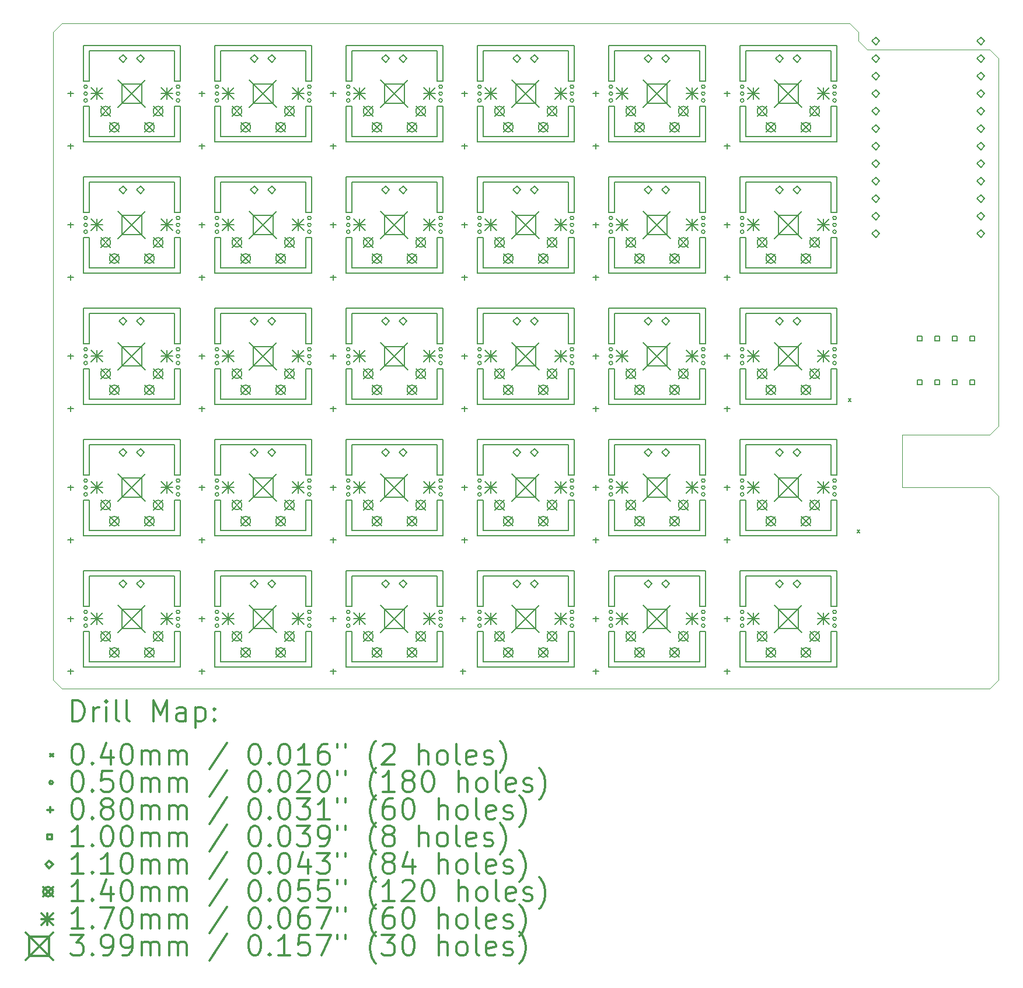
<source format=gbr>
%FSLAX45Y45*%
G04 Gerber Fmt 4.5, Leading zero omitted, Abs format (unit mm)*
G04 Created by KiCad (PCBNEW (5.1.9)-1) date 2021-03-27 16:35:38*
%MOMM*%
%LPD*%
G01*
G04 APERTURE LIST*
%TA.AperFunction,Profile*%
%ADD10C,0.050000*%
%TD*%
%TA.AperFunction,Profile*%
%ADD11C,0.150000*%
%TD*%
%ADD12C,0.200000*%
%ADD13C,0.300000*%
G04 APERTURE END LIST*
D10*
X14732000Y-9525000D02*
X14732000Y-10287000D01*
X16129000Y-9398000D02*
X16129000Y-4064000D01*
X16129000Y-10414000D02*
X16129000Y-13081000D01*
X16002000Y-9525000D02*
X16129000Y-9398000D01*
X16002000Y-10287000D02*
X16129000Y-10414000D01*
X15621000Y-10287000D02*
X15367000Y-10287000D01*
X14732000Y-10287000D02*
X16002000Y-10287000D01*
X16002000Y-9525000D02*
X14732000Y-9525000D01*
X14097000Y-3810000D02*
X14224000Y-3937000D01*
X13970000Y-3556000D02*
X14097000Y-3683000D01*
X2540000Y-3556000D02*
X2413000Y-3683000D01*
X2413000Y-13081000D02*
X2540000Y-13208000D01*
X16129000Y-13081000D02*
X16002000Y-13208000D01*
X16002000Y-3937000D02*
X16129000Y-4064000D01*
X14224000Y-3937000D02*
X16002000Y-3937000D01*
X14097000Y-3683000D02*
X14097000Y-3810000D01*
D11*
X6081000Y-10907000D02*
X4841000Y-10907000D01*
D10*
X2413000Y-13081000D02*
X2413000Y-3683000D01*
X16002000Y-13208000D02*
X2540000Y-13208000D01*
X2540000Y-3556000D02*
X13970000Y-3556000D01*
D11*
X12461000Y-10907000D02*
X12461000Y-10467000D01*
X13701000Y-10907000D02*
X12461000Y-10907000D01*
X13781000Y-10487000D02*
X13781000Y-10987000D01*
X13781000Y-10987000D02*
X12381000Y-10987000D01*
X13781000Y-10487000D02*
X13781000Y-10467000D01*
X13781000Y-9587000D02*
X12381000Y-9587000D01*
X13701000Y-10467000D02*
X13701000Y-10907000D01*
X13781000Y-10467000D02*
X13701000Y-10467000D01*
X13701000Y-10087000D02*
X13701000Y-10107000D01*
X12381000Y-10087000D02*
X12381000Y-10107000D01*
X12461000Y-10467000D02*
X12381000Y-10467000D01*
X12381000Y-10987000D02*
X12381000Y-10487000D01*
X13701000Y-10107000D02*
X13781000Y-10107000D01*
X12381000Y-10467000D02*
X12381000Y-10487000D01*
X12461000Y-10107000D02*
X12461000Y-10087000D01*
X12381000Y-9587000D02*
X12381000Y-10087000D01*
X13781000Y-10107000D02*
X13781000Y-10087000D01*
X13701000Y-9667000D02*
X13701000Y-10087000D01*
X12381000Y-10107000D02*
X12461000Y-10107000D01*
X13781000Y-10087000D02*
X13781000Y-9587000D01*
X12461000Y-10087000D02*
X12461000Y-9667000D01*
X12461000Y-9667000D02*
X13701000Y-9667000D01*
X12461000Y-7097000D02*
X12461000Y-6657000D01*
X13701000Y-7097000D02*
X12461000Y-7097000D01*
X13781000Y-6677000D02*
X13781000Y-7177000D01*
X13781000Y-7177000D02*
X12381000Y-7177000D01*
X13781000Y-6677000D02*
X13781000Y-6657000D01*
X13781000Y-5777000D02*
X12381000Y-5777000D01*
X13701000Y-6657000D02*
X13701000Y-7097000D01*
X13781000Y-6657000D02*
X13701000Y-6657000D01*
X13701000Y-6277000D02*
X13701000Y-6297000D01*
X12381000Y-6277000D02*
X12381000Y-6297000D01*
X12461000Y-6657000D02*
X12381000Y-6657000D01*
X12381000Y-7177000D02*
X12381000Y-6677000D01*
X13701000Y-6297000D02*
X13781000Y-6297000D01*
X12381000Y-6657000D02*
X12381000Y-6677000D01*
X12461000Y-6297000D02*
X12461000Y-6277000D01*
X12381000Y-5777000D02*
X12381000Y-6277000D01*
X13781000Y-6297000D02*
X13781000Y-6277000D01*
X13701000Y-5857000D02*
X13701000Y-6277000D01*
X12381000Y-6297000D02*
X12461000Y-6297000D01*
X13781000Y-6277000D02*
X13781000Y-5777000D01*
X12461000Y-6277000D02*
X12461000Y-5857000D01*
X12461000Y-5857000D02*
X13701000Y-5857000D01*
X11876000Y-5272000D02*
X10476000Y-5272000D01*
X10556000Y-4392000D02*
X10556000Y-4372000D01*
X10556000Y-3952000D02*
X11796000Y-3952000D01*
X11876000Y-4772000D02*
X11876000Y-4752000D01*
X11876000Y-4752000D02*
X11796000Y-4752000D01*
X10556000Y-4372000D02*
X10556000Y-3952000D01*
X10556000Y-5192000D02*
X10556000Y-4752000D01*
X11796000Y-3952000D02*
X11796000Y-4372000D01*
X10476000Y-4392000D02*
X10556000Y-4392000D01*
X11796000Y-4372000D02*
X11796000Y-4392000D01*
X11796000Y-4752000D02*
X11796000Y-5192000D01*
X10476000Y-4752000D02*
X10476000Y-4772000D01*
X11796000Y-5192000D02*
X10556000Y-5192000D01*
X11796000Y-4392000D02*
X11876000Y-4392000D01*
X10476000Y-4372000D02*
X10476000Y-4392000D01*
X11876000Y-4772000D02*
X11876000Y-5272000D01*
X10476000Y-3872000D02*
X10476000Y-4372000D01*
X12381000Y-4752000D02*
X12381000Y-4772000D01*
X12461000Y-3952000D02*
X13701000Y-3952000D01*
X13701000Y-5192000D02*
X12461000Y-5192000D01*
X13701000Y-3952000D02*
X13701000Y-4372000D01*
X12381000Y-4392000D02*
X12461000Y-4392000D01*
X12381000Y-4372000D02*
X12381000Y-4392000D01*
X13701000Y-4752000D02*
X13701000Y-5192000D01*
X13701000Y-4372000D02*
X13701000Y-4392000D01*
X13781000Y-4772000D02*
X13781000Y-4752000D01*
X11876000Y-4372000D02*
X11876000Y-3872000D01*
X11876000Y-3872000D02*
X10476000Y-3872000D01*
X10556000Y-4752000D02*
X10476000Y-4752000D01*
X12461000Y-4372000D02*
X12461000Y-3952000D01*
X13781000Y-4772000D02*
X13781000Y-5272000D01*
X13781000Y-4752000D02*
X13701000Y-4752000D01*
X13781000Y-5272000D02*
X12381000Y-5272000D01*
X12461000Y-4392000D02*
X12461000Y-4372000D01*
X13701000Y-4392000D02*
X13781000Y-4392000D01*
X11876000Y-4392000D02*
X11876000Y-4372000D01*
X10476000Y-5272000D02*
X10476000Y-4772000D01*
X12461000Y-5192000D02*
X12461000Y-4752000D01*
X13781000Y-3872000D02*
X12381000Y-3872000D01*
X13781000Y-4392000D02*
X13781000Y-4372000D01*
X12381000Y-5272000D02*
X12381000Y-4772000D01*
X12461000Y-4752000D02*
X12381000Y-4752000D01*
X12381000Y-3872000D02*
X12381000Y-4372000D01*
X13781000Y-4372000D02*
X13781000Y-3872000D01*
X4256000Y-12892000D02*
X2856000Y-12892000D01*
X2936000Y-12012000D02*
X2936000Y-11992000D01*
X2936000Y-11572000D02*
X4176000Y-11572000D01*
X4256000Y-12392000D02*
X4256000Y-12372000D01*
X4256000Y-12372000D02*
X4176000Y-12372000D01*
X2936000Y-11992000D02*
X2936000Y-11572000D01*
X2936000Y-12812000D02*
X2936000Y-12372000D01*
X4176000Y-11572000D02*
X4176000Y-11992000D01*
X2856000Y-12012000D02*
X2936000Y-12012000D01*
X4176000Y-11992000D02*
X4176000Y-12012000D01*
X4176000Y-12372000D02*
X4176000Y-12812000D01*
X2856000Y-12372000D02*
X2856000Y-12392000D01*
X4176000Y-12812000D02*
X2936000Y-12812000D01*
X4176000Y-12012000D02*
X4256000Y-12012000D01*
X2856000Y-11992000D02*
X2856000Y-12012000D01*
X4256000Y-12392000D02*
X4256000Y-12892000D01*
X2856000Y-11492000D02*
X2856000Y-11992000D01*
X4761000Y-12372000D02*
X4761000Y-12392000D01*
X4841000Y-11572000D02*
X6081000Y-11572000D01*
X6081000Y-12812000D02*
X4841000Y-12812000D01*
X6081000Y-11572000D02*
X6081000Y-11992000D01*
X4761000Y-12012000D02*
X4841000Y-12012000D01*
X4761000Y-11992000D02*
X4761000Y-12012000D01*
X6081000Y-12372000D02*
X6081000Y-12812000D01*
X6081000Y-11992000D02*
X6081000Y-12012000D01*
X6161000Y-12392000D02*
X6161000Y-12372000D01*
X4256000Y-11992000D02*
X4256000Y-11492000D01*
X4256000Y-11492000D02*
X2856000Y-11492000D01*
X2936000Y-12372000D02*
X2856000Y-12372000D01*
X4841000Y-11992000D02*
X4841000Y-11572000D01*
X6161000Y-12392000D02*
X6161000Y-12892000D01*
X6161000Y-12372000D02*
X6081000Y-12372000D01*
X6161000Y-12892000D02*
X4761000Y-12892000D01*
X4841000Y-12012000D02*
X4841000Y-11992000D01*
X6081000Y-12012000D02*
X6161000Y-12012000D01*
X4256000Y-12012000D02*
X4256000Y-11992000D01*
X2856000Y-12892000D02*
X2856000Y-12392000D01*
X4841000Y-12812000D02*
X4841000Y-12372000D01*
X6161000Y-11492000D02*
X4761000Y-11492000D01*
X6161000Y-12012000D02*
X6161000Y-11992000D01*
X4761000Y-12892000D02*
X4761000Y-12392000D01*
X4841000Y-12372000D02*
X4761000Y-12372000D01*
X4761000Y-11492000D02*
X4761000Y-11992000D01*
X6161000Y-11992000D02*
X6161000Y-11492000D01*
X8066000Y-12892000D02*
X6666000Y-12892000D01*
X6746000Y-12012000D02*
X6746000Y-11992000D01*
X6746000Y-11572000D02*
X7986000Y-11572000D01*
X8066000Y-12392000D02*
X8066000Y-12372000D01*
X8066000Y-12372000D02*
X7986000Y-12372000D01*
X6746000Y-11992000D02*
X6746000Y-11572000D01*
X6746000Y-12812000D02*
X6746000Y-12372000D01*
X7986000Y-11572000D02*
X7986000Y-11992000D01*
X6666000Y-12012000D02*
X6746000Y-12012000D01*
X7986000Y-11992000D02*
X7986000Y-12012000D01*
X7986000Y-12372000D02*
X7986000Y-12812000D01*
X6666000Y-12372000D02*
X6666000Y-12392000D01*
X7986000Y-12812000D02*
X6746000Y-12812000D01*
X7986000Y-12012000D02*
X8066000Y-12012000D01*
X6666000Y-11992000D02*
X6666000Y-12012000D01*
X8066000Y-12392000D02*
X8066000Y-12892000D01*
X6666000Y-11492000D02*
X6666000Y-11992000D01*
X8571000Y-12372000D02*
X8571000Y-12392000D01*
X8651000Y-11572000D02*
X9891000Y-11572000D01*
X9891000Y-12812000D02*
X8651000Y-12812000D01*
X9891000Y-11572000D02*
X9891000Y-11992000D01*
X8571000Y-12012000D02*
X8651000Y-12012000D01*
X8571000Y-11992000D02*
X8571000Y-12012000D01*
X9891000Y-12372000D02*
X9891000Y-12812000D01*
X9891000Y-11992000D02*
X9891000Y-12012000D01*
X9971000Y-12392000D02*
X9971000Y-12372000D01*
X8066000Y-11992000D02*
X8066000Y-11492000D01*
X8066000Y-11492000D02*
X6666000Y-11492000D01*
X6746000Y-12372000D02*
X6666000Y-12372000D01*
X8651000Y-11992000D02*
X8651000Y-11572000D01*
X9971000Y-12392000D02*
X9971000Y-12892000D01*
X9971000Y-12372000D02*
X9891000Y-12372000D01*
X9971000Y-12892000D02*
X8571000Y-12892000D01*
X8651000Y-12012000D02*
X8651000Y-11992000D01*
X9891000Y-12012000D02*
X9971000Y-12012000D01*
X8066000Y-12012000D02*
X8066000Y-11992000D01*
X6666000Y-12892000D02*
X6666000Y-12392000D01*
X8651000Y-12812000D02*
X8651000Y-12372000D01*
X9971000Y-11492000D02*
X8571000Y-11492000D01*
X9971000Y-12012000D02*
X9971000Y-11992000D01*
X8571000Y-12892000D02*
X8571000Y-12392000D01*
X8651000Y-12372000D02*
X8571000Y-12372000D01*
X8571000Y-11492000D02*
X8571000Y-11992000D01*
X9971000Y-11992000D02*
X9971000Y-11492000D01*
X6161000Y-10987000D02*
X4761000Y-10987000D01*
X6161000Y-10467000D02*
X6081000Y-10467000D01*
X4841000Y-10467000D02*
X4761000Y-10467000D01*
X6161000Y-10107000D02*
X6161000Y-10087000D01*
X4761000Y-10087000D02*
X4761000Y-10107000D01*
X4761000Y-10987000D02*
X4761000Y-10487000D01*
X6081000Y-10467000D02*
X6081000Y-10907000D01*
X4841000Y-9667000D02*
X6081000Y-9667000D01*
X6161000Y-10487000D02*
X6161000Y-10467000D01*
X2856000Y-10107000D02*
X2936000Y-10107000D01*
X2856000Y-10467000D02*
X2856000Y-10487000D01*
X2856000Y-10087000D02*
X2856000Y-10107000D01*
X4176000Y-10087000D02*
X4176000Y-10107000D01*
X4256000Y-10107000D02*
X4256000Y-10087000D01*
X4176000Y-9667000D02*
X4176000Y-10087000D01*
X4256000Y-10087000D02*
X4256000Y-9587000D01*
X2936000Y-10107000D02*
X2936000Y-10087000D01*
X4176000Y-10107000D02*
X4256000Y-10107000D01*
X4256000Y-10467000D02*
X4176000Y-10467000D01*
X2936000Y-10907000D02*
X2936000Y-10467000D01*
X4176000Y-10467000D02*
X4176000Y-10907000D01*
X4256000Y-10487000D02*
X4256000Y-10467000D01*
X2936000Y-9667000D02*
X4176000Y-9667000D01*
X2856000Y-9587000D02*
X2856000Y-10087000D01*
X4256000Y-10987000D02*
X2856000Y-10987000D01*
X4256000Y-10487000D02*
X4256000Y-10987000D01*
X4176000Y-10907000D02*
X2936000Y-10907000D01*
X2936000Y-10087000D02*
X2936000Y-9667000D01*
X4256000Y-9587000D02*
X2856000Y-9587000D01*
X8571000Y-10087000D02*
X8571000Y-10107000D01*
X6746000Y-10107000D02*
X6746000Y-10087000D01*
X6081000Y-9667000D02*
X6081000Y-10087000D01*
X6161000Y-10087000D02*
X6161000Y-9587000D01*
X4761000Y-10467000D02*
X4761000Y-10487000D01*
X6161000Y-9587000D02*
X4761000Y-9587000D01*
X6081000Y-10107000D02*
X6161000Y-10107000D01*
X6081000Y-10087000D02*
X6081000Y-10107000D01*
X4761000Y-10107000D02*
X4841000Y-10107000D01*
X9971000Y-10487000D02*
X9971000Y-10987000D01*
X8651000Y-10907000D02*
X8651000Y-10467000D01*
X4841000Y-10107000D02*
X4841000Y-10087000D01*
X8571000Y-10467000D02*
X8571000Y-10487000D01*
X4761000Y-9587000D02*
X4761000Y-10087000D01*
X10556000Y-10907000D02*
X10556000Y-10467000D01*
X11796000Y-10907000D02*
X10556000Y-10907000D01*
X11876000Y-10487000D02*
X11876000Y-10987000D01*
X11876000Y-10987000D02*
X10476000Y-10987000D01*
X11876000Y-10487000D02*
X11876000Y-10467000D01*
X11876000Y-9587000D02*
X10476000Y-9587000D01*
X11796000Y-10467000D02*
X11796000Y-10907000D01*
X11876000Y-10467000D02*
X11796000Y-10467000D01*
X11796000Y-10087000D02*
X11796000Y-10107000D01*
X10476000Y-10087000D02*
X10476000Y-10107000D01*
X6746000Y-10907000D02*
X6746000Y-10467000D01*
X10556000Y-10467000D02*
X10476000Y-10467000D01*
X10476000Y-10987000D02*
X10476000Y-10487000D01*
X11796000Y-10107000D02*
X11876000Y-10107000D01*
X10476000Y-10467000D02*
X10476000Y-10487000D01*
X6746000Y-10087000D02*
X6746000Y-9667000D01*
X8651000Y-10087000D02*
X8651000Y-9667000D01*
X10556000Y-10107000D02*
X10556000Y-10087000D01*
X8571000Y-10107000D02*
X8651000Y-10107000D01*
X10476000Y-9587000D02*
X10476000Y-10087000D01*
X11876000Y-10107000D02*
X11876000Y-10087000D01*
X11796000Y-9667000D02*
X11796000Y-10087000D01*
X10476000Y-10107000D02*
X10556000Y-10107000D01*
X11876000Y-10087000D02*
X11876000Y-9587000D01*
X10556000Y-10087000D02*
X10556000Y-9667000D01*
X10556000Y-9667000D02*
X11796000Y-9667000D01*
X9971000Y-10987000D02*
X8571000Y-10987000D01*
X8651000Y-9667000D02*
X9891000Y-9667000D01*
X6746000Y-10467000D02*
X6666000Y-10467000D01*
X6666000Y-9587000D02*
X6666000Y-10087000D01*
X9971000Y-10467000D02*
X9891000Y-10467000D01*
X9891000Y-10467000D02*
X9891000Y-10907000D01*
X9891000Y-10907000D02*
X8651000Y-10907000D01*
X6666000Y-10107000D02*
X6746000Y-10107000D01*
X7986000Y-10107000D02*
X8066000Y-10107000D01*
X8651000Y-10107000D02*
X8651000Y-10087000D01*
X9891000Y-10107000D02*
X9971000Y-10107000D01*
X9891000Y-10087000D02*
X9891000Y-10107000D01*
X8066000Y-10107000D02*
X8066000Y-10087000D01*
X6746000Y-9667000D02*
X7986000Y-9667000D01*
X9971000Y-10487000D02*
X9971000Y-10467000D01*
X4841000Y-10087000D02*
X4841000Y-9667000D01*
X7986000Y-10467000D02*
X7986000Y-10907000D01*
X6666000Y-10987000D02*
X6666000Y-10487000D01*
X8066000Y-10467000D02*
X7986000Y-10467000D01*
X8066000Y-10987000D02*
X6666000Y-10987000D01*
X9971000Y-9587000D02*
X8571000Y-9587000D01*
X8571000Y-10987000D02*
X8571000Y-10487000D01*
X4841000Y-10907000D02*
X4841000Y-10467000D01*
X8651000Y-10467000D02*
X8571000Y-10467000D01*
X9971000Y-10107000D02*
X9971000Y-10087000D01*
X6666000Y-10467000D02*
X6666000Y-10487000D01*
X8066000Y-9587000D02*
X6666000Y-9587000D01*
X6161000Y-10487000D02*
X6161000Y-10987000D01*
X9891000Y-9667000D02*
X9891000Y-10087000D01*
X8571000Y-9587000D02*
X8571000Y-10087000D01*
X6666000Y-10087000D02*
X6666000Y-10107000D01*
X9971000Y-10087000D02*
X9971000Y-9587000D01*
X8066000Y-10087000D02*
X8066000Y-9587000D01*
X7986000Y-9667000D02*
X7986000Y-10087000D01*
X7986000Y-10087000D02*
X7986000Y-10107000D01*
X8066000Y-10487000D02*
X8066000Y-10467000D01*
X8066000Y-10487000D02*
X8066000Y-10987000D01*
X7986000Y-10907000D02*
X6746000Y-10907000D01*
X2856000Y-10987000D02*
X2856000Y-10487000D01*
X2936000Y-10467000D02*
X2856000Y-10467000D01*
X8066000Y-9082000D02*
X6666000Y-9082000D01*
X7986000Y-9002000D02*
X6746000Y-9002000D01*
X8066000Y-8562000D02*
X7986000Y-8562000D01*
X6746000Y-8562000D02*
X6666000Y-8562000D01*
X8066000Y-8202000D02*
X8066000Y-8182000D01*
X6666000Y-8182000D02*
X6666000Y-8202000D01*
X6666000Y-9082000D02*
X6666000Y-8582000D01*
X7986000Y-8562000D02*
X7986000Y-9002000D01*
X6746000Y-7762000D02*
X7986000Y-7762000D01*
X8066000Y-8582000D02*
X8066000Y-8562000D01*
X4761000Y-8202000D02*
X4841000Y-8202000D01*
X4761000Y-8562000D02*
X4761000Y-8582000D01*
X4761000Y-8182000D02*
X4761000Y-8202000D01*
X6081000Y-8182000D02*
X6081000Y-8202000D01*
X6161000Y-8202000D02*
X6161000Y-8182000D01*
X6081000Y-7762000D02*
X6081000Y-8182000D01*
X6161000Y-8182000D02*
X6161000Y-7682000D01*
X4841000Y-8202000D02*
X4841000Y-8182000D01*
X6081000Y-8202000D02*
X6161000Y-8202000D01*
X6161000Y-8562000D02*
X6081000Y-8562000D01*
X4841000Y-9002000D02*
X4841000Y-8562000D01*
X6081000Y-8562000D02*
X6081000Y-9002000D01*
X6161000Y-8582000D02*
X6161000Y-8562000D01*
X4841000Y-7762000D02*
X6081000Y-7762000D01*
X4761000Y-7682000D02*
X4761000Y-8182000D01*
X6161000Y-9082000D02*
X4761000Y-9082000D01*
X6161000Y-8582000D02*
X6161000Y-9082000D01*
X6081000Y-9002000D02*
X4841000Y-9002000D01*
X4841000Y-8182000D02*
X4841000Y-7762000D01*
X6161000Y-7682000D02*
X4761000Y-7682000D01*
X10476000Y-8182000D02*
X10476000Y-8202000D01*
X8651000Y-8202000D02*
X8651000Y-8182000D01*
X7986000Y-7762000D02*
X7986000Y-8182000D01*
X8066000Y-8182000D02*
X8066000Y-7682000D01*
X6666000Y-8562000D02*
X6666000Y-8582000D01*
X8066000Y-7682000D02*
X6666000Y-7682000D01*
X7986000Y-8202000D02*
X8066000Y-8202000D01*
X7986000Y-8182000D02*
X7986000Y-8202000D01*
X6666000Y-8202000D02*
X6746000Y-8202000D01*
X11876000Y-8582000D02*
X11876000Y-9082000D01*
X10556000Y-9002000D02*
X10556000Y-8562000D01*
X6746000Y-8202000D02*
X6746000Y-8182000D01*
X10476000Y-8562000D02*
X10476000Y-8582000D01*
X6666000Y-7682000D02*
X6666000Y-8182000D01*
X12461000Y-9002000D02*
X12461000Y-8562000D01*
X13701000Y-9002000D02*
X12461000Y-9002000D01*
X13781000Y-8582000D02*
X13781000Y-9082000D01*
X13781000Y-9082000D02*
X12381000Y-9082000D01*
X13781000Y-8582000D02*
X13781000Y-8562000D01*
X13781000Y-7682000D02*
X12381000Y-7682000D01*
X13701000Y-8562000D02*
X13701000Y-9002000D01*
X13781000Y-8562000D02*
X13701000Y-8562000D01*
X13701000Y-8182000D02*
X13701000Y-8202000D01*
X12381000Y-8182000D02*
X12381000Y-8202000D01*
X8651000Y-9002000D02*
X8651000Y-8562000D01*
X12461000Y-8562000D02*
X12381000Y-8562000D01*
X12381000Y-9082000D02*
X12381000Y-8582000D01*
X13701000Y-8202000D02*
X13781000Y-8202000D01*
X12381000Y-8562000D02*
X12381000Y-8582000D01*
X8651000Y-8182000D02*
X8651000Y-7762000D01*
X10556000Y-8182000D02*
X10556000Y-7762000D01*
X12461000Y-8202000D02*
X12461000Y-8182000D01*
X10476000Y-8202000D02*
X10556000Y-8202000D01*
X12381000Y-7682000D02*
X12381000Y-8182000D01*
X13781000Y-8202000D02*
X13781000Y-8182000D01*
X13701000Y-7762000D02*
X13701000Y-8182000D01*
X12381000Y-8202000D02*
X12461000Y-8202000D01*
X13781000Y-8182000D02*
X13781000Y-7682000D01*
X12461000Y-8182000D02*
X12461000Y-7762000D01*
X12461000Y-7762000D02*
X13701000Y-7762000D01*
X11876000Y-9082000D02*
X10476000Y-9082000D01*
X10556000Y-7762000D02*
X11796000Y-7762000D01*
X8651000Y-8562000D02*
X8571000Y-8562000D01*
X8571000Y-7682000D02*
X8571000Y-8182000D01*
X11876000Y-8562000D02*
X11796000Y-8562000D01*
X11796000Y-8562000D02*
X11796000Y-9002000D01*
X11796000Y-9002000D02*
X10556000Y-9002000D01*
X8571000Y-8202000D02*
X8651000Y-8202000D01*
X9891000Y-8202000D02*
X9971000Y-8202000D01*
X10556000Y-8202000D02*
X10556000Y-8182000D01*
X11796000Y-8202000D02*
X11876000Y-8202000D01*
X11796000Y-8182000D02*
X11796000Y-8202000D01*
X9971000Y-8202000D02*
X9971000Y-8182000D01*
X8651000Y-7762000D02*
X9891000Y-7762000D01*
X11876000Y-8582000D02*
X11876000Y-8562000D01*
X6746000Y-8182000D02*
X6746000Y-7762000D01*
X9891000Y-8562000D02*
X9891000Y-9002000D01*
X8571000Y-9082000D02*
X8571000Y-8582000D01*
X9971000Y-8562000D02*
X9891000Y-8562000D01*
X9971000Y-9082000D02*
X8571000Y-9082000D01*
X11876000Y-7682000D02*
X10476000Y-7682000D01*
X10476000Y-9082000D02*
X10476000Y-8582000D01*
X6746000Y-9002000D02*
X6746000Y-8562000D01*
X10556000Y-8562000D02*
X10476000Y-8562000D01*
X11876000Y-8202000D02*
X11876000Y-8182000D01*
X8571000Y-8562000D02*
X8571000Y-8582000D01*
X9971000Y-7682000D02*
X8571000Y-7682000D01*
X8066000Y-8582000D02*
X8066000Y-9082000D01*
X11796000Y-7762000D02*
X11796000Y-8182000D01*
X10476000Y-7682000D02*
X10476000Y-8182000D01*
X8571000Y-8182000D02*
X8571000Y-8202000D01*
X11876000Y-8182000D02*
X11876000Y-7682000D01*
X9971000Y-8182000D02*
X9971000Y-7682000D01*
X9891000Y-7762000D02*
X9891000Y-8182000D01*
X9891000Y-8182000D02*
X9891000Y-8202000D01*
X9971000Y-8582000D02*
X9971000Y-8562000D01*
X9971000Y-8582000D02*
X9971000Y-9082000D01*
X9891000Y-9002000D02*
X8651000Y-9002000D01*
X4761000Y-9082000D02*
X4761000Y-8582000D01*
X4841000Y-8562000D02*
X4761000Y-8562000D01*
X11796000Y-6297000D02*
X11876000Y-6297000D01*
X11876000Y-6677000D02*
X11876000Y-6657000D01*
X10476000Y-5777000D02*
X10476000Y-6277000D01*
X11796000Y-6657000D02*
X11796000Y-7097000D01*
X11796000Y-5857000D02*
X11796000Y-6277000D01*
X11876000Y-6657000D02*
X11796000Y-6657000D01*
X10556000Y-6657000D02*
X10476000Y-6657000D01*
X11796000Y-7097000D02*
X10556000Y-7097000D01*
X10556000Y-6277000D02*
X10556000Y-5857000D01*
X10476000Y-7177000D02*
X10476000Y-6677000D01*
X10556000Y-5857000D02*
X11796000Y-5857000D01*
X11796000Y-6277000D02*
X11796000Y-6297000D01*
X10476000Y-6297000D02*
X10556000Y-6297000D01*
X11876000Y-5777000D02*
X10476000Y-5777000D01*
X11876000Y-6677000D02*
X11876000Y-7177000D01*
X10556000Y-7097000D02*
X10556000Y-6657000D01*
X11876000Y-7177000D02*
X10476000Y-7177000D01*
X10476000Y-6657000D02*
X10476000Y-6677000D01*
X11876000Y-6277000D02*
X11876000Y-5777000D01*
X10476000Y-6277000D02*
X10476000Y-6297000D01*
X10556000Y-6297000D02*
X10556000Y-6277000D01*
X11876000Y-6297000D02*
X11876000Y-6277000D01*
X8651000Y-6277000D02*
X8651000Y-5857000D01*
X6746000Y-7097000D02*
X6746000Y-6657000D01*
X8571000Y-6297000D02*
X8651000Y-6297000D01*
X6746000Y-6277000D02*
X6746000Y-5857000D01*
X9971000Y-7177000D02*
X8571000Y-7177000D01*
X8651000Y-5857000D02*
X9891000Y-5857000D01*
X6746000Y-6657000D02*
X6666000Y-6657000D01*
X9891000Y-6657000D02*
X9891000Y-7097000D01*
X9891000Y-7097000D02*
X8651000Y-7097000D01*
X8651000Y-6297000D02*
X8651000Y-6277000D01*
X8066000Y-6297000D02*
X8066000Y-6277000D01*
X9891000Y-6277000D02*
X9891000Y-6297000D01*
X7986000Y-6297000D02*
X8066000Y-6297000D01*
X9891000Y-6297000D02*
X9971000Y-6297000D01*
X6666000Y-5777000D02*
X6666000Y-6277000D01*
X9971000Y-6677000D02*
X9971000Y-6657000D01*
X6666000Y-6297000D02*
X6746000Y-6297000D01*
X9971000Y-6657000D02*
X9891000Y-6657000D01*
X6746000Y-5857000D02*
X7986000Y-5857000D01*
X9891000Y-5857000D02*
X9891000Y-6277000D01*
X8571000Y-5777000D02*
X8571000Y-6277000D01*
X7986000Y-7097000D02*
X6746000Y-7097000D01*
X6666000Y-6277000D02*
X6666000Y-6297000D01*
X9971000Y-6277000D02*
X9971000Y-5777000D01*
X4841000Y-6277000D02*
X4841000Y-5857000D01*
X9971000Y-6297000D02*
X9971000Y-6277000D01*
X9971000Y-5777000D02*
X8571000Y-5777000D01*
X8571000Y-7177000D02*
X8571000Y-6677000D01*
X7986000Y-6657000D02*
X7986000Y-7097000D01*
X8066000Y-6277000D02*
X8066000Y-5777000D01*
X7986000Y-5857000D02*
X7986000Y-6277000D01*
X8066000Y-6657000D02*
X7986000Y-6657000D01*
X8066000Y-5777000D02*
X6666000Y-5777000D01*
X6666000Y-7177000D02*
X6666000Y-6677000D01*
X4841000Y-7097000D02*
X4841000Y-6657000D01*
X8651000Y-6657000D02*
X8571000Y-6657000D01*
X8066000Y-7177000D02*
X6666000Y-7177000D01*
X8066000Y-6677000D02*
X8066000Y-6657000D01*
X8066000Y-6677000D02*
X8066000Y-7177000D01*
X7986000Y-6277000D02*
X7986000Y-6297000D01*
X6161000Y-6677000D02*
X6161000Y-7177000D01*
X6666000Y-6657000D02*
X6666000Y-6677000D01*
X8571000Y-6277000D02*
X8571000Y-6297000D01*
X6746000Y-6297000D02*
X6746000Y-6277000D01*
X9971000Y-6677000D02*
X9971000Y-7177000D01*
X8651000Y-7097000D02*
X8651000Y-6657000D01*
X8571000Y-6657000D02*
X8571000Y-6677000D01*
X6081000Y-6277000D02*
X6081000Y-6297000D01*
X6081000Y-5857000D02*
X6081000Y-6277000D01*
X4761000Y-5777000D02*
X4761000Y-6277000D01*
X6161000Y-5777000D02*
X4761000Y-5777000D01*
X4761000Y-6657000D02*
X4761000Y-6677000D01*
X4841000Y-6297000D02*
X4841000Y-6277000D01*
X6081000Y-6297000D02*
X6161000Y-6297000D01*
X6161000Y-6277000D02*
X6161000Y-5777000D01*
X4761000Y-6297000D02*
X4841000Y-6297000D01*
X6161000Y-7177000D02*
X4761000Y-7177000D01*
X6081000Y-7097000D02*
X4841000Y-7097000D01*
X6161000Y-6657000D02*
X6081000Y-6657000D01*
X4841000Y-6657000D02*
X4761000Y-6657000D01*
X6161000Y-6297000D02*
X6161000Y-6277000D01*
X4761000Y-6277000D02*
X4761000Y-6297000D01*
X4761000Y-7177000D02*
X4761000Y-6677000D01*
X6081000Y-6657000D02*
X6081000Y-7097000D01*
X4841000Y-5857000D02*
X6081000Y-5857000D01*
X6161000Y-6677000D02*
X6161000Y-6657000D01*
X9971000Y-4772000D02*
X9971000Y-5272000D01*
X8651000Y-5192000D02*
X8651000Y-4752000D01*
X8651000Y-4372000D02*
X8651000Y-3952000D01*
X8571000Y-4392000D02*
X8651000Y-4392000D01*
X9971000Y-5272000D02*
X8571000Y-5272000D01*
X8571000Y-4752000D02*
X8571000Y-4772000D01*
X8571000Y-4372000D02*
X8571000Y-4392000D01*
X9891000Y-4752000D02*
X9891000Y-5192000D01*
X8651000Y-4392000D02*
X8651000Y-4372000D01*
X8651000Y-3952000D02*
X9891000Y-3952000D01*
X9891000Y-4372000D02*
X9891000Y-4392000D01*
X9891000Y-4392000D02*
X9971000Y-4392000D01*
X9891000Y-5192000D02*
X8651000Y-5192000D01*
X9971000Y-4772000D02*
X9971000Y-4752000D01*
X9891000Y-3952000D02*
X9891000Y-4372000D01*
X9971000Y-4752000D02*
X9891000Y-4752000D01*
X8571000Y-3872000D02*
X8571000Y-4372000D01*
X9971000Y-4372000D02*
X9971000Y-3872000D01*
X9971000Y-4392000D02*
X9971000Y-4372000D01*
X9971000Y-3872000D02*
X8571000Y-3872000D01*
X8571000Y-5272000D02*
X8571000Y-4772000D01*
X8651000Y-4752000D02*
X8571000Y-4752000D01*
X4256000Y-8582000D02*
X4256000Y-9082000D01*
X2936000Y-9002000D02*
X2936000Y-8562000D01*
X2936000Y-8182000D02*
X2936000Y-7762000D01*
X2856000Y-8202000D02*
X2936000Y-8202000D01*
X4256000Y-9082000D02*
X2856000Y-9082000D01*
X2856000Y-8562000D02*
X2856000Y-8582000D01*
X2856000Y-8182000D02*
X2856000Y-8202000D01*
X4176000Y-8562000D02*
X4176000Y-9002000D01*
X2936000Y-8202000D02*
X2936000Y-8182000D01*
X2936000Y-7762000D02*
X4176000Y-7762000D01*
X4176000Y-8182000D02*
X4176000Y-8202000D01*
X4176000Y-8202000D02*
X4256000Y-8202000D01*
X4176000Y-9002000D02*
X2936000Y-9002000D01*
X4256000Y-8582000D02*
X4256000Y-8562000D01*
X4176000Y-7762000D02*
X4176000Y-8182000D01*
X4256000Y-8562000D02*
X4176000Y-8562000D01*
X2856000Y-7682000D02*
X2856000Y-8182000D01*
X4256000Y-8182000D02*
X4256000Y-7682000D01*
X4256000Y-8202000D02*
X4256000Y-8182000D01*
X4256000Y-7682000D02*
X2856000Y-7682000D01*
X2856000Y-9082000D02*
X2856000Y-8582000D01*
X2936000Y-8562000D02*
X2856000Y-8562000D01*
X4256000Y-6677000D02*
X4256000Y-7177000D01*
X2936000Y-7097000D02*
X2936000Y-6657000D01*
X2936000Y-6277000D02*
X2936000Y-5857000D01*
X2856000Y-6297000D02*
X2936000Y-6297000D01*
X4256000Y-7177000D02*
X2856000Y-7177000D01*
X2856000Y-6657000D02*
X2856000Y-6677000D01*
X2856000Y-6277000D02*
X2856000Y-6297000D01*
X4176000Y-6657000D02*
X4176000Y-7097000D01*
X2936000Y-6297000D02*
X2936000Y-6277000D01*
X2936000Y-5857000D02*
X4176000Y-5857000D01*
X4176000Y-6277000D02*
X4176000Y-6297000D01*
X4176000Y-6297000D02*
X4256000Y-6297000D01*
X4176000Y-7097000D02*
X2936000Y-7097000D01*
X4256000Y-6677000D02*
X4256000Y-6657000D01*
X4176000Y-5857000D02*
X4176000Y-6277000D01*
X4256000Y-6657000D02*
X4176000Y-6657000D01*
X2856000Y-5777000D02*
X2856000Y-6277000D01*
X4256000Y-6277000D02*
X4256000Y-5777000D01*
X4256000Y-6297000D02*
X4256000Y-6277000D01*
X4256000Y-5777000D02*
X2856000Y-5777000D01*
X2856000Y-7177000D02*
X2856000Y-6677000D01*
X2936000Y-6657000D02*
X2856000Y-6657000D01*
X8066000Y-4772000D02*
X8066000Y-5272000D01*
X6746000Y-5192000D02*
X6746000Y-4752000D01*
X6746000Y-4372000D02*
X6746000Y-3952000D01*
X6666000Y-4392000D02*
X6746000Y-4392000D01*
X8066000Y-5272000D02*
X6666000Y-5272000D01*
X6666000Y-4752000D02*
X6666000Y-4772000D01*
X6666000Y-4372000D02*
X6666000Y-4392000D01*
X7986000Y-4752000D02*
X7986000Y-5192000D01*
X6746000Y-4392000D02*
X6746000Y-4372000D01*
X6746000Y-3952000D02*
X7986000Y-3952000D01*
X7986000Y-4372000D02*
X7986000Y-4392000D01*
X7986000Y-4392000D02*
X8066000Y-4392000D01*
X7986000Y-5192000D02*
X6746000Y-5192000D01*
X8066000Y-4772000D02*
X8066000Y-4752000D01*
X7986000Y-3952000D02*
X7986000Y-4372000D01*
X8066000Y-4752000D02*
X7986000Y-4752000D01*
X6666000Y-3872000D02*
X6666000Y-4372000D01*
X8066000Y-4372000D02*
X8066000Y-3872000D01*
X8066000Y-4392000D02*
X8066000Y-4372000D01*
X8066000Y-3872000D02*
X6666000Y-3872000D01*
X6666000Y-5272000D02*
X6666000Y-4772000D01*
X6746000Y-4752000D02*
X6666000Y-4752000D01*
X6161000Y-4772000D02*
X6161000Y-5272000D01*
X4841000Y-5192000D02*
X4841000Y-4752000D01*
X4841000Y-4372000D02*
X4841000Y-3952000D01*
X4761000Y-4392000D02*
X4841000Y-4392000D01*
X6161000Y-5272000D02*
X4761000Y-5272000D01*
X4761000Y-4752000D02*
X4761000Y-4772000D01*
X4761000Y-4372000D02*
X4761000Y-4392000D01*
X6081000Y-4752000D02*
X6081000Y-5192000D01*
X4841000Y-4392000D02*
X4841000Y-4372000D01*
X4841000Y-3952000D02*
X6081000Y-3952000D01*
X6081000Y-4372000D02*
X6081000Y-4392000D01*
X6081000Y-4392000D02*
X6161000Y-4392000D01*
X6081000Y-5192000D02*
X4841000Y-5192000D01*
X6161000Y-4772000D02*
X6161000Y-4752000D01*
X6081000Y-3952000D02*
X6081000Y-4372000D01*
X6161000Y-4752000D02*
X6081000Y-4752000D01*
X4761000Y-3872000D02*
X4761000Y-4372000D01*
X6161000Y-4372000D02*
X6161000Y-3872000D01*
X6161000Y-4392000D02*
X6161000Y-4372000D01*
X6161000Y-3872000D02*
X4761000Y-3872000D01*
X4761000Y-5272000D02*
X4761000Y-4772000D01*
X4841000Y-4752000D02*
X4761000Y-4752000D01*
X4256000Y-4772000D02*
X4256000Y-5272000D01*
X2936000Y-5192000D02*
X2936000Y-4752000D01*
X2936000Y-4372000D02*
X2936000Y-3952000D01*
X2856000Y-4392000D02*
X2936000Y-4392000D01*
X4256000Y-5272000D02*
X2856000Y-5272000D01*
X2856000Y-4752000D02*
X2856000Y-4772000D01*
X2856000Y-4372000D02*
X2856000Y-4392000D01*
X4176000Y-4752000D02*
X4176000Y-5192000D01*
X2936000Y-4392000D02*
X2936000Y-4372000D01*
X2936000Y-3952000D02*
X4176000Y-3952000D01*
X4176000Y-4372000D02*
X4176000Y-4392000D01*
X4176000Y-4392000D02*
X4256000Y-4392000D01*
X4176000Y-5192000D02*
X2936000Y-5192000D01*
X4256000Y-4772000D02*
X4256000Y-4752000D01*
X4176000Y-3952000D02*
X4176000Y-4372000D01*
X4256000Y-4752000D02*
X4176000Y-4752000D01*
X2856000Y-3872000D02*
X2856000Y-4372000D01*
X4256000Y-4372000D02*
X4256000Y-3872000D01*
X4256000Y-4392000D02*
X4256000Y-4372000D01*
X4256000Y-3872000D02*
X2856000Y-3872000D01*
X2856000Y-5272000D02*
X2856000Y-4772000D01*
X2936000Y-4752000D02*
X2856000Y-4752000D01*
X11876000Y-12392000D02*
X11876000Y-12892000D01*
X10556000Y-12812000D02*
X10556000Y-12372000D01*
X10556000Y-11992000D02*
X10556000Y-11572000D01*
X10476000Y-12012000D02*
X10556000Y-12012000D01*
X11876000Y-12892000D02*
X10476000Y-12892000D01*
X10476000Y-12372000D02*
X10476000Y-12392000D01*
X10476000Y-11992000D02*
X10476000Y-12012000D01*
X11796000Y-12372000D02*
X11796000Y-12812000D01*
X10556000Y-12012000D02*
X10556000Y-11992000D01*
X10556000Y-11572000D02*
X11796000Y-11572000D01*
X11796000Y-11992000D02*
X11796000Y-12012000D01*
X11796000Y-12012000D02*
X11876000Y-12012000D01*
X11796000Y-12812000D02*
X10556000Y-12812000D01*
X11876000Y-12392000D02*
X11876000Y-12372000D01*
X11796000Y-11572000D02*
X11796000Y-11992000D01*
X11876000Y-12372000D02*
X11796000Y-12372000D01*
X10476000Y-11492000D02*
X10476000Y-11992000D01*
X11876000Y-11992000D02*
X11876000Y-11492000D01*
X11876000Y-12012000D02*
X11876000Y-11992000D01*
X11876000Y-11492000D02*
X10476000Y-11492000D01*
X10476000Y-12892000D02*
X10476000Y-12392000D01*
X10556000Y-12372000D02*
X10476000Y-12372000D01*
X13781000Y-12392000D02*
X13781000Y-12892000D01*
X12461000Y-12812000D02*
X12461000Y-12372000D01*
X12461000Y-11992000D02*
X12461000Y-11572000D01*
X12381000Y-12012000D02*
X12461000Y-12012000D01*
X13781000Y-12892000D02*
X12381000Y-12892000D01*
X12381000Y-12372000D02*
X12381000Y-12392000D01*
X12381000Y-11992000D02*
X12381000Y-12012000D01*
X13701000Y-12372000D02*
X13701000Y-12812000D01*
X12461000Y-12012000D02*
X12461000Y-11992000D01*
X12461000Y-11572000D02*
X13701000Y-11572000D01*
X13701000Y-11992000D02*
X13701000Y-12012000D01*
X13701000Y-12012000D02*
X13781000Y-12012000D01*
X13701000Y-12812000D02*
X12461000Y-12812000D01*
X13781000Y-12392000D02*
X13781000Y-12372000D01*
X13701000Y-11572000D02*
X13701000Y-11992000D01*
X13781000Y-12372000D02*
X13701000Y-12372000D01*
X12381000Y-11492000D02*
X12381000Y-11992000D01*
X13781000Y-11992000D02*
X13781000Y-11492000D01*
X13781000Y-12012000D02*
X13781000Y-11992000D01*
X13781000Y-11492000D02*
X12381000Y-11492000D01*
X12381000Y-12892000D02*
X12381000Y-12392000D01*
X12461000Y-12372000D02*
X12381000Y-12372000D01*
D12*
X13950000Y-8997000D02*
X13990000Y-9037000D01*
X13990000Y-8997000D02*
X13950000Y-9037000D01*
X14077000Y-10902000D02*
X14117000Y-10942000D01*
X14117000Y-10902000D02*
X14077000Y-10942000D01*
X2911000Y-4472000D02*
G75*
G03*
X2911000Y-4472000I-25000J0D01*
G01*
X2911000Y-4572000D02*
G75*
G03*
X2911000Y-4572000I-25000J0D01*
G01*
X2911000Y-4672000D02*
G75*
G03*
X2911000Y-4672000I-25000J0D01*
G01*
X2911000Y-6377000D02*
G75*
G03*
X2911000Y-6377000I-25000J0D01*
G01*
X2911000Y-6477000D02*
G75*
G03*
X2911000Y-6477000I-25000J0D01*
G01*
X2911000Y-6577000D02*
G75*
G03*
X2911000Y-6577000I-25000J0D01*
G01*
X2911000Y-8282000D02*
G75*
G03*
X2911000Y-8282000I-25000J0D01*
G01*
X2911000Y-8382000D02*
G75*
G03*
X2911000Y-8382000I-25000J0D01*
G01*
X2911000Y-8482000D02*
G75*
G03*
X2911000Y-8482000I-25000J0D01*
G01*
X2911000Y-10187000D02*
G75*
G03*
X2911000Y-10187000I-25000J0D01*
G01*
X2911000Y-10287000D02*
G75*
G03*
X2911000Y-10287000I-25000J0D01*
G01*
X2911000Y-10387000D02*
G75*
G03*
X2911000Y-10387000I-25000J0D01*
G01*
X2911000Y-12092000D02*
G75*
G03*
X2911000Y-12092000I-25000J0D01*
G01*
X2911000Y-12192000D02*
G75*
G03*
X2911000Y-12192000I-25000J0D01*
G01*
X2911000Y-12292000D02*
G75*
G03*
X2911000Y-12292000I-25000J0D01*
G01*
X4251000Y-4472000D02*
G75*
G03*
X4251000Y-4472000I-25000J0D01*
G01*
X4251000Y-4572000D02*
G75*
G03*
X4251000Y-4572000I-25000J0D01*
G01*
X4251000Y-4672000D02*
G75*
G03*
X4251000Y-4672000I-25000J0D01*
G01*
X4251000Y-6377000D02*
G75*
G03*
X4251000Y-6377000I-25000J0D01*
G01*
X4251000Y-6477000D02*
G75*
G03*
X4251000Y-6477000I-25000J0D01*
G01*
X4251000Y-6577000D02*
G75*
G03*
X4251000Y-6577000I-25000J0D01*
G01*
X4251000Y-8282000D02*
G75*
G03*
X4251000Y-8282000I-25000J0D01*
G01*
X4251000Y-8382000D02*
G75*
G03*
X4251000Y-8382000I-25000J0D01*
G01*
X4251000Y-8482000D02*
G75*
G03*
X4251000Y-8482000I-25000J0D01*
G01*
X4251000Y-10187000D02*
G75*
G03*
X4251000Y-10187000I-25000J0D01*
G01*
X4251000Y-10287000D02*
G75*
G03*
X4251000Y-10287000I-25000J0D01*
G01*
X4251000Y-10387000D02*
G75*
G03*
X4251000Y-10387000I-25000J0D01*
G01*
X4251000Y-12092000D02*
G75*
G03*
X4251000Y-12092000I-25000J0D01*
G01*
X4251000Y-12192000D02*
G75*
G03*
X4251000Y-12192000I-25000J0D01*
G01*
X4251000Y-12292000D02*
G75*
G03*
X4251000Y-12292000I-25000J0D01*
G01*
X4816000Y-4472000D02*
G75*
G03*
X4816000Y-4472000I-25000J0D01*
G01*
X4816000Y-4572000D02*
G75*
G03*
X4816000Y-4572000I-25000J0D01*
G01*
X4816000Y-4672000D02*
G75*
G03*
X4816000Y-4672000I-25000J0D01*
G01*
X4816000Y-6377000D02*
G75*
G03*
X4816000Y-6377000I-25000J0D01*
G01*
X4816000Y-6477000D02*
G75*
G03*
X4816000Y-6477000I-25000J0D01*
G01*
X4816000Y-6577000D02*
G75*
G03*
X4816000Y-6577000I-25000J0D01*
G01*
X4816000Y-8282000D02*
G75*
G03*
X4816000Y-8282000I-25000J0D01*
G01*
X4816000Y-8382000D02*
G75*
G03*
X4816000Y-8382000I-25000J0D01*
G01*
X4816000Y-8482000D02*
G75*
G03*
X4816000Y-8482000I-25000J0D01*
G01*
X4816000Y-10187000D02*
G75*
G03*
X4816000Y-10187000I-25000J0D01*
G01*
X4816000Y-10287000D02*
G75*
G03*
X4816000Y-10287000I-25000J0D01*
G01*
X4816000Y-10387000D02*
G75*
G03*
X4816000Y-10387000I-25000J0D01*
G01*
X4816000Y-12092000D02*
G75*
G03*
X4816000Y-12092000I-25000J0D01*
G01*
X4816000Y-12192000D02*
G75*
G03*
X4816000Y-12192000I-25000J0D01*
G01*
X4816000Y-12292000D02*
G75*
G03*
X4816000Y-12292000I-25000J0D01*
G01*
X6156000Y-4472000D02*
G75*
G03*
X6156000Y-4472000I-25000J0D01*
G01*
X6156000Y-4572000D02*
G75*
G03*
X6156000Y-4572000I-25000J0D01*
G01*
X6156000Y-4672000D02*
G75*
G03*
X6156000Y-4672000I-25000J0D01*
G01*
X6156000Y-6377000D02*
G75*
G03*
X6156000Y-6377000I-25000J0D01*
G01*
X6156000Y-6477000D02*
G75*
G03*
X6156000Y-6477000I-25000J0D01*
G01*
X6156000Y-6577000D02*
G75*
G03*
X6156000Y-6577000I-25000J0D01*
G01*
X6156000Y-8282000D02*
G75*
G03*
X6156000Y-8282000I-25000J0D01*
G01*
X6156000Y-8382000D02*
G75*
G03*
X6156000Y-8382000I-25000J0D01*
G01*
X6156000Y-8482000D02*
G75*
G03*
X6156000Y-8482000I-25000J0D01*
G01*
X6156000Y-10187000D02*
G75*
G03*
X6156000Y-10187000I-25000J0D01*
G01*
X6156000Y-10287000D02*
G75*
G03*
X6156000Y-10287000I-25000J0D01*
G01*
X6156000Y-10387000D02*
G75*
G03*
X6156000Y-10387000I-25000J0D01*
G01*
X6156000Y-12092000D02*
G75*
G03*
X6156000Y-12092000I-25000J0D01*
G01*
X6156000Y-12192000D02*
G75*
G03*
X6156000Y-12192000I-25000J0D01*
G01*
X6156000Y-12292000D02*
G75*
G03*
X6156000Y-12292000I-25000J0D01*
G01*
X6721000Y-4472000D02*
G75*
G03*
X6721000Y-4472000I-25000J0D01*
G01*
X6721000Y-4572000D02*
G75*
G03*
X6721000Y-4572000I-25000J0D01*
G01*
X6721000Y-4672000D02*
G75*
G03*
X6721000Y-4672000I-25000J0D01*
G01*
X6721000Y-6377000D02*
G75*
G03*
X6721000Y-6377000I-25000J0D01*
G01*
X6721000Y-6477000D02*
G75*
G03*
X6721000Y-6477000I-25000J0D01*
G01*
X6721000Y-6577000D02*
G75*
G03*
X6721000Y-6577000I-25000J0D01*
G01*
X6721000Y-8282000D02*
G75*
G03*
X6721000Y-8282000I-25000J0D01*
G01*
X6721000Y-8382000D02*
G75*
G03*
X6721000Y-8382000I-25000J0D01*
G01*
X6721000Y-8482000D02*
G75*
G03*
X6721000Y-8482000I-25000J0D01*
G01*
X6721000Y-10187000D02*
G75*
G03*
X6721000Y-10187000I-25000J0D01*
G01*
X6721000Y-10287000D02*
G75*
G03*
X6721000Y-10287000I-25000J0D01*
G01*
X6721000Y-10387000D02*
G75*
G03*
X6721000Y-10387000I-25000J0D01*
G01*
X6721000Y-12092000D02*
G75*
G03*
X6721000Y-12092000I-25000J0D01*
G01*
X6721000Y-12192000D02*
G75*
G03*
X6721000Y-12192000I-25000J0D01*
G01*
X6721000Y-12292000D02*
G75*
G03*
X6721000Y-12292000I-25000J0D01*
G01*
X8061000Y-4472000D02*
G75*
G03*
X8061000Y-4472000I-25000J0D01*
G01*
X8061000Y-4572000D02*
G75*
G03*
X8061000Y-4572000I-25000J0D01*
G01*
X8061000Y-4672000D02*
G75*
G03*
X8061000Y-4672000I-25000J0D01*
G01*
X8061000Y-6377000D02*
G75*
G03*
X8061000Y-6377000I-25000J0D01*
G01*
X8061000Y-6477000D02*
G75*
G03*
X8061000Y-6477000I-25000J0D01*
G01*
X8061000Y-6577000D02*
G75*
G03*
X8061000Y-6577000I-25000J0D01*
G01*
X8061000Y-8282000D02*
G75*
G03*
X8061000Y-8282000I-25000J0D01*
G01*
X8061000Y-8382000D02*
G75*
G03*
X8061000Y-8382000I-25000J0D01*
G01*
X8061000Y-8482000D02*
G75*
G03*
X8061000Y-8482000I-25000J0D01*
G01*
X8061000Y-10187000D02*
G75*
G03*
X8061000Y-10187000I-25000J0D01*
G01*
X8061000Y-10287000D02*
G75*
G03*
X8061000Y-10287000I-25000J0D01*
G01*
X8061000Y-10387000D02*
G75*
G03*
X8061000Y-10387000I-25000J0D01*
G01*
X8061000Y-12092000D02*
G75*
G03*
X8061000Y-12092000I-25000J0D01*
G01*
X8061000Y-12192000D02*
G75*
G03*
X8061000Y-12192000I-25000J0D01*
G01*
X8061000Y-12292000D02*
G75*
G03*
X8061000Y-12292000I-25000J0D01*
G01*
X8626000Y-4472000D02*
G75*
G03*
X8626000Y-4472000I-25000J0D01*
G01*
X8626000Y-4572000D02*
G75*
G03*
X8626000Y-4572000I-25000J0D01*
G01*
X8626000Y-4672000D02*
G75*
G03*
X8626000Y-4672000I-25000J0D01*
G01*
X8626000Y-6377000D02*
G75*
G03*
X8626000Y-6377000I-25000J0D01*
G01*
X8626000Y-6477000D02*
G75*
G03*
X8626000Y-6477000I-25000J0D01*
G01*
X8626000Y-6577000D02*
G75*
G03*
X8626000Y-6577000I-25000J0D01*
G01*
X8626000Y-8282000D02*
G75*
G03*
X8626000Y-8282000I-25000J0D01*
G01*
X8626000Y-8382000D02*
G75*
G03*
X8626000Y-8382000I-25000J0D01*
G01*
X8626000Y-8482000D02*
G75*
G03*
X8626000Y-8482000I-25000J0D01*
G01*
X8626000Y-10187000D02*
G75*
G03*
X8626000Y-10187000I-25000J0D01*
G01*
X8626000Y-10287000D02*
G75*
G03*
X8626000Y-10287000I-25000J0D01*
G01*
X8626000Y-10387000D02*
G75*
G03*
X8626000Y-10387000I-25000J0D01*
G01*
X8626000Y-12092000D02*
G75*
G03*
X8626000Y-12092000I-25000J0D01*
G01*
X8626000Y-12192000D02*
G75*
G03*
X8626000Y-12192000I-25000J0D01*
G01*
X8626000Y-12292000D02*
G75*
G03*
X8626000Y-12292000I-25000J0D01*
G01*
X9966000Y-4472000D02*
G75*
G03*
X9966000Y-4472000I-25000J0D01*
G01*
X9966000Y-4572000D02*
G75*
G03*
X9966000Y-4572000I-25000J0D01*
G01*
X9966000Y-4672000D02*
G75*
G03*
X9966000Y-4672000I-25000J0D01*
G01*
X9966000Y-6377000D02*
G75*
G03*
X9966000Y-6377000I-25000J0D01*
G01*
X9966000Y-6477000D02*
G75*
G03*
X9966000Y-6477000I-25000J0D01*
G01*
X9966000Y-6577000D02*
G75*
G03*
X9966000Y-6577000I-25000J0D01*
G01*
X9966000Y-8282000D02*
G75*
G03*
X9966000Y-8282000I-25000J0D01*
G01*
X9966000Y-8382000D02*
G75*
G03*
X9966000Y-8382000I-25000J0D01*
G01*
X9966000Y-8482000D02*
G75*
G03*
X9966000Y-8482000I-25000J0D01*
G01*
X9966000Y-10187000D02*
G75*
G03*
X9966000Y-10187000I-25000J0D01*
G01*
X9966000Y-10287000D02*
G75*
G03*
X9966000Y-10287000I-25000J0D01*
G01*
X9966000Y-10387000D02*
G75*
G03*
X9966000Y-10387000I-25000J0D01*
G01*
X9966000Y-12092000D02*
G75*
G03*
X9966000Y-12092000I-25000J0D01*
G01*
X9966000Y-12192000D02*
G75*
G03*
X9966000Y-12192000I-25000J0D01*
G01*
X9966000Y-12292000D02*
G75*
G03*
X9966000Y-12292000I-25000J0D01*
G01*
X10531000Y-4472000D02*
G75*
G03*
X10531000Y-4472000I-25000J0D01*
G01*
X10531000Y-4572000D02*
G75*
G03*
X10531000Y-4572000I-25000J0D01*
G01*
X10531000Y-4672000D02*
G75*
G03*
X10531000Y-4672000I-25000J0D01*
G01*
X10531000Y-6377000D02*
G75*
G03*
X10531000Y-6377000I-25000J0D01*
G01*
X10531000Y-6477000D02*
G75*
G03*
X10531000Y-6477000I-25000J0D01*
G01*
X10531000Y-6577000D02*
G75*
G03*
X10531000Y-6577000I-25000J0D01*
G01*
X10531000Y-8282000D02*
G75*
G03*
X10531000Y-8282000I-25000J0D01*
G01*
X10531000Y-8382000D02*
G75*
G03*
X10531000Y-8382000I-25000J0D01*
G01*
X10531000Y-8482000D02*
G75*
G03*
X10531000Y-8482000I-25000J0D01*
G01*
X10531000Y-10187000D02*
G75*
G03*
X10531000Y-10187000I-25000J0D01*
G01*
X10531000Y-10287000D02*
G75*
G03*
X10531000Y-10287000I-25000J0D01*
G01*
X10531000Y-10387000D02*
G75*
G03*
X10531000Y-10387000I-25000J0D01*
G01*
X10531000Y-12092000D02*
G75*
G03*
X10531000Y-12092000I-25000J0D01*
G01*
X10531000Y-12192000D02*
G75*
G03*
X10531000Y-12192000I-25000J0D01*
G01*
X10531000Y-12292000D02*
G75*
G03*
X10531000Y-12292000I-25000J0D01*
G01*
X11871000Y-4472000D02*
G75*
G03*
X11871000Y-4472000I-25000J0D01*
G01*
X11871000Y-4572000D02*
G75*
G03*
X11871000Y-4572000I-25000J0D01*
G01*
X11871000Y-4672000D02*
G75*
G03*
X11871000Y-4672000I-25000J0D01*
G01*
X11871000Y-6377000D02*
G75*
G03*
X11871000Y-6377000I-25000J0D01*
G01*
X11871000Y-6477000D02*
G75*
G03*
X11871000Y-6477000I-25000J0D01*
G01*
X11871000Y-6577000D02*
G75*
G03*
X11871000Y-6577000I-25000J0D01*
G01*
X11871000Y-8282000D02*
G75*
G03*
X11871000Y-8282000I-25000J0D01*
G01*
X11871000Y-8382000D02*
G75*
G03*
X11871000Y-8382000I-25000J0D01*
G01*
X11871000Y-8482000D02*
G75*
G03*
X11871000Y-8482000I-25000J0D01*
G01*
X11871000Y-10187000D02*
G75*
G03*
X11871000Y-10187000I-25000J0D01*
G01*
X11871000Y-10287000D02*
G75*
G03*
X11871000Y-10287000I-25000J0D01*
G01*
X11871000Y-10387000D02*
G75*
G03*
X11871000Y-10387000I-25000J0D01*
G01*
X11871000Y-12092000D02*
G75*
G03*
X11871000Y-12092000I-25000J0D01*
G01*
X11871000Y-12192000D02*
G75*
G03*
X11871000Y-12192000I-25000J0D01*
G01*
X11871000Y-12292000D02*
G75*
G03*
X11871000Y-12292000I-25000J0D01*
G01*
X12436000Y-4472000D02*
G75*
G03*
X12436000Y-4472000I-25000J0D01*
G01*
X12436000Y-4572000D02*
G75*
G03*
X12436000Y-4572000I-25000J0D01*
G01*
X12436000Y-4672000D02*
G75*
G03*
X12436000Y-4672000I-25000J0D01*
G01*
X12436000Y-6377000D02*
G75*
G03*
X12436000Y-6377000I-25000J0D01*
G01*
X12436000Y-6477000D02*
G75*
G03*
X12436000Y-6477000I-25000J0D01*
G01*
X12436000Y-6577000D02*
G75*
G03*
X12436000Y-6577000I-25000J0D01*
G01*
X12436000Y-8282000D02*
G75*
G03*
X12436000Y-8282000I-25000J0D01*
G01*
X12436000Y-8382000D02*
G75*
G03*
X12436000Y-8382000I-25000J0D01*
G01*
X12436000Y-8482000D02*
G75*
G03*
X12436000Y-8482000I-25000J0D01*
G01*
X12436000Y-10187000D02*
G75*
G03*
X12436000Y-10187000I-25000J0D01*
G01*
X12436000Y-10287000D02*
G75*
G03*
X12436000Y-10287000I-25000J0D01*
G01*
X12436000Y-10387000D02*
G75*
G03*
X12436000Y-10387000I-25000J0D01*
G01*
X12436000Y-12092000D02*
G75*
G03*
X12436000Y-12092000I-25000J0D01*
G01*
X12436000Y-12192000D02*
G75*
G03*
X12436000Y-12192000I-25000J0D01*
G01*
X12436000Y-12292000D02*
G75*
G03*
X12436000Y-12292000I-25000J0D01*
G01*
X13776000Y-4472000D02*
G75*
G03*
X13776000Y-4472000I-25000J0D01*
G01*
X13776000Y-4572000D02*
G75*
G03*
X13776000Y-4572000I-25000J0D01*
G01*
X13776000Y-4672000D02*
G75*
G03*
X13776000Y-4672000I-25000J0D01*
G01*
X13776000Y-6377000D02*
G75*
G03*
X13776000Y-6377000I-25000J0D01*
G01*
X13776000Y-6477000D02*
G75*
G03*
X13776000Y-6477000I-25000J0D01*
G01*
X13776000Y-6577000D02*
G75*
G03*
X13776000Y-6577000I-25000J0D01*
G01*
X13776000Y-8282000D02*
G75*
G03*
X13776000Y-8282000I-25000J0D01*
G01*
X13776000Y-8382000D02*
G75*
G03*
X13776000Y-8382000I-25000J0D01*
G01*
X13776000Y-8482000D02*
G75*
G03*
X13776000Y-8482000I-25000J0D01*
G01*
X13776000Y-10187000D02*
G75*
G03*
X13776000Y-10187000I-25000J0D01*
G01*
X13776000Y-10287000D02*
G75*
G03*
X13776000Y-10287000I-25000J0D01*
G01*
X13776000Y-10387000D02*
G75*
G03*
X13776000Y-10387000I-25000J0D01*
G01*
X13776000Y-12092000D02*
G75*
G03*
X13776000Y-12092000I-25000J0D01*
G01*
X13776000Y-12192000D02*
G75*
G03*
X13776000Y-12192000I-25000J0D01*
G01*
X13776000Y-12292000D02*
G75*
G03*
X13776000Y-12292000I-25000J0D01*
G01*
X2667000Y-4532000D02*
X2667000Y-4612000D01*
X2627000Y-4572000D02*
X2707000Y-4572000D01*
X2667000Y-5294000D02*
X2667000Y-5374000D01*
X2627000Y-5334000D02*
X2707000Y-5334000D01*
X2667000Y-6437000D02*
X2667000Y-6517000D01*
X2627000Y-6477000D02*
X2707000Y-6477000D01*
X2667000Y-7199000D02*
X2667000Y-7279000D01*
X2627000Y-7239000D02*
X2707000Y-7239000D01*
X2667000Y-8342000D02*
X2667000Y-8422000D01*
X2627000Y-8382000D02*
X2707000Y-8382000D01*
X2667000Y-9104000D02*
X2667000Y-9184000D01*
X2627000Y-9144000D02*
X2707000Y-9144000D01*
X2667000Y-10247000D02*
X2667000Y-10327000D01*
X2627000Y-10287000D02*
X2707000Y-10287000D01*
X2667000Y-11009000D02*
X2667000Y-11089000D01*
X2627000Y-11049000D02*
X2707000Y-11049000D01*
X2667000Y-12152000D02*
X2667000Y-12232000D01*
X2627000Y-12192000D02*
X2707000Y-12192000D01*
X2667000Y-12914000D02*
X2667000Y-12994000D01*
X2627000Y-12954000D02*
X2707000Y-12954000D01*
X4572000Y-4532000D02*
X4572000Y-4612000D01*
X4532000Y-4572000D02*
X4612000Y-4572000D01*
X4572000Y-5294000D02*
X4572000Y-5374000D01*
X4532000Y-5334000D02*
X4612000Y-5334000D01*
X4572000Y-6437000D02*
X4572000Y-6517000D01*
X4532000Y-6477000D02*
X4612000Y-6477000D01*
X4572000Y-7199000D02*
X4572000Y-7279000D01*
X4532000Y-7239000D02*
X4612000Y-7239000D01*
X4572000Y-8342000D02*
X4572000Y-8422000D01*
X4532000Y-8382000D02*
X4612000Y-8382000D01*
X4572000Y-9104000D02*
X4572000Y-9184000D01*
X4532000Y-9144000D02*
X4612000Y-9144000D01*
X4572000Y-10247000D02*
X4572000Y-10327000D01*
X4532000Y-10287000D02*
X4612000Y-10287000D01*
X4572000Y-11009000D02*
X4572000Y-11089000D01*
X4532000Y-11049000D02*
X4612000Y-11049000D01*
X4572000Y-12152000D02*
X4572000Y-12232000D01*
X4532000Y-12192000D02*
X4612000Y-12192000D01*
X4572000Y-12914000D02*
X4572000Y-12994000D01*
X4532000Y-12954000D02*
X4612000Y-12954000D01*
X6477000Y-4532000D02*
X6477000Y-4612000D01*
X6437000Y-4572000D02*
X6517000Y-4572000D01*
X6477000Y-5294000D02*
X6477000Y-5374000D01*
X6437000Y-5334000D02*
X6517000Y-5334000D01*
X6477000Y-6437000D02*
X6477000Y-6517000D01*
X6437000Y-6477000D02*
X6517000Y-6477000D01*
X6477000Y-7199000D02*
X6477000Y-7279000D01*
X6437000Y-7239000D02*
X6517000Y-7239000D01*
X6477000Y-8342000D02*
X6477000Y-8422000D01*
X6437000Y-8382000D02*
X6517000Y-8382000D01*
X6477000Y-9104000D02*
X6477000Y-9184000D01*
X6437000Y-9144000D02*
X6517000Y-9144000D01*
X6477000Y-10247000D02*
X6477000Y-10327000D01*
X6437000Y-10287000D02*
X6517000Y-10287000D01*
X6477000Y-11009000D02*
X6477000Y-11089000D01*
X6437000Y-11049000D02*
X6517000Y-11049000D01*
X6477000Y-12152000D02*
X6477000Y-12232000D01*
X6437000Y-12192000D02*
X6517000Y-12192000D01*
X6477000Y-12914000D02*
X6477000Y-12994000D01*
X6437000Y-12954000D02*
X6517000Y-12954000D01*
X8361500Y-12152000D02*
X8361500Y-12232000D01*
X8321500Y-12192000D02*
X8401500Y-12192000D01*
X8361500Y-12914000D02*
X8361500Y-12994000D01*
X8321500Y-12954000D02*
X8401500Y-12954000D01*
X8382000Y-4532000D02*
X8382000Y-4612000D01*
X8342000Y-4572000D02*
X8422000Y-4572000D01*
X8382000Y-5294000D02*
X8382000Y-5374000D01*
X8342000Y-5334000D02*
X8422000Y-5334000D01*
X8382000Y-6437000D02*
X8382000Y-6517000D01*
X8342000Y-6477000D02*
X8422000Y-6477000D01*
X8382000Y-7199000D02*
X8382000Y-7279000D01*
X8342000Y-7239000D02*
X8422000Y-7239000D01*
X8382000Y-8342000D02*
X8382000Y-8422000D01*
X8342000Y-8382000D02*
X8422000Y-8382000D01*
X8382000Y-9104000D02*
X8382000Y-9184000D01*
X8342000Y-9144000D02*
X8422000Y-9144000D01*
X8382000Y-10247000D02*
X8382000Y-10327000D01*
X8342000Y-10287000D02*
X8422000Y-10287000D01*
X8382000Y-11009000D02*
X8382000Y-11089000D01*
X8342000Y-11049000D02*
X8422000Y-11049000D01*
X10287000Y-4532000D02*
X10287000Y-4612000D01*
X10247000Y-4572000D02*
X10327000Y-4572000D01*
X10287000Y-5294000D02*
X10287000Y-5374000D01*
X10247000Y-5334000D02*
X10327000Y-5334000D01*
X10287000Y-6437000D02*
X10287000Y-6517000D01*
X10247000Y-6477000D02*
X10327000Y-6477000D01*
X10287000Y-7199000D02*
X10287000Y-7279000D01*
X10247000Y-7239000D02*
X10327000Y-7239000D01*
X10287000Y-8342000D02*
X10287000Y-8422000D01*
X10247000Y-8382000D02*
X10327000Y-8382000D01*
X10287000Y-9104000D02*
X10287000Y-9184000D01*
X10247000Y-9144000D02*
X10327000Y-9144000D01*
X10287000Y-10247000D02*
X10287000Y-10327000D01*
X10247000Y-10287000D02*
X10327000Y-10287000D01*
X10287000Y-11009000D02*
X10287000Y-11089000D01*
X10247000Y-11049000D02*
X10327000Y-11049000D01*
X10287000Y-12152000D02*
X10287000Y-12232000D01*
X10247000Y-12192000D02*
X10327000Y-12192000D01*
X10287000Y-12914000D02*
X10287000Y-12994000D01*
X10247000Y-12954000D02*
X10327000Y-12954000D01*
X12192000Y-4532000D02*
X12192000Y-4612000D01*
X12152000Y-4572000D02*
X12232000Y-4572000D01*
X12192000Y-5294000D02*
X12192000Y-5374000D01*
X12152000Y-5334000D02*
X12232000Y-5334000D01*
X12192000Y-6437000D02*
X12192000Y-6517000D01*
X12152000Y-6477000D02*
X12232000Y-6477000D01*
X12192000Y-7199000D02*
X12192000Y-7279000D01*
X12152000Y-7239000D02*
X12232000Y-7239000D01*
X12192000Y-8342000D02*
X12192000Y-8422000D01*
X12152000Y-8382000D02*
X12232000Y-8382000D01*
X12192000Y-9104000D02*
X12192000Y-9184000D01*
X12152000Y-9144000D02*
X12232000Y-9144000D01*
X12192000Y-10247000D02*
X12192000Y-10327000D01*
X12152000Y-10287000D02*
X12232000Y-10287000D01*
X12192000Y-11009000D02*
X12192000Y-11089000D01*
X12152000Y-11049000D02*
X12232000Y-11049000D01*
X12192000Y-12152000D02*
X12192000Y-12232000D01*
X12152000Y-12192000D02*
X12232000Y-12192000D01*
X12192000Y-12914000D02*
X12192000Y-12994000D01*
X12152000Y-12954000D02*
X12232000Y-12954000D01*
X15021356Y-8163356D02*
X15021356Y-8092644D01*
X14950644Y-8092644D01*
X14950644Y-8163356D01*
X15021356Y-8163356D01*
X15021356Y-8798356D02*
X15021356Y-8727644D01*
X14950644Y-8727644D01*
X14950644Y-8798356D01*
X15021356Y-8798356D01*
X15275356Y-8163356D02*
X15275356Y-8092644D01*
X15204644Y-8092644D01*
X15204644Y-8163356D01*
X15275356Y-8163356D01*
X15275356Y-8798356D02*
X15275356Y-8727644D01*
X15204644Y-8727644D01*
X15204644Y-8798356D01*
X15275356Y-8798356D01*
X15529356Y-8163356D02*
X15529356Y-8092644D01*
X15458644Y-8092644D01*
X15458644Y-8163356D01*
X15529356Y-8163356D01*
X15529356Y-8798356D02*
X15529356Y-8727644D01*
X15458644Y-8727644D01*
X15458644Y-8798356D01*
X15529356Y-8798356D01*
X15783356Y-8163356D02*
X15783356Y-8092644D01*
X15712644Y-8092644D01*
X15712644Y-8163356D01*
X15783356Y-8163356D01*
X15783356Y-8798356D02*
X15783356Y-8727644D01*
X15712644Y-8727644D01*
X15712644Y-8798356D01*
X15783356Y-8798356D01*
X3429000Y-4119000D02*
X3484000Y-4064000D01*
X3429000Y-4009000D01*
X3374000Y-4064000D01*
X3429000Y-4119000D01*
X3429000Y-6024000D02*
X3484000Y-5969000D01*
X3429000Y-5914000D01*
X3374000Y-5969000D01*
X3429000Y-6024000D01*
X3429000Y-7929000D02*
X3484000Y-7874000D01*
X3429000Y-7819000D01*
X3374000Y-7874000D01*
X3429000Y-7929000D01*
X3429000Y-9834000D02*
X3484000Y-9779000D01*
X3429000Y-9724000D01*
X3374000Y-9779000D01*
X3429000Y-9834000D01*
X3429000Y-11739000D02*
X3484000Y-11684000D01*
X3429000Y-11629000D01*
X3374000Y-11684000D01*
X3429000Y-11739000D01*
X3683000Y-4119000D02*
X3738000Y-4064000D01*
X3683000Y-4009000D01*
X3628000Y-4064000D01*
X3683000Y-4119000D01*
X3683000Y-6024000D02*
X3738000Y-5969000D01*
X3683000Y-5914000D01*
X3628000Y-5969000D01*
X3683000Y-6024000D01*
X3683000Y-7929000D02*
X3738000Y-7874000D01*
X3683000Y-7819000D01*
X3628000Y-7874000D01*
X3683000Y-7929000D01*
X3683000Y-9834000D02*
X3738000Y-9779000D01*
X3683000Y-9724000D01*
X3628000Y-9779000D01*
X3683000Y-9834000D01*
X3683000Y-11739000D02*
X3738000Y-11684000D01*
X3683000Y-11629000D01*
X3628000Y-11684000D01*
X3683000Y-11739000D01*
X5334000Y-4119000D02*
X5389000Y-4064000D01*
X5334000Y-4009000D01*
X5279000Y-4064000D01*
X5334000Y-4119000D01*
X5334000Y-6024000D02*
X5389000Y-5969000D01*
X5334000Y-5914000D01*
X5279000Y-5969000D01*
X5334000Y-6024000D01*
X5334000Y-7929000D02*
X5389000Y-7874000D01*
X5334000Y-7819000D01*
X5279000Y-7874000D01*
X5334000Y-7929000D01*
X5334000Y-9834000D02*
X5389000Y-9779000D01*
X5334000Y-9724000D01*
X5279000Y-9779000D01*
X5334000Y-9834000D01*
X5334000Y-11739000D02*
X5389000Y-11684000D01*
X5334000Y-11629000D01*
X5279000Y-11684000D01*
X5334000Y-11739000D01*
X5588000Y-4119000D02*
X5643000Y-4064000D01*
X5588000Y-4009000D01*
X5533000Y-4064000D01*
X5588000Y-4119000D01*
X5588000Y-6024000D02*
X5643000Y-5969000D01*
X5588000Y-5914000D01*
X5533000Y-5969000D01*
X5588000Y-6024000D01*
X5588000Y-7929000D02*
X5643000Y-7874000D01*
X5588000Y-7819000D01*
X5533000Y-7874000D01*
X5588000Y-7929000D01*
X5588000Y-9834000D02*
X5643000Y-9779000D01*
X5588000Y-9724000D01*
X5533000Y-9779000D01*
X5588000Y-9834000D01*
X5588000Y-11739000D02*
X5643000Y-11684000D01*
X5588000Y-11629000D01*
X5533000Y-11684000D01*
X5588000Y-11739000D01*
X7239000Y-4119000D02*
X7294000Y-4064000D01*
X7239000Y-4009000D01*
X7184000Y-4064000D01*
X7239000Y-4119000D01*
X7239000Y-6024000D02*
X7294000Y-5969000D01*
X7239000Y-5914000D01*
X7184000Y-5969000D01*
X7239000Y-6024000D01*
X7239000Y-7929000D02*
X7294000Y-7874000D01*
X7239000Y-7819000D01*
X7184000Y-7874000D01*
X7239000Y-7929000D01*
X7239000Y-9834000D02*
X7294000Y-9779000D01*
X7239000Y-9724000D01*
X7184000Y-9779000D01*
X7239000Y-9834000D01*
X7239000Y-11739000D02*
X7294000Y-11684000D01*
X7239000Y-11629000D01*
X7184000Y-11684000D01*
X7239000Y-11739000D01*
X7493000Y-4119000D02*
X7548000Y-4064000D01*
X7493000Y-4009000D01*
X7438000Y-4064000D01*
X7493000Y-4119000D01*
X7493000Y-6024000D02*
X7548000Y-5969000D01*
X7493000Y-5914000D01*
X7438000Y-5969000D01*
X7493000Y-6024000D01*
X7493000Y-7929000D02*
X7548000Y-7874000D01*
X7493000Y-7819000D01*
X7438000Y-7874000D01*
X7493000Y-7929000D01*
X7493000Y-9834000D02*
X7548000Y-9779000D01*
X7493000Y-9724000D01*
X7438000Y-9779000D01*
X7493000Y-9834000D01*
X7493000Y-11739000D02*
X7548000Y-11684000D01*
X7493000Y-11629000D01*
X7438000Y-11684000D01*
X7493000Y-11739000D01*
X9144000Y-4119000D02*
X9199000Y-4064000D01*
X9144000Y-4009000D01*
X9089000Y-4064000D01*
X9144000Y-4119000D01*
X9144000Y-6024000D02*
X9199000Y-5969000D01*
X9144000Y-5914000D01*
X9089000Y-5969000D01*
X9144000Y-6024000D01*
X9144000Y-7929000D02*
X9199000Y-7874000D01*
X9144000Y-7819000D01*
X9089000Y-7874000D01*
X9144000Y-7929000D01*
X9144000Y-9834000D02*
X9199000Y-9779000D01*
X9144000Y-9724000D01*
X9089000Y-9779000D01*
X9144000Y-9834000D01*
X9144000Y-11739000D02*
X9199000Y-11684000D01*
X9144000Y-11629000D01*
X9089000Y-11684000D01*
X9144000Y-11739000D01*
X9398000Y-4119000D02*
X9453000Y-4064000D01*
X9398000Y-4009000D01*
X9343000Y-4064000D01*
X9398000Y-4119000D01*
X9398000Y-6024000D02*
X9453000Y-5969000D01*
X9398000Y-5914000D01*
X9343000Y-5969000D01*
X9398000Y-6024000D01*
X9398000Y-7929000D02*
X9453000Y-7874000D01*
X9398000Y-7819000D01*
X9343000Y-7874000D01*
X9398000Y-7929000D01*
X9398000Y-9834000D02*
X9453000Y-9779000D01*
X9398000Y-9724000D01*
X9343000Y-9779000D01*
X9398000Y-9834000D01*
X9398000Y-11739000D02*
X9453000Y-11684000D01*
X9398000Y-11629000D01*
X9343000Y-11684000D01*
X9398000Y-11739000D01*
X11049000Y-4119000D02*
X11104000Y-4064000D01*
X11049000Y-4009000D01*
X10994000Y-4064000D01*
X11049000Y-4119000D01*
X11049000Y-6024000D02*
X11104000Y-5969000D01*
X11049000Y-5914000D01*
X10994000Y-5969000D01*
X11049000Y-6024000D01*
X11049000Y-7929000D02*
X11104000Y-7874000D01*
X11049000Y-7819000D01*
X10994000Y-7874000D01*
X11049000Y-7929000D01*
X11049000Y-9834000D02*
X11104000Y-9779000D01*
X11049000Y-9724000D01*
X10994000Y-9779000D01*
X11049000Y-9834000D01*
X11049000Y-11739000D02*
X11104000Y-11684000D01*
X11049000Y-11629000D01*
X10994000Y-11684000D01*
X11049000Y-11739000D01*
X11303000Y-4119000D02*
X11358000Y-4064000D01*
X11303000Y-4009000D01*
X11248000Y-4064000D01*
X11303000Y-4119000D01*
X11303000Y-6024000D02*
X11358000Y-5969000D01*
X11303000Y-5914000D01*
X11248000Y-5969000D01*
X11303000Y-6024000D01*
X11303000Y-7929000D02*
X11358000Y-7874000D01*
X11303000Y-7819000D01*
X11248000Y-7874000D01*
X11303000Y-7929000D01*
X11303000Y-9834000D02*
X11358000Y-9779000D01*
X11303000Y-9724000D01*
X11248000Y-9779000D01*
X11303000Y-9834000D01*
X11303000Y-11739000D02*
X11358000Y-11684000D01*
X11303000Y-11629000D01*
X11248000Y-11684000D01*
X11303000Y-11739000D01*
X12954000Y-4119000D02*
X13009000Y-4064000D01*
X12954000Y-4009000D01*
X12899000Y-4064000D01*
X12954000Y-4119000D01*
X12954000Y-6024000D02*
X13009000Y-5969000D01*
X12954000Y-5914000D01*
X12899000Y-5969000D01*
X12954000Y-6024000D01*
X12954000Y-7929000D02*
X13009000Y-7874000D01*
X12954000Y-7819000D01*
X12899000Y-7874000D01*
X12954000Y-7929000D01*
X12954000Y-9834000D02*
X13009000Y-9779000D01*
X12954000Y-9724000D01*
X12899000Y-9779000D01*
X12954000Y-9834000D01*
X12954000Y-11739000D02*
X13009000Y-11684000D01*
X12954000Y-11629000D01*
X12899000Y-11684000D01*
X12954000Y-11739000D01*
X13208000Y-4119000D02*
X13263000Y-4064000D01*
X13208000Y-4009000D01*
X13153000Y-4064000D01*
X13208000Y-4119000D01*
X13208000Y-6024000D02*
X13263000Y-5969000D01*
X13208000Y-5914000D01*
X13153000Y-5969000D01*
X13208000Y-6024000D01*
X13208000Y-7929000D02*
X13263000Y-7874000D01*
X13208000Y-7819000D01*
X13153000Y-7874000D01*
X13208000Y-7929000D01*
X13208000Y-9834000D02*
X13263000Y-9779000D01*
X13208000Y-9724000D01*
X13153000Y-9779000D01*
X13208000Y-9834000D01*
X13208000Y-11739000D02*
X13263000Y-11684000D01*
X13208000Y-11629000D01*
X13153000Y-11684000D01*
X13208000Y-11739000D01*
X14351000Y-3865000D02*
X14406000Y-3810000D01*
X14351000Y-3755000D01*
X14296000Y-3810000D01*
X14351000Y-3865000D01*
X14351000Y-4119000D02*
X14406000Y-4064000D01*
X14351000Y-4009000D01*
X14296000Y-4064000D01*
X14351000Y-4119000D01*
X14351000Y-4373000D02*
X14406000Y-4318000D01*
X14351000Y-4263000D01*
X14296000Y-4318000D01*
X14351000Y-4373000D01*
X14351000Y-4627000D02*
X14406000Y-4572000D01*
X14351000Y-4517000D01*
X14296000Y-4572000D01*
X14351000Y-4627000D01*
X14351000Y-4881000D02*
X14406000Y-4826000D01*
X14351000Y-4771000D01*
X14296000Y-4826000D01*
X14351000Y-4881000D01*
X14351000Y-5135000D02*
X14406000Y-5080000D01*
X14351000Y-5025000D01*
X14296000Y-5080000D01*
X14351000Y-5135000D01*
X14351000Y-5389000D02*
X14406000Y-5334000D01*
X14351000Y-5279000D01*
X14296000Y-5334000D01*
X14351000Y-5389000D01*
X14351000Y-5643000D02*
X14406000Y-5588000D01*
X14351000Y-5533000D01*
X14296000Y-5588000D01*
X14351000Y-5643000D01*
X14351000Y-5897000D02*
X14406000Y-5842000D01*
X14351000Y-5787000D01*
X14296000Y-5842000D01*
X14351000Y-5897000D01*
X14351000Y-6151000D02*
X14406000Y-6096000D01*
X14351000Y-6041000D01*
X14296000Y-6096000D01*
X14351000Y-6151000D01*
X14351000Y-6405000D02*
X14406000Y-6350000D01*
X14351000Y-6295000D01*
X14296000Y-6350000D01*
X14351000Y-6405000D01*
X14351000Y-6659000D02*
X14406000Y-6604000D01*
X14351000Y-6549000D01*
X14296000Y-6604000D01*
X14351000Y-6659000D01*
X15875000Y-3865000D02*
X15930000Y-3810000D01*
X15875000Y-3755000D01*
X15820000Y-3810000D01*
X15875000Y-3865000D01*
X15875000Y-4119000D02*
X15930000Y-4064000D01*
X15875000Y-4009000D01*
X15820000Y-4064000D01*
X15875000Y-4119000D01*
X15875000Y-4373000D02*
X15930000Y-4318000D01*
X15875000Y-4263000D01*
X15820000Y-4318000D01*
X15875000Y-4373000D01*
X15875000Y-4627000D02*
X15930000Y-4572000D01*
X15875000Y-4517000D01*
X15820000Y-4572000D01*
X15875000Y-4627000D01*
X15875000Y-4881000D02*
X15930000Y-4826000D01*
X15875000Y-4771000D01*
X15820000Y-4826000D01*
X15875000Y-4881000D01*
X15875000Y-5135000D02*
X15930000Y-5080000D01*
X15875000Y-5025000D01*
X15820000Y-5080000D01*
X15875000Y-5135000D01*
X15875000Y-5389000D02*
X15930000Y-5334000D01*
X15875000Y-5279000D01*
X15820000Y-5334000D01*
X15875000Y-5389000D01*
X15875000Y-5643000D02*
X15930000Y-5588000D01*
X15875000Y-5533000D01*
X15820000Y-5588000D01*
X15875000Y-5643000D01*
X15875000Y-5897000D02*
X15930000Y-5842000D01*
X15875000Y-5787000D01*
X15820000Y-5842000D01*
X15875000Y-5897000D01*
X15875000Y-6151000D02*
X15930000Y-6096000D01*
X15875000Y-6041000D01*
X15820000Y-6096000D01*
X15875000Y-6151000D01*
X15875000Y-6405000D02*
X15930000Y-6350000D01*
X15875000Y-6295000D01*
X15820000Y-6350000D01*
X15875000Y-6405000D01*
X15875000Y-6659000D02*
X15930000Y-6604000D01*
X15875000Y-6549000D01*
X15820000Y-6604000D01*
X15875000Y-6659000D01*
X3105000Y-4756000D02*
X3245000Y-4896000D01*
X3245000Y-4756000D02*
X3105000Y-4896000D01*
X3245000Y-4826000D02*
G75*
G03*
X3245000Y-4826000I-70000J0D01*
G01*
X3105000Y-6661000D02*
X3245000Y-6801000D01*
X3245000Y-6661000D02*
X3105000Y-6801000D01*
X3245000Y-6731000D02*
G75*
G03*
X3245000Y-6731000I-70000J0D01*
G01*
X3105000Y-8566000D02*
X3245000Y-8706000D01*
X3245000Y-8566000D02*
X3105000Y-8706000D01*
X3245000Y-8636000D02*
G75*
G03*
X3245000Y-8636000I-70000J0D01*
G01*
X3105000Y-10471000D02*
X3245000Y-10611000D01*
X3245000Y-10471000D02*
X3105000Y-10611000D01*
X3245000Y-10541000D02*
G75*
G03*
X3245000Y-10541000I-70000J0D01*
G01*
X3105000Y-12376000D02*
X3245000Y-12516000D01*
X3245000Y-12376000D02*
X3105000Y-12516000D01*
X3245000Y-12446000D02*
G75*
G03*
X3245000Y-12446000I-70000J0D01*
G01*
X3232000Y-4989680D02*
X3372000Y-5129680D01*
X3372000Y-4989680D02*
X3232000Y-5129680D01*
X3372000Y-5059680D02*
G75*
G03*
X3372000Y-5059680I-70000J0D01*
G01*
X3232000Y-6894680D02*
X3372000Y-7034680D01*
X3372000Y-6894680D02*
X3232000Y-7034680D01*
X3372000Y-6964680D02*
G75*
G03*
X3372000Y-6964680I-70000J0D01*
G01*
X3232000Y-8799680D02*
X3372000Y-8939680D01*
X3372000Y-8799680D02*
X3232000Y-8939680D01*
X3372000Y-8869680D02*
G75*
G03*
X3372000Y-8869680I-70000J0D01*
G01*
X3232000Y-10704680D02*
X3372000Y-10844680D01*
X3372000Y-10704680D02*
X3232000Y-10844680D01*
X3372000Y-10774680D02*
G75*
G03*
X3372000Y-10774680I-70000J0D01*
G01*
X3232000Y-12609680D02*
X3372000Y-12749680D01*
X3372000Y-12609680D02*
X3232000Y-12749680D01*
X3372000Y-12679680D02*
G75*
G03*
X3372000Y-12679680I-70000J0D01*
G01*
X3740000Y-4989680D02*
X3880000Y-5129680D01*
X3880000Y-4989680D02*
X3740000Y-5129680D01*
X3880000Y-5059680D02*
G75*
G03*
X3880000Y-5059680I-70000J0D01*
G01*
X3740000Y-6894680D02*
X3880000Y-7034680D01*
X3880000Y-6894680D02*
X3740000Y-7034680D01*
X3880000Y-6964680D02*
G75*
G03*
X3880000Y-6964680I-70000J0D01*
G01*
X3740000Y-8799680D02*
X3880000Y-8939680D01*
X3880000Y-8799680D02*
X3740000Y-8939680D01*
X3880000Y-8869680D02*
G75*
G03*
X3880000Y-8869680I-70000J0D01*
G01*
X3740000Y-10704680D02*
X3880000Y-10844680D01*
X3880000Y-10704680D02*
X3740000Y-10844680D01*
X3880000Y-10774680D02*
G75*
G03*
X3880000Y-10774680I-70000J0D01*
G01*
X3740000Y-12609680D02*
X3880000Y-12749680D01*
X3880000Y-12609680D02*
X3740000Y-12749680D01*
X3880000Y-12679680D02*
G75*
G03*
X3880000Y-12679680I-70000J0D01*
G01*
X3867000Y-4756000D02*
X4007000Y-4896000D01*
X4007000Y-4756000D02*
X3867000Y-4896000D01*
X4007000Y-4826000D02*
G75*
G03*
X4007000Y-4826000I-70000J0D01*
G01*
X3867000Y-6661000D02*
X4007000Y-6801000D01*
X4007000Y-6661000D02*
X3867000Y-6801000D01*
X4007000Y-6731000D02*
G75*
G03*
X4007000Y-6731000I-70000J0D01*
G01*
X3867000Y-8566000D02*
X4007000Y-8706000D01*
X4007000Y-8566000D02*
X3867000Y-8706000D01*
X4007000Y-8636000D02*
G75*
G03*
X4007000Y-8636000I-70000J0D01*
G01*
X3867000Y-10471000D02*
X4007000Y-10611000D01*
X4007000Y-10471000D02*
X3867000Y-10611000D01*
X4007000Y-10541000D02*
G75*
G03*
X4007000Y-10541000I-70000J0D01*
G01*
X3867000Y-12376000D02*
X4007000Y-12516000D01*
X4007000Y-12376000D02*
X3867000Y-12516000D01*
X4007000Y-12446000D02*
G75*
G03*
X4007000Y-12446000I-70000J0D01*
G01*
X5010000Y-4756000D02*
X5150000Y-4896000D01*
X5150000Y-4756000D02*
X5010000Y-4896000D01*
X5150000Y-4826000D02*
G75*
G03*
X5150000Y-4826000I-70000J0D01*
G01*
X5010000Y-6661000D02*
X5150000Y-6801000D01*
X5150000Y-6661000D02*
X5010000Y-6801000D01*
X5150000Y-6731000D02*
G75*
G03*
X5150000Y-6731000I-70000J0D01*
G01*
X5010000Y-8566000D02*
X5150000Y-8706000D01*
X5150000Y-8566000D02*
X5010000Y-8706000D01*
X5150000Y-8636000D02*
G75*
G03*
X5150000Y-8636000I-70000J0D01*
G01*
X5010000Y-10471000D02*
X5150000Y-10611000D01*
X5150000Y-10471000D02*
X5010000Y-10611000D01*
X5150000Y-10541000D02*
G75*
G03*
X5150000Y-10541000I-70000J0D01*
G01*
X5010000Y-12376000D02*
X5150000Y-12516000D01*
X5150000Y-12376000D02*
X5010000Y-12516000D01*
X5150000Y-12446000D02*
G75*
G03*
X5150000Y-12446000I-70000J0D01*
G01*
X5137000Y-4989680D02*
X5277000Y-5129680D01*
X5277000Y-4989680D02*
X5137000Y-5129680D01*
X5277000Y-5059680D02*
G75*
G03*
X5277000Y-5059680I-70000J0D01*
G01*
X5137000Y-6894680D02*
X5277000Y-7034680D01*
X5277000Y-6894680D02*
X5137000Y-7034680D01*
X5277000Y-6964680D02*
G75*
G03*
X5277000Y-6964680I-70000J0D01*
G01*
X5137000Y-8799680D02*
X5277000Y-8939680D01*
X5277000Y-8799680D02*
X5137000Y-8939680D01*
X5277000Y-8869680D02*
G75*
G03*
X5277000Y-8869680I-70000J0D01*
G01*
X5137000Y-10704680D02*
X5277000Y-10844680D01*
X5277000Y-10704680D02*
X5137000Y-10844680D01*
X5277000Y-10774680D02*
G75*
G03*
X5277000Y-10774680I-70000J0D01*
G01*
X5137000Y-12609680D02*
X5277000Y-12749680D01*
X5277000Y-12609680D02*
X5137000Y-12749680D01*
X5277000Y-12679680D02*
G75*
G03*
X5277000Y-12679680I-70000J0D01*
G01*
X5645000Y-4989680D02*
X5785000Y-5129680D01*
X5785000Y-4989680D02*
X5645000Y-5129680D01*
X5785000Y-5059680D02*
G75*
G03*
X5785000Y-5059680I-70000J0D01*
G01*
X5645000Y-6894680D02*
X5785000Y-7034680D01*
X5785000Y-6894680D02*
X5645000Y-7034680D01*
X5785000Y-6964680D02*
G75*
G03*
X5785000Y-6964680I-70000J0D01*
G01*
X5645000Y-8799680D02*
X5785000Y-8939680D01*
X5785000Y-8799680D02*
X5645000Y-8939680D01*
X5785000Y-8869680D02*
G75*
G03*
X5785000Y-8869680I-70000J0D01*
G01*
X5645000Y-10704680D02*
X5785000Y-10844680D01*
X5785000Y-10704680D02*
X5645000Y-10844680D01*
X5785000Y-10774680D02*
G75*
G03*
X5785000Y-10774680I-70000J0D01*
G01*
X5645000Y-12609680D02*
X5785000Y-12749680D01*
X5785000Y-12609680D02*
X5645000Y-12749680D01*
X5785000Y-12679680D02*
G75*
G03*
X5785000Y-12679680I-70000J0D01*
G01*
X5772000Y-4756000D02*
X5912000Y-4896000D01*
X5912000Y-4756000D02*
X5772000Y-4896000D01*
X5912000Y-4826000D02*
G75*
G03*
X5912000Y-4826000I-70000J0D01*
G01*
X5772000Y-6661000D02*
X5912000Y-6801000D01*
X5912000Y-6661000D02*
X5772000Y-6801000D01*
X5912000Y-6731000D02*
G75*
G03*
X5912000Y-6731000I-70000J0D01*
G01*
X5772000Y-8566000D02*
X5912000Y-8706000D01*
X5912000Y-8566000D02*
X5772000Y-8706000D01*
X5912000Y-8636000D02*
G75*
G03*
X5912000Y-8636000I-70000J0D01*
G01*
X5772000Y-10471000D02*
X5912000Y-10611000D01*
X5912000Y-10471000D02*
X5772000Y-10611000D01*
X5912000Y-10541000D02*
G75*
G03*
X5912000Y-10541000I-70000J0D01*
G01*
X5772000Y-12376000D02*
X5912000Y-12516000D01*
X5912000Y-12376000D02*
X5772000Y-12516000D01*
X5912000Y-12446000D02*
G75*
G03*
X5912000Y-12446000I-70000J0D01*
G01*
X6915000Y-4756000D02*
X7055000Y-4896000D01*
X7055000Y-4756000D02*
X6915000Y-4896000D01*
X7055000Y-4826000D02*
G75*
G03*
X7055000Y-4826000I-70000J0D01*
G01*
X6915000Y-6661000D02*
X7055000Y-6801000D01*
X7055000Y-6661000D02*
X6915000Y-6801000D01*
X7055000Y-6731000D02*
G75*
G03*
X7055000Y-6731000I-70000J0D01*
G01*
X6915000Y-8566000D02*
X7055000Y-8706000D01*
X7055000Y-8566000D02*
X6915000Y-8706000D01*
X7055000Y-8636000D02*
G75*
G03*
X7055000Y-8636000I-70000J0D01*
G01*
X6915000Y-10471000D02*
X7055000Y-10611000D01*
X7055000Y-10471000D02*
X6915000Y-10611000D01*
X7055000Y-10541000D02*
G75*
G03*
X7055000Y-10541000I-70000J0D01*
G01*
X6915000Y-12376000D02*
X7055000Y-12516000D01*
X7055000Y-12376000D02*
X6915000Y-12516000D01*
X7055000Y-12446000D02*
G75*
G03*
X7055000Y-12446000I-70000J0D01*
G01*
X7042000Y-4989680D02*
X7182000Y-5129680D01*
X7182000Y-4989680D02*
X7042000Y-5129680D01*
X7182000Y-5059680D02*
G75*
G03*
X7182000Y-5059680I-70000J0D01*
G01*
X7042000Y-6894680D02*
X7182000Y-7034680D01*
X7182000Y-6894680D02*
X7042000Y-7034680D01*
X7182000Y-6964680D02*
G75*
G03*
X7182000Y-6964680I-70000J0D01*
G01*
X7042000Y-8799680D02*
X7182000Y-8939680D01*
X7182000Y-8799680D02*
X7042000Y-8939680D01*
X7182000Y-8869680D02*
G75*
G03*
X7182000Y-8869680I-70000J0D01*
G01*
X7042000Y-10704680D02*
X7182000Y-10844680D01*
X7182000Y-10704680D02*
X7042000Y-10844680D01*
X7182000Y-10774680D02*
G75*
G03*
X7182000Y-10774680I-70000J0D01*
G01*
X7042000Y-12609680D02*
X7182000Y-12749680D01*
X7182000Y-12609680D02*
X7042000Y-12749680D01*
X7182000Y-12679680D02*
G75*
G03*
X7182000Y-12679680I-70000J0D01*
G01*
X7550000Y-4989680D02*
X7690000Y-5129680D01*
X7690000Y-4989680D02*
X7550000Y-5129680D01*
X7690000Y-5059680D02*
G75*
G03*
X7690000Y-5059680I-70000J0D01*
G01*
X7550000Y-6894680D02*
X7690000Y-7034680D01*
X7690000Y-6894680D02*
X7550000Y-7034680D01*
X7690000Y-6964680D02*
G75*
G03*
X7690000Y-6964680I-70000J0D01*
G01*
X7550000Y-8799680D02*
X7690000Y-8939680D01*
X7690000Y-8799680D02*
X7550000Y-8939680D01*
X7690000Y-8869680D02*
G75*
G03*
X7690000Y-8869680I-70000J0D01*
G01*
X7550000Y-10704680D02*
X7690000Y-10844680D01*
X7690000Y-10704680D02*
X7550000Y-10844680D01*
X7690000Y-10774680D02*
G75*
G03*
X7690000Y-10774680I-70000J0D01*
G01*
X7550000Y-12609680D02*
X7690000Y-12749680D01*
X7690000Y-12609680D02*
X7550000Y-12749680D01*
X7690000Y-12679680D02*
G75*
G03*
X7690000Y-12679680I-70000J0D01*
G01*
X7677000Y-4756000D02*
X7817000Y-4896000D01*
X7817000Y-4756000D02*
X7677000Y-4896000D01*
X7817000Y-4826000D02*
G75*
G03*
X7817000Y-4826000I-70000J0D01*
G01*
X7677000Y-6661000D02*
X7817000Y-6801000D01*
X7817000Y-6661000D02*
X7677000Y-6801000D01*
X7817000Y-6731000D02*
G75*
G03*
X7817000Y-6731000I-70000J0D01*
G01*
X7677000Y-8566000D02*
X7817000Y-8706000D01*
X7817000Y-8566000D02*
X7677000Y-8706000D01*
X7817000Y-8636000D02*
G75*
G03*
X7817000Y-8636000I-70000J0D01*
G01*
X7677000Y-10471000D02*
X7817000Y-10611000D01*
X7817000Y-10471000D02*
X7677000Y-10611000D01*
X7817000Y-10541000D02*
G75*
G03*
X7817000Y-10541000I-70000J0D01*
G01*
X7677000Y-12376000D02*
X7817000Y-12516000D01*
X7817000Y-12376000D02*
X7677000Y-12516000D01*
X7817000Y-12446000D02*
G75*
G03*
X7817000Y-12446000I-70000J0D01*
G01*
X8820000Y-4756000D02*
X8960000Y-4896000D01*
X8960000Y-4756000D02*
X8820000Y-4896000D01*
X8960000Y-4826000D02*
G75*
G03*
X8960000Y-4826000I-70000J0D01*
G01*
X8820000Y-6661000D02*
X8960000Y-6801000D01*
X8960000Y-6661000D02*
X8820000Y-6801000D01*
X8960000Y-6731000D02*
G75*
G03*
X8960000Y-6731000I-70000J0D01*
G01*
X8820000Y-8566000D02*
X8960000Y-8706000D01*
X8960000Y-8566000D02*
X8820000Y-8706000D01*
X8960000Y-8636000D02*
G75*
G03*
X8960000Y-8636000I-70000J0D01*
G01*
X8820000Y-10471000D02*
X8960000Y-10611000D01*
X8960000Y-10471000D02*
X8820000Y-10611000D01*
X8960000Y-10541000D02*
G75*
G03*
X8960000Y-10541000I-70000J0D01*
G01*
X8820000Y-12376000D02*
X8960000Y-12516000D01*
X8960000Y-12376000D02*
X8820000Y-12516000D01*
X8960000Y-12446000D02*
G75*
G03*
X8960000Y-12446000I-70000J0D01*
G01*
X8947000Y-4989680D02*
X9087000Y-5129680D01*
X9087000Y-4989680D02*
X8947000Y-5129680D01*
X9087000Y-5059680D02*
G75*
G03*
X9087000Y-5059680I-70000J0D01*
G01*
X8947000Y-6894680D02*
X9087000Y-7034680D01*
X9087000Y-6894680D02*
X8947000Y-7034680D01*
X9087000Y-6964680D02*
G75*
G03*
X9087000Y-6964680I-70000J0D01*
G01*
X8947000Y-8799680D02*
X9087000Y-8939680D01*
X9087000Y-8799680D02*
X8947000Y-8939680D01*
X9087000Y-8869680D02*
G75*
G03*
X9087000Y-8869680I-70000J0D01*
G01*
X8947000Y-10704680D02*
X9087000Y-10844680D01*
X9087000Y-10704680D02*
X8947000Y-10844680D01*
X9087000Y-10774680D02*
G75*
G03*
X9087000Y-10774680I-70000J0D01*
G01*
X8947000Y-12609680D02*
X9087000Y-12749680D01*
X9087000Y-12609680D02*
X8947000Y-12749680D01*
X9087000Y-12679680D02*
G75*
G03*
X9087000Y-12679680I-70000J0D01*
G01*
X9455000Y-4989680D02*
X9595000Y-5129680D01*
X9595000Y-4989680D02*
X9455000Y-5129680D01*
X9595000Y-5059680D02*
G75*
G03*
X9595000Y-5059680I-70000J0D01*
G01*
X9455000Y-6894680D02*
X9595000Y-7034680D01*
X9595000Y-6894680D02*
X9455000Y-7034680D01*
X9595000Y-6964680D02*
G75*
G03*
X9595000Y-6964680I-70000J0D01*
G01*
X9455000Y-8799680D02*
X9595000Y-8939680D01*
X9595000Y-8799680D02*
X9455000Y-8939680D01*
X9595000Y-8869680D02*
G75*
G03*
X9595000Y-8869680I-70000J0D01*
G01*
X9455000Y-10704680D02*
X9595000Y-10844680D01*
X9595000Y-10704680D02*
X9455000Y-10844680D01*
X9595000Y-10774680D02*
G75*
G03*
X9595000Y-10774680I-70000J0D01*
G01*
X9455000Y-12609680D02*
X9595000Y-12749680D01*
X9595000Y-12609680D02*
X9455000Y-12749680D01*
X9595000Y-12679680D02*
G75*
G03*
X9595000Y-12679680I-70000J0D01*
G01*
X9582000Y-4756000D02*
X9722000Y-4896000D01*
X9722000Y-4756000D02*
X9582000Y-4896000D01*
X9722000Y-4826000D02*
G75*
G03*
X9722000Y-4826000I-70000J0D01*
G01*
X9582000Y-6661000D02*
X9722000Y-6801000D01*
X9722000Y-6661000D02*
X9582000Y-6801000D01*
X9722000Y-6731000D02*
G75*
G03*
X9722000Y-6731000I-70000J0D01*
G01*
X9582000Y-8566000D02*
X9722000Y-8706000D01*
X9722000Y-8566000D02*
X9582000Y-8706000D01*
X9722000Y-8636000D02*
G75*
G03*
X9722000Y-8636000I-70000J0D01*
G01*
X9582000Y-10471000D02*
X9722000Y-10611000D01*
X9722000Y-10471000D02*
X9582000Y-10611000D01*
X9722000Y-10541000D02*
G75*
G03*
X9722000Y-10541000I-70000J0D01*
G01*
X9582000Y-12376000D02*
X9722000Y-12516000D01*
X9722000Y-12376000D02*
X9582000Y-12516000D01*
X9722000Y-12446000D02*
G75*
G03*
X9722000Y-12446000I-70000J0D01*
G01*
X10725000Y-4756000D02*
X10865000Y-4896000D01*
X10865000Y-4756000D02*
X10725000Y-4896000D01*
X10865000Y-4826000D02*
G75*
G03*
X10865000Y-4826000I-70000J0D01*
G01*
X10725000Y-6661000D02*
X10865000Y-6801000D01*
X10865000Y-6661000D02*
X10725000Y-6801000D01*
X10865000Y-6731000D02*
G75*
G03*
X10865000Y-6731000I-70000J0D01*
G01*
X10725000Y-8566000D02*
X10865000Y-8706000D01*
X10865000Y-8566000D02*
X10725000Y-8706000D01*
X10865000Y-8636000D02*
G75*
G03*
X10865000Y-8636000I-70000J0D01*
G01*
X10725000Y-10471000D02*
X10865000Y-10611000D01*
X10865000Y-10471000D02*
X10725000Y-10611000D01*
X10865000Y-10541000D02*
G75*
G03*
X10865000Y-10541000I-70000J0D01*
G01*
X10725000Y-12376000D02*
X10865000Y-12516000D01*
X10865000Y-12376000D02*
X10725000Y-12516000D01*
X10865000Y-12446000D02*
G75*
G03*
X10865000Y-12446000I-70000J0D01*
G01*
X10852000Y-4989680D02*
X10992000Y-5129680D01*
X10992000Y-4989680D02*
X10852000Y-5129680D01*
X10992000Y-5059680D02*
G75*
G03*
X10992000Y-5059680I-70000J0D01*
G01*
X10852000Y-6894680D02*
X10992000Y-7034680D01*
X10992000Y-6894680D02*
X10852000Y-7034680D01*
X10992000Y-6964680D02*
G75*
G03*
X10992000Y-6964680I-70000J0D01*
G01*
X10852000Y-8799680D02*
X10992000Y-8939680D01*
X10992000Y-8799680D02*
X10852000Y-8939680D01*
X10992000Y-8869680D02*
G75*
G03*
X10992000Y-8869680I-70000J0D01*
G01*
X10852000Y-10704680D02*
X10992000Y-10844680D01*
X10992000Y-10704680D02*
X10852000Y-10844680D01*
X10992000Y-10774680D02*
G75*
G03*
X10992000Y-10774680I-70000J0D01*
G01*
X10852000Y-12609680D02*
X10992000Y-12749680D01*
X10992000Y-12609680D02*
X10852000Y-12749680D01*
X10992000Y-12679680D02*
G75*
G03*
X10992000Y-12679680I-70000J0D01*
G01*
X11360000Y-4989680D02*
X11500000Y-5129680D01*
X11500000Y-4989680D02*
X11360000Y-5129680D01*
X11500000Y-5059680D02*
G75*
G03*
X11500000Y-5059680I-70000J0D01*
G01*
X11360000Y-6894680D02*
X11500000Y-7034680D01*
X11500000Y-6894680D02*
X11360000Y-7034680D01*
X11500000Y-6964680D02*
G75*
G03*
X11500000Y-6964680I-70000J0D01*
G01*
X11360000Y-8799680D02*
X11500000Y-8939680D01*
X11500000Y-8799680D02*
X11360000Y-8939680D01*
X11500000Y-8869680D02*
G75*
G03*
X11500000Y-8869680I-70000J0D01*
G01*
X11360000Y-10704680D02*
X11500000Y-10844680D01*
X11500000Y-10704680D02*
X11360000Y-10844680D01*
X11500000Y-10774680D02*
G75*
G03*
X11500000Y-10774680I-70000J0D01*
G01*
X11360000Y-12609680D02*
X11500000Y-12749680D01*
X11500000Y-12609680D02*
X11360000Y-12749680D01*
X11500000Y-12679680D02*
G75*
G03*
X11500000Y-12679680I-70000J0D01*
G01*
X11487000Y-4756000D02*
X11627000Y-4896000D01*
X11627000Y-4756000D02*
X11487000Y-4896000D01*
X11627000Y-4826000D02*
G75*
G03*
X11627000Y-4826000I-70000J0D01*
G01*
X11487000Y-6661000D02*
X11627000Y-6801000D01*
X11627000Y-6661000D02*
X11487000Y-6801000D01*
X11627000Y-6731000D02*
G75*
G03*
X11627000Y-6731000I-70000J0D01*
G01*
X11487000Y-8566000D02*
X11627000Y-8706000D01*
X11627000Y-8566000D02*
X11487000Y-8706000D01*
X11627000Y-8636000D02*
G75*
G03*
X11627000Y-8636000I-70000J0D01*
G01*
X11487000Y-10471000D02*
X11627000Y-10611000D01*
X11627000Y-10471000D02*
X11487000Y-10611000D01*
X11627000Y-10541000D02*
G75*
G03*
X11627000Y-10541000I-70000J0D01*
G01*
X11487000Y-12376000D02*
X11627000Y-12516000D01*
X11627000Y-12376000D02*
X11487000Y-12516000D01*
X11627000Y-12446000D02*
G75*
G03*
X11627000Y-12446000I-70000J0D01*
G01*
X12630000Y-4756000D02*
X12770000Y-4896000D01*
X12770000Y-4756000D02*
X12630000Y-4896000D01*
X12770000Y-4826000D02*
G75*
G03*
X12770000Y-4826000I-70000J0D01*
G01*
X12630000Y-6661000D02*
X12770000Y-6801000D01*
X12770000Y-6661000D02*
X12630000Y-6801000D01*
X12770000Y-6731000D02*
G75*
G03*
X12770000Y-6731000I-70000J0D01*
G01*
X12630000Y-8566000D02*
X12770000Y-8706000D01*
X12770000Y-8566000D02*
X12630000Y-8706000D01*
X12770000Y-8636000D02*
G75*
G03*
X12770000Y-8636000I-70000J0D01*
G01*
X12630000Y-10471000D02*
X12770000Y-10611000D01*
X12770000Y-10471000D02*
X12630000Y-10611000D01*
X12770000Y-10541000D02*
G75*
G03*
X12770000Y-10541000I-70000J0D01*
G01*
X12630000Y-12376000D02*
X12770000Y-12516000D01*
X12770000Y-12376000D02*
X12630000Y-12516000D01*
X12770000Y-12446000D02*
G75*
G03*
X12770000Y-12446000I-70000J0D01*
G01*
X12757000Y-4989680D02*
X12897000Y-5129680D01*
X12897000Y-4989680D02*
X12757000Y-5129680D01*
X12897000Y-5059680D02*
G75*
G03*
X12897000Y-5059680I-70000J0D01*
G01*
X12757000Y-6894680D02*
X12897000Y-7034680D01*
X12897000Y-6894680D02*
X12757000Y-7034680D01*
X12897000Y-6964680D02*
G75*
G03*
X12897000Y-6964680I-70000J0D01*
G01*
X12757000Y-8799680D02*
X12897000Y-8939680D01*
X12897000Y-8799680D02*
X12757000Y-8939680D01*
X12897000Y-8869680D02*
G75*
G03*
X12897000Y-8869680I-70000J0D01*
G01*
X12757000Y-10704680D02*
X12897000Y-10844680D01*
X12897000Y-10704680D02*
X12757000Y-10844680D01*
X12897000Y-10774680D02*
G75*
G03*
X12897000Y-10774680I-70000J0D01*
G01*
X12757000Y-12609680D02*
X12897000Y-12749680D01*
X12897000Y-12609680D02*
X12757000Y-12749680D01*
X12897000Y-12679680D02*
G75*
G03*
X12897000Y-12679680I-70000J0D01*
G01*
X13265000Y-4989680D02*
X13405000Y-5129680D01*
X13405000Y-4989680D02*
X13265000Y-5129680D01*
X13405000Y-5059680D02*
G75*
G03*
X13405000Y-5059680I-70000J0D01*
G01*
X13265000Y-6894680D02*
X13405000Y-7034680D01*
X13405000Y-6894680D02*
X13265000Y-7034680D01*
X13405000Y-6964680D02*
G75*
G03*
X13405000Y-6964680I-70000J0D01*
G01*
X13265000Y-8799680D02*
X13405000Y-8939680D01*
X13405000Y-8799680D02*
X13265000Y-8939680D01*
X13405000Y-8869680D02*
G75*
G03*
X13405000Y-8869680I-70000J0D01*
G01*
X13265000Y-10704680D02*
X13405000Y-10844680D01*
X13405000Y-10704680D02*
X13265000Y-10844680D01*
X13405000Y-10774680D02*
G75*
G03*
X13405000Y-10774680I-70000J0D01*
G01*
X13265000Y-12609680D02*
X13405000Y-12749680D01*
X13405000Y-12609680D02*
X13265000Y-12749680D01*
X13405000Y-12679680D02*
G75*
G03*
X13405000Y-12679680I-70000J0D01*
G01*
X13392000Y-4756000D02*
X13532000Y-4896000D01*
X13532000Y-4756000D02*
X13392000Y-4896000D01*
X13532000Y-4826000D02*
G75*
G03*
X13532000Y-4826000I-70000J0D01*
G01*
X13392000Y-6661000D02*
X13532000Y-6801000D01*
X13532000Y-6661000D02*
X13392000Y-6801000D01*
X13532000Y-6731000D02*
G75*
G03*
X13532000Y-6731000I-70000J0D01*
G01*
X13392000Y-8566000D02*
X13532000Y-8706000D01*
X13532000Y-8566000D02*
X13392000Y-8706000D01*
X13532000Y-8636000D02*
G75*
G03*
X13532000Y-8636000I-70000J0D01*
G01*
X13392000Y-10471000D02*
X13532000Y-10611000D01*
X13532000Y-10471000D02*
X13392000Y-10611000D01*
X13532000Y-10541000D02*
G75*
G03*
X13532000Y-10541000I-70000J0D01*
G01*
X13392000Y-12376000D02*
X13532000Y-12516000D01*
X13532000Y-12376000D02*
X13392000Y-12516000D01*
X13532000Y-12446000D02*
G75*
G03*
X13532000Y-12446000I-70000J0D01*
G01*
X2962910Y-4486910D02*
X3133090Y-4657090D01*
X3133090Y-4486910D02*
X2962910Y-4657090D01*
X3048000Y-4486910D02*
X3048000Y-4657090D01*
X2962910Y-4572000D02*
X3133090Y-4572000D01*
X2962910Y-6391910D02*
X3133090Y-6562090D01*
X3133090Y-6391910D02*
X2962910Y-6562090D01*
X3048000Y-6391910D02*
X3048000Y-6562090D01*
X2962910Y-6477000D02*
X3133090Y-6477000D01*
X2962910Y-8296910D02*
X3133090Y-8467090D01*
X3133090Y-8296910D02*
X2962910Y-8467090D01*
X3048000Y-8296910D02*
X3048000Y-8467090D01*
X2962910Y-8382000D02*
X3133090Y-8382000D01*
X2962910Y-10201910D02*
X3133090Y-10372090D01*
X3133090Y-10201910D02*
X2962910Y-10372090D01*
X3048000Y-10201910D02*
X3048000Y-10372090D01*
X2962910Y-10287000D02*
X3133090Y-10287000D01*
X2962910Y-12106910D02*
X3133090Y-12277090D01*
X3133090Y-12106910D02*
X2962910Y-12277090D01*
X3048000Y-12106910D02*
X3048000Y-12277090D01*
X2962910Y-12192000D02*
X3133090Y-12192000D01*
X3978910Y-4486910D02*
X4149090Y-4657090D01*
X4149090Y-4486910D02*
X3978910Y-4657090D01*
X4064000Y-4486910D02*
X4064000Y-4657090D01*
X3978910Y-4572000D02*
X4149090Y-4572000D01*
X3978910Y-6391910D02*
X4149090Y-6562090D01*
X4149090Y-6391910D02*
X3978910Y-6562090D01*
X4064000Y-6391910D02*
X4064000Y-6562090D01*
X3978910Y-6477000D02*
X4149090Y-6477000D01*
X3978910Y-8296910D02*
X4149090Y-8467090D01*
X4149090Y-8296910D02*
X3978910Y-8467090D01*
X4064000Y-8296910D02*
X4064000Y-8467090D01*
X3978910Y-8382000D02*
X4149090Y-8382000D01*
X3978910Y-10201910D02*
X4149090Y-10372090D01*
X4149090Y-10201910D02*
X3978910Y-10372090D01*
X4064000Y-10201910D02*
X4064000Y-10372090D01*
X3978910Y-10287000D02*
X4149090Y-10287000D01*
X3978910Y-12106910D02*
X4149090Y-12277090D01*
X4149090Y-12106910D02*
X3978910Y-12277090D01*
X4064000Y-12106910D02*
X4064000Y-12277090D01*
X3978910Y-12192000D02*
X4149090Y-12192000D01*
X4867910Y-4486910D02*
X5038090Y-4657090D01*
X5038090Y-4486910D02*
X4867910Y-4657090D01*
X4953000Y-4486910D02*
X4953000Y-4657090D01*
X4867910Y-4572000D02*
X5038090Y-4572000D01*
X4867910Y-6391910D02*
X5038090Y-6562090D01*
X5038090Y-6391910D02*
X4867910Y-6562090D01*
X4953000Y-6391910D02*
X4953000Y-6562090D01*
X4867910Y-6477000D02*
X5038090Y-6477000D01*
X4867910Y-8296910D02*
X5038090Y-8467090D01*
X5038090Y-8296910D02*
X4867910Y-8467090D01*
X4953000Y-8296910D02*
X4953000Y-8467090D01*
X4867910Y-8382000D02*
X5038090Y-8382000D01*
X4867910Y-10201910D02*
X5038090Y-10372090D01*
X5038090Y-10201910D02*
X4867910Y-10372090D01*
X4953000Y-10201910D02*
X4953000Y-10372090D01*
X4867910Y-10287000D02*
X5038090Y-10287000D01*
X4867910Y-12106910D02*
X5038090Y-12277090D01*
X5038090Y-12106910D02*
X4867910Y-12277090D01*
X4953000Y-12106910D02*
X4953000Y-12277090D01*
X4867910Y-12192000D02*
X5038090Y-12192000D01*
X5883910Y-4486910D02*
X6054090Y-4657090D01*
X6054090Y-4486910D02*
X5883910Y-4657090D01*
X5969000Y-4486910D02*
X5969000Y-4657090D01*
X5883910Y-4572000D02*
X6054090Y-4572000D01*
X5883910Y-6391910D02*
X6054090Y-6562090D01*
X6054090Y-6391910D02*
X5883910Y-6562090D01*
X5969000Y-6391910D02*
X5969000Y-6562090D01*
X5883910Y-6477000D02*
X6054090Y-6477000D01*
X5883910Y-8296910D02*
X6054090Y-8467090D01*
X6054090Y-8296910D02*
X5883910Y-8467090D01*
X5969000Y-8296910D02*
X5969000Y-8467090D01*
X5883910Y-8382000D02*
X6054090Y-8382000D01*
X5883910Y-10201910D02*
X6054090Y-10372090D01*
X6054090Y-10201910D02*
X5883910Y-10372090D01*
X5969000Y-10201910D02*
X5969000Y-10372090D01*
X5883910Y-10287000D02*
X6054090Y-10287000D01*
X5883910Y-12106910D02*
X6054090Y-12277090D01*
X6054090Y-12106910D02*
X5883910Y-12277090D01*
X5969000Y-12106910D02*
X5969000Y-12277090D01*
X5883910Y-12192000D02*
X6054090Y-12192000D01*
X6772910Y-4486910D02*
X6943090Y-4657090D01*
X6943090Y-4486910D02*
X6772910Y-4657090D01*
X6858000Y-4486910D02*
X6858000Y-4657090D01*
X6772910Y-4572000D02*
X6943090Y-4572000D01*
X6772910Y-6391910D02*
X6943090Y-6562090D01*
X6943090Y-6391910D02*
X6772910Y-6562090D01*
X6858000Y-6391910D02*
X6858000Y-6562090D01*
X6772910Y-6477000D02*
X6943090Y-6477000D01*
X6772910Y-8296910D02*
X6943090Y-8467090D01*
X6943090Y-8296910D02*
X6772910Y-8467090D01*
X6858000Y-8296910D02*
X6858000Y-8467090D01*
X6772910Y-8382000D02*
X6943090Y-8382000D01*
X6772910Y-10201910D02*
X6943090Y-10372090D01*
X6943090Y-10201910D02*
X6772910Y-10372090D01*
X6858000Y-10201910D02*
X6858000Y-10372090D01*
X6772910Y-10287000D02*
X6943090Y-10287000D01*
X6772910Y-12106910D02*
X6943090Y-12277090D01*
X6943090Y-12106910D02*
X6772910Y-12277090D01*
X6858000Y-12106910D02*
X6858000Y-12277090D01*
X6772910Y-12192000D02*
X6943090Y-12192000D01*
X7788910Y-4486910D02*
X7959090Y-4657090D01*
X7959090Y-4486910D02*
X7788910Y-4657090D01*
X7874000Y-4486910D02*
X7874000Y-4657090D01*
X7788910Y-4572000D02*
X7959090Y-4572000D01*
X7788910Y-6391910D02*
X7959090Y-6562090D01*
X7959090Y-6391910D02*
X7788910Y-6562090D01*
X7874000Y-6391910D02*
X7874000Y-6562090D01*
X7788910Y-6477000D02*
X7959090Y-6477000D01*
X7788910Y-8296910D02*
X7959090Y-8467090D01*
X7959090Y-8296910D02*
X7788910Y-8467090D01*
X7874000Y-8296910D02*
X7874000Y-8467090D01*
X7788910Y-8382000D02*
X7959090Y-8382000D01*
X7788910Y-10201910D02*
X7959090Y-10372090D01*
X7959090Y-10201910D02*
X7788910Y-10372090D01*
X7874000Y-10201910D02*
X7874000Y-10372090D01*
X7788910Y-10287000D02*
X7959090Y-10287000D01*
X7788910Y-12106910D02*
X7959090Y-12277090D01*
X7959090Y-12106910D02*
X7788910Y-12277090D01*
X7874000Y-12106910D02*
X7874000Y-12277090D01*
X7788910Y-12192000D02*
X7959090Y-12192000D01*
X8677910Y-4486910D02*
X8848090Y-4657090D01*
X8848090Y-4486910D02*
X8677910Y-4657090D01*
X8763000Y-4486910D02*
X8763000Y-4657090D01*
X8677910Y-4572000D02*
X8848090Y-4572000D01*
X8677910Y-6391910D02*
X8848090Y-6562090D01*
X8848090Y-6391910D02*
X8677910Y-6562090D01*
X8763000Y-6391910D02*
X8763000Y-6562090D01*
X8677910Y-6477000D02*
X8848090Y-6477000D01*
X8677910Y-8296910D02*
X8848090Y-8467090D01*
X8848090Y-8296910D02*
X8677910Y-8467090D01*
X8763000Y-8296910D02*
X8763000Y-8467090D01*
X8677910Y-8382000D02*
X8848090Y-8382000D01*
X8677910Y-10201910D02*
X8848090Y-10372090D01*
X8848090Y-10201910D02*
X8677910Y-10372090D01*
X8763000Y-10201910D02*
X8763000Y-10372090D01*
X8677910Y-10287000D02*
X8848090Y-10287000D01*
X8677910Y-12106910D02*
X8848090Y-12277090D01*
X8848090Y-12106910D02*
X8677910Y-12277090D01*
X8763000Y-12106910D02*
X8763000Y-12277090D01*
X8677910Y-12192000D02*
X8848090Y-12192000D01*
X9693910Y-4486910D02*
X9864090Y-4657090D01*
X9864090Y-4486910D02*
X9693910Y-4657090D01*
X9779000Y-4486910D02*
X9779000Y-4657090D01*
X9693910Y-4572000D02*
X9864090Y-4572000D01*
X9693910Y-6391910D02*
X9864090Y-6562090D01*
X9864090Y-6391910D02*
X9693910Y-6562090D01*
X9779000Y-6391910D02*
X9779000Y-6562090D01*
X9693910Y-6477000D02*
X9864090Y-6477000D01*
X9693910Y-8296910D02*
X9864090Y-8467090D01*
X9864090Y-8296910D02*
X9693910Y-8467090D01*
X9779000Y-8296910D02*
X9779000Y-8467090D01*
X9693910Y-8382000D02*
X9864090Y-8382000D01*
X9693910Y-10201910D02*
X9864090Y-10372090D01*
X9864090Y-10201910D02*
X9693910Y-10372090D01*
X9779000Y-10201910D02*
X9779000Y-10372090D01*
X9693910Y-10287000D02*
X9864090Y-10287000D01*
X9693910Y-12106910D02*
X9864090Y-12277090D01*
X9864090Y-12106910D02*
X9693910Y-12277090D01*
X9779000Y-12106910D02*
X9779000Y-12277090D01*
X9693910Y-12192000D02*
X9864090Y-12192000D01*
X10582910Y-4486910D02*
X10753090Y-4657090D01*
X10753090Y-4486910D02*
X10582910Y-4657090D01*
X10668000Y-4486910D02*
X10668000Y-4657090D01*
X10582910Y-4572000D02*
X10753090Y-4572000D01*
X10582910Y-6391910D02*
X10753090Y-6562090D01*
X10753090Y-6391910D02*
X10582910Y-6562090D01*
X10668000Y-6391910D02*
X10668000Y-6562090D01*
X10582910Y-6477000D02*
X10753090Y-6477000D01*
X10582910Y-8296910D02*
X10753090Y-8467090D01*
X10753090Y-8296910D02*
X10582910Y-8467090D01*
X10668000Y-8296910D02*
X10668000Y-8467090D01*
X10582910Y-8382000D02*
X10753090Y-8382000D01*
X10582910Y-10201910D02*
X10753090Y-10372090D01*
X10753090Y-10201910D02*
X10582910Y-10372090D01*
X10668000Y-10201910D02*
X10668000Y-10372090D01*
X10582910Y-10287000D02*
X10753090Y-10287000D01*
X10582910Y-12106910D02*
X10753090Y-12277090D01*
X10753090Y-12106910D02*
X10582910Y-12277090D01*
X10668000Y-12106910D02*
X10668000Y-12277090D01*
X10582910Y-12192000D02*
X10753090Y-12192000D01*
X11598910Y-4486910D02*
X11769090Y-4657090D01*
X11769090Y-4486910D02*
X11598910Y-4657090D01*
X11684000Y-4486910D02*
X11684000Y-4657090D01*
X11598910Y-4572000D02*
X11769090Y-4572000D01*
X11598910Y-6391910D02*
X11769090Y-6562090D01*
X11769090Y-6391910D02*
X11598910Y-6562090D01*
X11684000Y-6391910D02*
X11684000Y-6562090D01*
X11598910Y-6477000D02*
X11769090Y-6477000D01*
X11598910Y-8296910D02*
X11769090Y-8467090D01*
X11769090Y-8296910D02*
X11598910Y-8467090D01*
X11684000Y-8296910D02*
X11684000Y-8467090D01*
X11598910Y-8382000D02*
X11769090Y-8382000D01*
X11598910Y-10201910D02*
X11769090Y-10372090D01*
X11769090Y-10201910D02*
X11598910Y-10372090D01*
X11684000Y-10201910D02*
X11684000Y-10372090D01*
X11598910Y-10287000D02*
X11769090Y-10287000D01*
X11598910Y-12106910D02*
X11769090Y-12277090D01*
X11769090Y-12106910D02*
X11598910Y-12277090D01*
X11684000Y-12106910D02*
X11684000Y-12277090D01*
X11598910Y-12192000D02*
X11769090Y-12192000D01*
X12487910Y-4486910D02*
X12658090Y-4657090D01*
X12658090Y-4486910D02*
X12487910Y-4657090D01*
X12573000Y-4486910D02*
X12573000Y-4657090D01*
X12487910Y-4572000D02*
X12658090Y-4572000D01*
X12487910Y-6391910D02*
X12658090Y-6562090D01*
X12658090Y-6391910D02*
X12487910Y-6562090D01*
X12573000Y-6391910D02*
X12573000Y-6562090D01*
X12487910Y-6477000D02*
X12658090Y-6477000D01*
X12487910Y-8296910D02*
X12658090Y-8467090D01*
X12658090Y-8296910D02*
X12487910Y-8467090D01*
X12573000Y-8296910D02*
X12573000Y-8467090D01*
X12487910Y-8382000D02*
X12658090Y-8382000D01*
X12487910Y-10201910D02*
X12658090Y-10372090D01*
X12658090Y-10201910D02*
X12487910Y-10372090D01*
X12573000Y-10201910D02*
X12573000Y-10372090D01*
X12487910Y-10287000D02*
X12658090Y-10287000D01*
X12487910Y-12106910D02*
X12658090Y-12277090D01*
X12658090Y-12106910D02*
X12487910Y-12277090D01*
X12573000Y-12106910D02*
X12573000Y-12277090D01*
X12487910Y-12192000D02*
X12658090Y-12192000D01*
X13503910Y-4486910D02*
X13674090Y-4657090D01*
X13674090Y-4486910D02*
X13503910Y-4657090D01*
X13589000Y-4486910D02*
X13589000Y-4657090D01*
X13503910Y-4572000D02*
X13674090Y-4572000D01*
X13503910Y-6391910D02*
X13674090Y-6562090D01*
X13674090Y-6391910D02*
X13503910Y-6562090D01*
X13589000Y-6391910D02*
X13589000Y-6562090D01*
X13503910Y-6477000D02*
X13674090Y-6477000D01*
X13503910Y-8296910D02*
X13674090Y-8467090D01*
X13674090Y-8296910D02*
X13503910Y-8467090D01*
X13589000Y-8296910D02*
X13589000Y-8467090D01*
X13503910Y-8382000D02*
X13674090Y-8382000D01*
X13503910Y-10201910D02*
X13674090Y-10372090D01*
X13674090Y-10201910D02*
X13503910Y-10372090D01*
X13589000Y-10201910D02*
X13589000Y-10372090D01*
X13503910Y-10287000D02*
X13674090Y-10287000D01*
X13503910Y-12106910D02*
X13674090Y-12277090D01*
X13674090Y-12106910D02*
X13503910Y-12277090D01*
X13589000Y-12106910D02*
X13589000Y-12277090D01*
X13503910Y-12192000D02*
X13674090Y-12192000D01*
X3356610Y-4372610D02*
X3755390Y-4771390D01*
X3755390Y-4372610D02*
X3356610Y-4771390D01*
X3696991Y-4712991D02*
X3696991Y-4431009D01*
X3415009Y-4431009D01*
X3415009Y-4712991D01*
X3696991Y-4712991D01*
X3356610Y-6277610D02*
X3755390Y-6676390D01*
X3755390Y-6277610D02*
X3356610Y-6676390D01*
X3696991Y-6617991D02*
X3696991Y-6336009D01*
X3415009Y-6336009D01*
X3415009Y-6617991D01*
X3696991Y-6617991D01*
X3356610Y-8182610D02*
X3755390Y-8581390D01*
X3755390Y-8182610D02*
X3356610Y-8581390D01*
X3696991Y-8522991D02*
X3696991Y-8241009D01*
X3415009Y-8241009D01*
X3415009Y-8522991D01*
X3696991Y-8522991D01*
X3356610Y-10087610D02*
X3755390Y-10486390D01*
X3755390Y-10087610D02*
X3356610Y-10486390D01*
X3696991Y-10427991D02*
X3696991Y-10146009D01*
X3415009Y-10146009D01*
X3415009Y-10427991D01*
X3696991Y-10427991D01*
X3356610Y-11992610D02*
X3755390Y-12391390D01*
X3755390Y-11992610D02*
X3356610Y-12391390D01*
X3696991Y-12332991D02*
X3696991Y-12051009D01*
X3415009Y-12051009D01*
X3415009Y-12332991D01*
X3696991Y-12332991D01*
X5261610Y-4372610D02*
X5660390Y-4771390D01*
X5660390Y-4372610D02*
X5261610Y-4771390D01*
X5601991Y-4712991D02*
X5601991Y-4431009D01*
X5320009Y-4431009D01*
X5320009Y-4712991D01*
X5601991Y-4712991D01*
X5261610Y-6277610D02*
X5660390Y-6676390D01*
X5660390Y-6277610D02*
X5261610Y-6676390D01*
X5601991Y-6617991D02*
X5601991Y-6336009D01*
X5320009Y-6336009D01*
X5320009Y-6617991D01*
X5601991Y-6617991D01*
X5261610Y-8182610D02*
X5660390Y-8581390D01*
X5660390Y-8182610D02*
X5261610Y-8581390D01*
X5601991Y-8522991D02*
X5601991Y-8241009D01*
X5320009Y-8241009D01*
X5320009Y-8522991D01*
X5601991Y-8522991D01*
X5261610Y-10087610D02*
X5660390Y-10486390D01*
X5660390Y-10087610D02*
X5261610Y-10486390D01*
X5601991Y-10427991D02*
X5601991Y-10146009D01*
X5320009Y-10146009D01*
X5320009Y-10427991D01*
X5601991Y-10427991D01*
X5261610Y-11992610D02*
X5660390Y-12391390D01*
X5660390Y-11992610D02*
X5261610Y-12391390D01*
X5601991Y-12332991D02*
X5601991Y-12051009D01*
X5320009Y-12051009D01*
X5320009Y-12332991D01*
X5601991Y-12332991D01*
X7166610Y-4372610D02*
X7565390Y-4771390D01*
X7565390Y-4372610D02*
X7166610Y-4771390D01*
X7506991Y-4712991D02*
X7506991Y-4431009D01*
X7225009Y-4431009D01*
X7225009Y-4712991D01*
X7506991Y-4712991D01*
X7166610Y-6277610D02*
X7565390Y-6676390D01*
X7565390Y-6277610D02*
X7166610Y-6676390D01*
X7506991Y-6617991D02*
X7506991Y-6336009D01*
X7225009Y-6336009D01*
X7225009Y-6617991D01*
X7506991Y-6617991D01*
X7166610Y-8182610D02*
X7565390Y-8581390D01*
X7565390Y-8182610D02*
X7166610Y-8581390D01*
X7506991Y-8522991D02*
X7506991Y-8241009D01*
X7225009Y-8241009D01*
X7225009Y-8522991D01*
X7506991Y-8522991D01*
X7166610Y-10087610D02*
X7565390Y-10486390D01*
X7565390Y-10087610D02*
X7166610Y-10486390D01*
X7506991Y-10427991D02*
X7506991Y-10146009D01*
X7225009Y-10146009D01*
X7225009Y-10427991D01*
X7506991Y-10427991D01*
X7166610Y-11992610D02*
X7565390Y-12391390D01*
X7565390Y-11992610D02*
X7166610Y-12391390D01*
X7506991Y-12332991D02*
X7506991Y-12051009D01*
X7225009Y-12051009D01*
X7225009Y-12332991D01*
X7506991Y-12332991D01*
X9071610Y-4372610D02*
X9470390Y-4771390D01*
X9470390Y-4372610D02*
X9071610Y-4771390D01*
X9411991Y-4712991D02*
X9411991Y-4431009D01*
X9130009Y-4431009D01*
X9130009Y-4712991D01*
X9411991Y-4712991D01*
X9071610Y-6277610D02*
X9470390Y-6676390D01*
X9470390Y-6277610D02*
X9071610Y-6676390D01*
X9411991Y-6617991D02*
X9411991Y-6336009D01*
X9130009Y-6336009D01*
X9130009Y-6617991D01*
X9411991Y-6617991D01*
X9071610Y-8182610D02*
X9470390Y-8581390D01*
X9470390Y-8182610D02*
X9071610Y-8581390D01*
X9411991Y-8522991D02*
X9411991Y-8241009D01*
X9130009Y-8241009D01*
X9130009Y-8522991D01*
X9411991Y-8522991D01*
X9071610Y-10087610D02*
X9470390Y-10486390D01*
X9470390Y-10087610D02*
X9071610Y-10486390D01*
X9411991Y-10427991D02*
X9411991Y-10146009D01*
X9130009Y-10146009D01*
X9130009Y-10427991D01*
X9411991Y-10427991D01*
X9071610Y-11992610D02*
X9470390Y-12391390D01*
X9470390Y-11992610D02*
X9071610Y-12391390D01*
X9411991Y-12332991D02*
X9411991Y-12051009D01*
X9130009Y-12051009D01*
X9130009Y-12332991D01*
X9411991Y-12332991D01*
X10976610Y-4372610D02*
X11375390Y-4771390D01*
X11375390Y-4372610D02*
X10976610Y-4771390D01*
X11316991Y-4712991D02*
X11316991Y-4431009D01*
X11035009Y-4431009D01*
X11035009Y-4712991D01*
X11316991Y-4712991D01*
X10976610Y-6277610D02*
X11375390Y-6676390D01*
X11375390Y-6277610D02*
X10976610Y-6676390D01*
X11316991Y-6617991D02*
X11316991Y-6336009D01*
X11035009Y-6336009D01*
X11035009Y-6617991D01*
X11316991Y-6617991D01*
X10976610Y-8182610D02*
X11375390Y-8581390D01*
X11375390Y-8182610D02*
X10976610Y-8581390D01*
X11316991Y-8522991D02*
X11316991Y-8241009D01*
X11035009Y-8241009D01*
X11035009Y-8522991D01*
X11316991Y-8522991D01*
X10976610Y-10087610D02*
X11375390Y-10486390D01*
X11375390Y-10087610D02*
X10976610Y-10486390D01*
X11316991Y-10427991D02*
X11316991Y-10146009D01*
X11035009Y-10146009D01*
X11035009Y-10427991D01*
X11316991Y-10427991D01*
X10976610Y-11992610D02*
X11375390Y-12391390D01*
X11375390Y-11992610D02*
X10976610Y-12391390D01*
X11316991Y-12332991D02*
X11316991Y-12051009D01*
X11035009Y-12051009D01*
X11035009Y-12332991D01*
X11316991Y-12332991D01*
X12881610Y-4372610D02*
X13280390Y-4771390D01*
X13280390Y-4372610D02*
X12881610Y-4771390D01*
X13221991Y-4712991D02*
X13221991Y-4431009D01*
X12940009Y-4431009D01*
X12940009Y-4712991D01*
X13221991Y-4712991D01*
X12881610Y-6277610D02*
X13280390Y-6676390D01*
X13280390Y-6277610D02*
X12881610Y-6676390D01*
X13221991Y-6617991D02*
X13221991Y-6336009D01*
X12940009Y-6336009D01*
X12940009Y-6617991D01*
X13221991Y-6617991D01*
X12881610Y-8182610D02*
X13280390Y-8581390D01*
X13280390Y-8182610D02*
X12881610Y-8581390D01*
X13221991Y-8522991D02*
X13221991Y-8241009D01*
X12940009Y-8241009D01*
X12940009Y-8522991D01*
X13221991Y-8522991D01*
X12881610Y-10087610D02*
X13280390Y-10486390D01*
X13280390Y-10087610D02*
X12881610Y-10486390D01*
X13221991Y-10427991D02*
X13221991Y-10146009D01*
X12940009Y-10146009D01*
X12940009Y-10427991D01*
X13221991Y-10427991D01*
X12881610Y-11992610D02*
X13280390Y-12391390D01*
X13280390Y-11992610D02*
X12881610Y-12391390D01*
X13221991Y-12332991D02*
X13221991Y-12051009D01*
X12940009Y-12051009D01*
X12940009Y-12332991D01*
X13221991Y-12332991D01*
D13*
X2696928Y-13676214D02*
X2696928Y-13376214D01*
X2768357Y-13376214D01*
X2811214Y-13390500D01*
X2839786Y-13419071D01*
X2854071Y-13447643D01*
X2868357Y-13504786D01*
X2868357Y-13547643D01*
X2854071Y-13604786D01*
X2839786Y-13633357D01*
X2811214Y-13661929D01*
X2768357Y-13676214D01*
X2696928Y-13676214D01*
X2996928Y-13676214D02*
X2996928Y-13476214D01*
X2996928Y-13533357D02*
X3011214Y-13504786D01*
X3025500Y-13490500D01*
X3054071Y-13476214D01*
X3082643Y-13476214D01*
X3182643Y-13676214D02*
X3182643Y-13476214D01*
X3182643Y-13376214D02*
X3168357Y-13390500D01*
X3182643Y-13404786D01*
X3196928Y-13390500D01*
X3182643Y-13376214D01*
X3182643Y-13404786D01*
X3368357Y-13676214D02*
X3339786Y-13661929D01*
X3325500Y-13633357D01*
X3325500Y-13376214D01*
X3525500Y-13676214D02*
X3496928Y-13661929D01*
X3482643Y-13633357D01*
X3482643Y-13376214D01*
X3868357Y-13676214D02*
X3868357Y-13376214D01*
X3968357Y-13590500D01*
X4068357Y-13376214D01*
X4068357Y-13676214D01*
X4339786Y-13676214D02*
X4339786Y-13519071D01*
X4325500Y-13490500D01*
X4296928Y-13476214D01*
X4239786Y-13476214D01*
X4211214Y-13490500D01*
X4339786Y-13661929D02*
X4311214Y-13676214D01*
X4239786Y-13676214D01*
X4211214Y-13661929D01*
X4196928Y-13633357D01*
X4196928Y-13604786D01*
X4211214Y-13576214D01*
X4239786Y-13561929D01*
X4311214Y-13561929D01*
X4339786Y-13547643D01*
X4482643Y-13476214D02*
X4482643Y-13776214D01*
X4482643Y-13490500D02*
X4511214Y-13476214D01*
X4568357Y-13476214D01*
X4596928Y-13490500D01*
X4611214Y-13504786D01*
X4625500Y-13533357D01*
X4625500Y-13619071D01*
X4611214Y-13647643D01*
X4596928Y-13661929D01*
X4568357Y-13676214D01*
X4511214Y-13676214D01*
X4482643Y-13661929D01*
X4754071Y-13647643D02*
X4768357Y-13661929D01*
X4754071Y-13676214D01*
X4739786Y-13661929D01*
X4754071Y-13647643D01*
X4754071Y-13676214D01*
X4754071Y-13490500D02*
X4768357Y-13504786D01*
X4754071Y-13519071D01*
X4739786Y-13504786D01*
X4754071Y-13490500D01*
X4754071Y-13519071D01*
X2370500Y-14150500D02*
X2410500Y-14190500D01*
X2410500Y-14150500D02*
X2370500Y-14190500D01*
X2754071Y-14006214D02*
X2782643Y-14006214D01*
X2811214Y-14020500D01*
X2825500Y-14034786D01*
X2839786Y-14063357D01*
X2854071Y-14120500D01*
X2854071Y-14191929D01*
X2839786Y-14249071D01*
X2825500Y-14277643D01*
X2811214Y-14291929D01*
X2782643Y-14306214D01*
X2754071Y-14306214D01*
X2725500Y-14291929D01*
X2711214Y-14277643D01*
X2696928Y-14249071D01*
X2682643Y-14191929D01*
X2682643Y-14120500D01*
X2696928Y-14063357D01*
X2711214Y-14034786D01*
X2725500Y-14020500D01*
X2754071Y-14006214D01*
X2982643Y-14277643D02*
X2996928Y-14291929D01*
X2982643Y-14306214D01*
X2968357Y-14291929D01*
X2982643Y-14277643D01*
X2982643Y-14306214D01*
X3254071Y-14106214D02*
X3254071Y-14306214D01*
X3182643Y-13991929D02*
X3111214Y-14206214D01*
X3296928Y-14206214D01*
X3468357Y-14006214D02*
X3496928Y-14006214D01*
X3525500Y-14020500D01*
X3539786Y-14034786D01*
X3554071Y-14063357D01*
X3568357Y-14120500D01*
X3568357Y-14191929D01*
X3554071Y-14249071D01*
X3539786Y-14277643D01*
X3525500Y-14291929D01*
X3496928Y-14306214D01*
X3468357Y-14306214D01*
X3439786Y-14291929D01*
X3425500Y-14277643D01*
X3411214Y-14249071D01*
X3396928Y-14191929D01*
X3396928Y-14120500D01*
X3411214Y-14063357D01*
X3425500Y-14034786D01*
X3439786Y-14020500D01*
X3468357Y-14006214D01*
X3696928Y-14306214D02*
X3696928Y-14106214D01*
X3696928Y-14134786D02*
X3711214Y-14120500D01*
X3739786Y-14106214D01*
X3782643Y-14106214D01*
X3811214Y-14120500D01*
X3825500Y-14149071D01*
X3825500Y-14306214D01*
X3825500Y-14149071D02*
X3839786Y-14120500D01*
X3868357Y-14106214D01*
X3911214Y-14106214D01*
X3939786Y-14120500D01*
X3954071Y-14149071D01*
X3954071Y-14306214D01*
X4096928Y-14306214D02*
X4096928Y-14106214D01*
X4096928Y-14134786D02*
X4111214Y-14120500D01*
X4139786Y-14106214D01*
X4182643Y-14106214D01*
X4211214Y-14120500D01*
X4225500Y-14149071D01*
X4225500Y-14306214D01*
X4225500Y-14149071D02*
X4239786Y-14120500D01*
X4268357Y-14106214D01*
X4311214Y-14106214D01*
X4339786Y-14120500D01*
X4354071Y-14149071D01*
X4354071Y-14306214D01*
X4939786Y-13991929D02*
X4682643Y-14377643D01*
X5325500Y-14006214D02*
X5354071Y-14006214D01*
X5382643Y-14020500D01*
X5396928Y-14034786D01*
X5411214Y-14063357D01*
X5425500Y-14120500D01*
X5425500Y-14191929D01*
X5411214Y-14249071D01*
X5396928Y-14277643D01*
X5382643Y-14291929D01*
X5354071Y-14306214D01*
X5325500Y-14306214D01*
X5296928Y-14291929D01*
X5282643Y-14277643D01*
X5268357Y-14249071D01*
X5254071Y-14191929D01*
X5254071Y-14120500D01*
X5268357Y-14063357D01*
X5282643Y-14034786D01*
X5296928Y-14020500D01*
X5325500Y-14006214D01*
X5554071Y-14277643D02*
X5568357Y-14291929D01*
X5554071Y-14306214D01*
X5539786Y-14291929D01*
X5554071Y-14277643D01*
X5554071Y-14306214D01*
X5754071Y-14006214D02*
X5782643Y-14006214D01*
X5811214Y-14020500D01*
X5825500Y-14034786D01*
X5839786Y-14063357D01*
X5854071Y-14120500D01*
X5854071Y-14191929D01*
X5839786Y-14249071D01*
X5825500Y-14277643D01*
X5811214Y-14291929D01*
X5782643Y-14306214D01*
X5754071Y-14306214D01*
X5725500Y-14291929D01*
X5711214Y-14277643D01*
X5696928Y-14249071D01*
X5682643Y-14191929D01*
X5682643Y-14120500D01*
X5696928Y-14063357D01*
X5711214Y-14034786D01*
X5725500Y-14020500D01*
X5754071Y-14006214D01*
X6139786Y-14306214D02*
X5968357Y-14306214D01*
X6054071Y-14306214D02*
X6054071Y-14006214D01*
X6025500Y-14049071D01*
X5996928Y-14077643D01*
X5968357Y-14091929D01*
X6396928Y-14006214D02*
X6339786Y-14006214D01*
X6311214Y-14020500D01*
X6296928Y-14034786D01*
X6268357Y-14077643D01*
X6254071Y-14134786D01*
X6254071Y-14249071D01*
X6268357Y-14277643D01*
X6282643Y-14291929D01*
X6311214Y-14306214D01*
X6368357Y-14306214D01*
X6396928Y-14291929D01*
X6411214Y-14277643D01*
X6425500Y-14249071D01*
X6425500Y-14177643D01*
X6411214Y-14149071D01*
X6396928Y-14134786D01*
X6368357Y-14120500D01*
X6311214Y-14120500D01*
X6282643Y-14134786D01*
X6268357Y-14149071D01*
X6254071Y-14177643D01*
X6539786Y-14006214D02*
X6539786Y-14063357D01*
X6654071Y-14006214D02*
X6654071Y-14063357D01*
X7096928Y-14420500D02*
X7082643Y-14406214D01*
X7054071Y-14363357D01*
X7039786Y-14334786D01*
X7025500Y-14291929D01*
X7011214Y-14220500D01*
X7011214Y-14163357D01*
X7025500Y-14091929D01*
X7039786Y-14049071D01*
X7054071Y-14020500D01*
X7082643Y-13977643D01*
X7096928Y-13963357D01*
X7196928Y-14034786D02*
X7211214Y-14020500D01*
X7239786Y-14006214D01*
X7311214Y-14006214D01*
X7339786Y-14020500D01*
X7354071Y-14034786D01*
X7368357Y-14063357D01*
X7368357Y-14091929D01*
X7354071Y-14134786D01*
X7182643Y-14306214D01*
X7368357Y-14306214D01*
X7725500Y-14306214D02*
X7725500Y-14006214D01*
X7854071Y-14306214D02*
X7854071Y-14149071D01*
X7839786Y-14120500D01*
X7811214Y-14106214D01*
X7768357Y-14106214D01*
X7739786Y-14120500D01*
X7725500Y-14134786D01*
X8039786Y-14306214D02*
X8011214Y-14291929D01*
X7996928Y-14277643D01*
X7982643Y-14249071D01*
X7982643Y-14163357D01*
X7996928Y-14134786D01*
X8011214Y-14120500D01*
X8039786Y-14106214D01*
X8082643Y-14106214D01*
X8111214Y-14120500D01*
X8125500Y-14134786D01*
X8139786Y-14163357D01*
X8139786Y-14249071D01*
X8125500Y-14277643D01*
X8111214Y-14291929D01*
X8082643Y-14306214D01*
X8039786Y-14306214D01*
X8311214Y-14306214D02*
X8282643Y-14291929D01*
X8268357Y-14263357D01*
X8268357Y-14006214D01*
X8539786Y-14291929D02*
X8511214Y-14306214D01*
X8454071Y-14306214D01*
X8425500Y-14291929D01*
X8411214Y-14263357D01*
X8411214Y-14149071D01*
X8425500Y-14120500D01*
X8454071Y-14106214D01*
X8511214Y-14106214D01*
X8539786Y-14120500D01*
X8554071Y-14149071D01*
X8554071Y-14177643D01*
X8411214Y-14206214D01*
X8668357Y-14291929D02*
X8696928Y-14306214D01*
X8754071Y-14306214D01*
X8782643Y-14291929D01*
X8796928Y-14263357D01*
X8796928Y-14249071D01*
X8782643Y-14220500D01*
X8754071Y-14206214D01*
X8711214Y-14206214D01*
X8682643Y-14191929D01*
X8668357Y-14163357D01*
X8668357Y-14149071D01*
X8682643Y-14120500D01*
X8711214Y-14106214D01*
X8754071Y-14106214D01*
X8782643Y-14120500D01*
X8896928Y-14420500D02*
X8911214Y-14406214D01*
X8939786Y-14363357D01*
X8954071Y-14334786D01*
X8968357Y-14291929D01*
X8982643Y-14220500D01*
X8982643Y-14163357D01*
X8968357Y-14091929D01*
X8954071Y-14049071D01*
X8939786Y-14020500D01*
X8911214Y-13977643D01*
X8896928Y-13963357D01*
X2410500Y-14566500D02*
G75*
G03*
X2410500Y-14566500I-25000J0D01*
G01*
X2754071Y-14402214D02*
X2782643Y-14402214D01*
X2811214Y-14416500D01*
X2825500Y-14430786D01*
X2839786Y-14459357D01*
X2854071Y-14516500D01*
X2854071Y-14587929D01*
X2839786Y-14645071D01*
X2825500Y-14673643D01*
X2811214Y-14687929D01*
X2782643Y-14702214D01*
X2754071Y-14702214D01*
X2725500Y-14687929D01*
X2711214Y-14673643D01*
X2696928Y-14645071D01*
X2682643Y-14587929D01*
X2682643Y-14516500D01*
X2696928Y-14459357D01*
X2711214Y-14430786D01*
X2725500Y-14416500D01*
X2754071Y-14402214D01*
X2982643Y-14673643D02*
X2996928Y-14687929D01*
X2982643Y-14702214D01*
X2968357Y-14687929D01*
X2982643Y-14673643D01*
X2982643Y-14702214D01*
X3268357Y-14402214D02*
X3125500Y-14402214D01*
X3111214Y-14545071D01*
X3125500Y-14530786D01*
X3154071Y-14516500D01*
X3225500Y-14516500D01*
X3254071Y-14530786D01*
X3268357Y-14545071D01*
X3282643Y-14573643D01*
X3282643Y-14645071D01*
X3268357Y-14673643D01*
X3254071Y-14687929D01*
X3225500Y-14702214D01*
X3154071Y-14702214D01*
X3125500Y-14687929D01*
X3111214Y-14673643D01*
X3468357Y-14402214D02*
X3496928Y-14402214D01*
X3525500Y-14416500D01*
X3539786Y-14430786D01*
X3554071Y-14459357D01*
X3568357Y-14516500D01*
X3568357Y-14587929D01*
X3554071Y-14645071D01*
X3539786Y-14673643D01*
X3525500Y-14687929D01*
X3496928Y-14702214D01*
X3468357Y-14702214D01*
X3439786Y-14687929D01*
X3425500Y-14673643D01*
X3411214Y-14645071D01*
X3396928Y-14587929D01*
X3396928Y-14516500D01*
X3411214Y-14459357D01*
X3425500Y-14430786D01*
X3439786Y-14416500D01*
X3468357Y-14402214D01*
X3696928Y-14702214D02*
X3696928Y-14502214D01*
X3696928Y-14530786D02*
X3711214Y-14516500D01*
X3739786Y-14502214D01*
X3782643Y-14502214D01*
X3811214Y-14516500D01*
X3825500Y-14545071D01*
X3825500Y-14702214D01*
X3825500Y-14545071D02*
X3839786Y-14516500D01*
X3868357Y-14502214D01*
X3911214Y-14502214D01*
X3939786Y-14516500D01*
X3954071Y-14545071D01*
X3954071Y-14702214D01*
X4096928Y-14702214D02*
X4096928Y-14502214D01*
X4096928Y-14530786D02*
X4111214Y-14516500D01*
X4139786Y-14502214D01*
X4182643Y-14502214D01*
X4211214Y-14516500D01*
X4225500Y-14545071D01*
X4225500Y-14702214D01*
X4225500Y-14545071D02*
X4239786Y-14516500D01*
X4268357Y-14502214D01*
X4311214Y-14502214D01*
X4339786Y-14516500D01*
X4354071Y-14545071D01*
X4354071Y-14702214D01*
X4939786Y-14387929D02*
X4682643Y-14773643D01*
X5325500Y-14402214D02*
X5354071Y-14402214D01*
X5382643Y-14416500D01*
X5396928Y-14430786D01*
X5411214Y-14459357D01*
X5425500Y-14516500D01*
X5425500Y-14587929D01*
X5411214Y-14645071D01*
X5396928Y-14673643D01*
X5382643Y-14687929D01*
X5354071Y-14702214D01*
X5325500Y-14702214D01*
X5296928Y-14687929D01*
X5282643Y-14673643D01*
X5268357Y-14645071D01*
X5254071Y-14587929D01*
X5254071Y-14516500D01*
X5268357Y-14459357D01*
X5282643Y-14430786D01*
X5296928Y-14416500D01*
X5325500Y-14402214D01*
X5554071Y-14673643D02*
X5568357Y-14687929D01*
X5554071Y-14702214D01*
X5539786Y-14687929D01*
X5554071Y-14673643D01*
X5554071Y-14702214D01*
X5754071Y-14402214D02*
X5782643Y-14402214D01*
X5811214Y-14416500D01*
X5825500Y-14430786D01*
X5839786Y-14459357D01*
X5854071Y-14516500D01*
X5854071Y-14587929D01*
X5839786Y-14645071D01*
X5825500Y-14673643D01*
X5811214Y-14687929D01*
X5782643Y-14702214D01*
X5754071Y-14702214D01*
X5725500Y-14687929D01*
X5711214Y-14673643D01*
X5696928Y-14645071D01*
X5682643Y-14587929D01*
X5682643Y-14516500D01*
X5696928Y-14459357D01*
X5711214Y-14430786D01*
X5725500Y-14416500D01*
X5754071Y-14402214D01*
X5968357Y-14430786D02*
X5982643Y-14416500D01*
X6011214Y-14402214D01*
X6082643Y-14402214D01*
X6111214Y-14416500D01*
X6125500Y-14430786D01*
X6139786Y-14459357D01*
X6139786Y-14487929D01*
X6125500Y-14530786D01*
X5954071Y-14702214D01*
X6139786Y-14702214D01*
X6325500Y-14402214D02*
X6354071Y-14402214D01*
X6382643Y-14416500D01*
X6396928Y-14430786D01*
X6411214Y-14459357D01*
X6425500Y-14516500D01*
X6425500Y-14587929D01*
X6411214Y-14645071D01*
X6396928Y-14673643D01*
X6382643Y-14687929D01*
X6354071Y-14702214D01*
X6325500Y-14702214D01*
X6296928Y-14687929D01*
X6282643Y-14673643D01*
X6268357Y-14645071D01*
X6254071Y-14587929D01*
X6254071Y-14516500D01*
X6268357Y-14459357D01*
X6282643Y-14430786D01*
X6296928Y-14416500D01*
X6325500Y-14402214D01*
X6539786Y-14402214D02*
X6539786Y-14459357D01*
X6654071Y-14402214D02*
X6654071Y-14459357D01*
X7096928Y-14816500D02*
X7082643Y-14802214D01*
X7054071Y-14759357D01*
X7039786Y-14730786D01*
X7025500Y-14687929D01*
X7011214Y-14616500D01*
X7011214Y-14559357D01*
X7025500Y-14487929D01*
X7039786Y-14445071D01*
X7054071Y-14416500D01*
X7082643Y-14373643D01*
X7096928Y-14359357D01*
X7368357Y-14702214D02*
X7196928Y-14702214D01*
X7282643Y-14702214D02*
X7282643Y-14402214D01*
X7254071Y-14445071D01*
X7225500Y-14473643D01*
X7196928Y-14487929D01*
X7539786Y-14530786D02*
X7511214Y-14516500D01*
X7496928Y-14502214D01*
X7482643Y-14473643D01*
X7482643Y-14459357D01*
X7496928Y-14430786D01*
X7511214Y-14416500D01*
X7539786Y-14402214D01*
X7596928Y-14402214D01*
X7625500Y-14416500D01*
X7639786Y-14430786D01*
X7654071Y-14459357D01*
X7654071Y-14473643D01*
X7639786Y-14502214D01*
X7625500Y-14516500D01*
X7596928Y-14530786D01*
X7539786Y-14530786D01*
X7511214Y-14545071D01*
X7496928Y-14559357D01*
X7482643Y-14587929D01*
X7482643Y-14645071D01*
X7496928Y-14673643D01*
X7511214Y-14687929D01*
X7539786Y-14702214D01*
X7596928Y-14702214D01*
X7625500Y-14687929D01*
X7639786Y-14673643D01*
X7654071Y-14645071D01*
X7654071Y-14587929D01*
X7639786Y-14559357D01*
X7625500Y-14545071D01*
X7596928Y-14530786D01*
X7839786Y-14402214D02*
X7868357Y-14402214D01*
X7896928Y-14416500D01*
X7911214Y-14430786D01*
X7925500Y-14459357D01*
X7939786Y-14516500D01*
X7939786Y-14587929D01*
X7925500Y-14645071D01*
X7911214Y-14673643D01*
X7896928Y-14687929D01*
X7868357Y-14702214D01*
X7839786Y-14702214D01*
X7811214Y-14687929D01*
X7796928Y-14673643D01*
X7782643Y-14645071D01*
X7768357Y-14587929D01*
X7768357Y-14516500D01*
X7782643Y-14459357D01*
X7796928Y-14430786D01*
X7811214Y-14416500D01*
X7839786Y-14402214D01*
X8296928Y-14702214D02*
X8296928Y-14402214D01*
X8425500Y-14702214D02*
X8425500Y-14545071D01*
X8411214Y-14516500D01*
X8382643Y-14502214D01*
X8339786Y-14502214D01*
X8311214Y-14516500D01*
X8296928Y-14530786D01*
X8611214Y-14702214D02*
X8582643Y-14687929D01*
X8568357Y-14673643D01*
X8554071Y-14645071D01*
X8554071Y-14559357D01*
X8568357Y-14530786D01*
X8582643Y-14516500D01*
X8611214Y-14502214D01*
X8654071Y-14502214D01*
X8682643Y-14516500D01*
X8696928Y-14530786D01*
X8711214Y-14559357D01*
X8711214Y-14645071D01*
X8696928Y-14673643D01*
X8682643Y-14687929D01*
X8654071Y-14702214D01*
X8611214Y-14702214D01*
X8882643Y-14702214D02*
X8854071Y-14687929D01*
X8839786Y-14659357D01*
X8839786Y-14402214D01*
X9111214Y-14687929D02*
X9082643Y-14702214D01*
X9025500Y-14702214D01*
X8996928Y-14687929D01*
X8982643Y-14659357D01*
X8982643Y-14545071D01*
X8996928Y-14516500D01*
X9025500Y-14502214D01*
X9082643Y-14502214D01*
X9111214Y-14516500D01*
X9125500Y-14545071D01*
X9125500Y-14573643D01*
X8982643Y-14602214D01*
X9239786Y-14687929D02*
X9268357Y-14702214D01*
X9325500Y-14702214D01*
X9354071Y-14687929D01*
X9368357Y-14659357D01*
X9368357Y-14645071D01*
X9354071Y-14616500D01*
X9325500Y-14602214D01*
X9282643Y-14602214D01*
X9254071Y-14587929D01*
X9239786Y-14559357D01*
X9239786Y-14545071D01*
X9254071Y-14516500D01*
X9282643Y-14502214D01*
X9325500Y-14502214D01*
X9354071Y-14516500D01*
X9468357Y-14816500D02*
X9482643Y-14802214D01*
X9511214Y-14759357D01*
X9525500Y-14730786D01*
X9539786Y-14687929D01*
X9554071Y-14616500D01*
X9554071Y-14559357D01*
X9539786Y-14487929D01*
X9525500Y-14445071D01*
X9511214Y-14416500D01*
X9482643Y-14373643D01*
X9468357Y-14359357D01*
X2370500Y-14922500D02*
X2370500Y-15002500D01*
X2330500Y-14962500D02*
X2410500Y-14962500D01*
X2754071Y-14798214D02*
X2782643Y-14798214D01*
X2811214Y-14812500D01*
X2825500Y-14826786D01*
X2839786Y-14855357D01*
X2854071Y-14912500D01*
X2854071Y-14983929D01*
X2839786Y-15041071D01*
X2825500Y-15069643D01*
X2811214Y-15083929D01*
X2782643Y-15098214D01*
X2754071Y-15098214D01*
X2725500Y-15083929D01*
X2711214Y-15069643D01*
X2696928Y-15041071D01*
X2682643Y-14983929D01*
X2682643Y-14912500D01*
X2696928Y-14855357D01*
X2711214Y-14826786D01*
X2725500Y-14812500D01*
X2754071Y-14798214D01*
X2982643Y-15069643D02*
X2996928Y-15083929D01*
X2982643Y-15098214D01*
X2968357Y-15083929D01*
X2982643Y-15069643D01*
X2982643Y-15098214D01*
X3168357Y-14926786D02*
X3139786Y-14912500D01*
X3125500Y-14898214D01*
X3111214Y-14869643D01*
X3111214Y-14855357D01*
X3125500Y-14826786D01*
X3139786Y-14812500D01*
X3168357Y-14798214D01*
X3225500Y-14798214D01*
X3254071Y-14812500D01*
X3268357Y-14826786D01*
X3282643Y-14855357D01*
X3282643Y-14869643D01*
X3268357Y-14898214D01*
X3254071Y-14912500D01*
X3225500Y-14926786D01*
X3168357Y-14926786D01*
X3139786Y-14941071D01*
X3125500Y-14955357D01*
X3111214Y-14983929D01*
X3111214Y-15041071D01*
X3125500Y-15069643D01*
X3139786Y-15083929D01*
X3168357Y-15098214D01*
X3225500Y-15098214D01*
X3254071Y-15083929D01*
X3268357Y-15069643D01*
X3282643Y-15041071D01*
X3282643Y-14983929D01*
X3268357Y-14955357D01*
X3254071Y-14941071D01*
X3225500Y-14926786D01*
X3468357Y-14798214D02*
X3496928Y-14798214D01*
X3525500Y-14812500D01*
X3539786Y-14826786D01*
X3554071Y-14855357D01*
X3568357Y-14912500D01*
X3568357Y-14983929D01*
X3554071Y-15041071D01*
X3539786Y-15069643D01*
X3525500Y-15083929D01*
X3496928Y-15098214D01*
X3468357Y-15098214D01*
X3439786Y-15083929D01*
X3425500Y-15069643D01*
X3411214Y-15041071D01*
X3396928Y-14983929D01*
X3396928Y-14912500D01*
X3411214Y-14855357D01*
X3425500Y-14826786D01*
X3439786Y-14812500D01*
X3468357Y-14798214D01*
X3696928Y-15098214D02*
X3696928Y-14898214D01*
X3696928Y-14926786D02*
X3711214Y-14912500D01*
X3739786Y-14898214D01*
X3782643Y-14898214D01*
X3811214Y-14912500D01*
X3825500Y-14941071D01*
X3825500Y-15098214D01*
X3825500Y-14941071D02*
X3839786Y-14912500D01*
X3868357Y-14898214D01*
X3911214Y-14898214D01*
X3939786Y-14912500D01*
X3954071Y-14941071D01*
X3954071Y-15098214D01*
X4096928Y-15098214D02*
X4096928Y-14898214D01*
X4096928Y-14926786D02*
X4111214Y-14912500D01*
X4139786Y-14898214D01*
X4182643Y-14898214D01*
X4211214Y-14912500D01*
X4225500Y-14941071D01*
X4225500Y-15098214D01*
X4225500Y-14941071D02*
X4239786Y-14912500D01*
X4268357Y-14898214D01*
X4311214Y-14898214D01*
X4339786Y-14912500D01*
X4354071Y-14941071D01*
X4354071Y-15098214D01*
X4939786Y-14783929D02*
X4682643Y-15169643D01*
X5325500Y-14798214D02*
X5354071Y-14798214D01*
X5382643Y-14812500D01*
X5396928Y-14826786D01*
X5411214Y-14855357D01*
X5425500Y-14912500D01*
X5425500Y-14983929D01*
X5411214Y-15041071D01*
X5396928Y-15069643D01*
X5382643Y-15083929D01*
X5354071Y-15098214D01*
X5325500Y-15098214D01*
X5296928Y-15083929D01*
X5282643Y-15069643D01*
X5268357Y-15041071D01*
X5254071Y-14983929D01*
X5254071Y-14912500D01*
X5268357Y-14855357D01*
X5282643Y-14826786D01*
X5296928Y-14812500D01*
X5325500Y-14798214D01*
X5554071Y-15069643D02*
X5568357Y-15083929D01*
X5554071Y-15098214D01*
X5539786Y-15083929D01*
X5554071Y-15069643D01*
X5554071Y-15098214D01*
X5754071Y-14798214D02*
X5782643Y-14798214D01*
X5811214Y-14812500D01*
X5825500Y-14826786D01*
X5839786Y-14855357D01*
X5854071Y-14912500D01*
X5854071Y-14983929D01*
X5839786Y-15041071D01*
X5825500Y-15069643D01*
X5811214Y-15083929D01*
X5782643Y-15098214D01*
X5754071Y-15098214D01*
X5725500Y-15083929D01*
X5711214Y-15069643D01*
X5696928Y-15041071D01*
X5682643Y-14983929D01*
X5682643Y-14912500D01*
X5696928Y-14855357D01*
X5711214Y-14826786D01*
X5725500Y-14812500D01*
X5754071Y-14798214D01*
X5954071Y-14798214D02*
X6139786Y-14798214D01*
X6039786Y-14912500D01*
X6082643Y-14912500D01*
X6111214Y-14926786D01*
X6125500Y-14941071D01*
X6139786Y-14969643D01*
X6139786Y-15041071D01*
X6125500Y-15069643D01*
X6111214Y-15083929D01*
X6082643Y-15098214D01*
X5996928Y-15098214D01*
X5968357Y-15083929D01*
X5954071Y-15069643D01*
X6425500Y-15098214D02*
X6254071Y-15098214D01*
X6339786Y-15098214D02*
X6339786Y-14798214D01*
X6311214Y-14841071D01*
X6282643Y-14869643D01*
X6254071Y-14883929D01*
X6539786Y-14798214D02*
X6539786Y-14855357D01*
X6654071Y-14798214D02*
X6654071Y-14855357D01*
X7096928Y-15212500D02*
X7082643Y-15198214D01*
X7054071Y-15155357D01*
X7039786Y-15126786D01*
X7025500Y-15083929D01*
X7011214Y-15012500D01*
X7011214Y-14955357D01*
X7025500Y-14883929D01*
X7039786Y-14841071D01*
X7054071Y-14812500D01*
X7082643Y-14769643D01*
X7096928Y-14755357D01*
X7339786Y-14798214D02*
X7282643Y-14798214D01*
X7254071Y-14812500D01*
X7239786Y-14826786D01*
X7211214Y-14869643D01*
X7196928Y-14926786D01*
X7196928Y-15041071D01*
X7211214Y-15069643D01*
X7225500Y-15083929D01*
X7254071Y-15098214D01*
X7311214Y-15098214D01*
X7339786Y-15083929D01*
X7354071Y-15069643D01*
X7368357Y-15041071D01*
X7368357Y-14969643D01*
X7354071Y-14941071D01*
X7339786Y-14926786D01*
X7311214Y-14912500D01*
X7254071Y-14912500D01*
X7225500Y-14926786D01*
X7211214Y-14941071D01*
X7196928Y-14969643D01*
X7554071Y-14798214D02*
X7582643Y-14798214D01*
X7611214Y-14812500D01*
X7625500Y-14826786D01*
X7639786Y-14855357D01*
X7654071Y-14912500D01*
X7654071Y-14983929D01*
X7639786Y-15041071D01*
X7625500Y-15069643D01*
X7611214Y-15083929D01*
X7582643Y-15098214D01*
X7554071Y-15098214D01*
X7525500Y-15083929D01*
X7511214Y-15069643D01*
X7496928Y-15041071D01*
X7482643Y-14983929D01*
X7482643Y-14912500D01*
X7496928Y-14855357D01*
X7511214Y-14826786D01*
X7525500Y-14812500D01*
X7554071Y-14798214D01*
X8011214Y-15098214D02*
X8011214Y-14798214D01*
X8139786Y-15098214D02*
X8139786Y-14941071D01*
X8125500Y-14912500D01*
X8096928Y-14898214D01*
X8054071Y-14898214D01*
X8025500Y-14912500D01*
X8011214Y-14926786D01*
X8325500Y-15098214D02*
X8296928Y-15083929D01*
X8282643Y-15069643D01*
X8268357Y-15041071D01*
X8268357Y-14955357D01*
X8282643Y-14926786D01*
X8296928Y-14912500D01*
X8325500Y-14898214D01*
X8368357Y-14898214D01*
X8396928Y-14912500D01*
X8411214Y-14926786D01*
X8425500Y-14955357D01*
X8425500Y-15041071D01*
X8411214Y-15069643D01*
X8396928Y-15083929D01*
X8368357Y-15098214D01*
X8325500Y-15098214D01*
X8596928Y-15098214D02*
X8568357Y-15083929D01*
X8554071Y-15055357D01*
X8554071Y-14798214D01*
X8825500Y-15083929D02*
X8796928Y-15098214D01*
X8739786Y-15098214D01*
X8711214Y-15083929D01*
X8696928Y-15055357D01*
X8696928Y-14941071D01*
X8711214Y-14912500D01*
X8739786Y-14898214D01*
X8796928Y-14898214D01*
X8825500Y-14912500D01*
X8839786Y-14941071D01*
X8839786Y-14969643D01*
X8696928Y-14998214D01*
X8954071Y-15083929D02*
X8982643Y-15098214D01*
X9039786Y-15098214D01*
X9068357Y-15083929D01*
X9082643Y-15055357D01*
X9082643Y-15041071D01*
X9068357Y-15012500D01*
X9039786Y-14998214D01*
X8996928Y-14998214D01*
X8968357Y-14983929D01*
X8954071Y-14955357D01*
X8954071Y-14941071D01*
X8968357Y-14912500D01*
X8996928Y-14898214D01*
X9039786Y-14898214D01*
X9068357Y-14912500D01*
X9182643Y-15212500D02*
X9196928Y-15198214D01*
X9225500Y-15155357D01*
X9239786Y-15126786D01*
X9254071Y-15083929D01*
X9268357Y-15012500D01*
X9268357Y-14955357D01*
X9254071Y-14883929D01*
X9239786Y-14841071D01*
X9225500Y-14812500D01*
X9196928Y-14769643D01*
X9182643Y-14755357D01*
X2395856Y-15393856D02*
X2395856Y-15323144D01*
X2325144Y-15323144D01*
X2325144Y-15393856D01*
X2395856Y-15393856D01*
X2854071Y-15494214D02*
X2682643Y-15494214D01*
X2768357Y-15494214D02*
X2768357Y-15194214D01*
X2739786Y-15237071D01*
X2711214Y-15265643D01*
X2682643Y-15279929D01*
X2982643Y-15465643D02*
X2996928Y-15479929D01*
X2982643Y-15494214D01*
X2968357Y-15479929D01*
X2982643Y-15465643D01*
X2982643Y-15494214D01*
X3182643Y-15194214D02*
X3211214Y-15194214D01*
X3239786Y-15208500D01*
X3254071Y-15222786D01*
X3268357Y-15251357D01*
X3282643Y-15308500D01*
X3282643Y-15379929D01*
X3268357Y-15437071D01*
X3254071Y-15465643D01*
X3239786Y-15479929D01*
X3211214Y-15494214D01*
X3182643Y-15494214D01*
X3154071Y-15479929D01*
X3139786Y-15465643D01*
X3125500Y-15437071D01*
X3111214Y-15379929D01*
X3111214Y-15308500D01*
X3125500Y-15251357D01*
X3139786Y-15222786D01*
X3154071Y-15208500D01*
X3182643Y-15194214D01*
X3468357Y-15194214D02*
X3496928Y-15194214D01*
X3525500Y-15208500D01*
X3539786Y-15222786D01*
X3554071Y-15251357D01*
X3568357Y-15308500D01*
X3568357Y-15379929D01*
X3554071Y-15437071D01*
X3539786Y-15465643D01*
X3525500Y-15479929D01*
X3496928Y-15494214D01*
X3468357Y-15494214D01*
X3439786Y-15479929D01*
X3425500Y-15465643D01*
X3411214Y-15437071D01*
X3396928Y-15379929D01*
X3396928Y-15308500D01*
X3411214Y-15251357D01*
X3425500Y-15222786D01*
X3439786Y-15208500D01*
X3468357Y-15194214D01*
X3696928Y-15494214D02*
X3696928Y-15294214D01*
X3696928Y-15322786D02*
X3711214Y-15308500D01*
X3739786Y-15294214D01*
X3782643Y-15294214D01*
X3811214Y-15308500D01*
X3825500Y-15337071D01*
X3825500Y-15494214D01*
X3825500Y-15337071D02*
X3839786Y-15308500D01*
X3868357Y-15294214D01*
X3911214Y-15294214D01*
X3939786Y-15308500D01*
X3954071Y-15337071D01*
X3954071Y-15494214D01*
X4096928Y-15494214D02*
X4096928Y-15294214D01*
X4096928Y-15322786D02*
X4111214Y-15308500D01*
X4139786Y-15294214D01*
X4182643Y-15294214D01*
X4211214Y-15308500D01*
X4225500Y-15337071D01*
X4225500Y-15494214D01*
X4225500Y-15337071D02*
X4239786Y-15308500D01*
X4268357Y-15294214D01*
X4311214Y-15294214D01*
X4339786Y-15308500D01*
X4354071Y-15337071D01*
X4354071Y-15494214D01*
X4939786Y-15179929D02*
X4682643Y-15565643D01*
X5325500Y-15194214D02*
X5354071Y-15194214D01*
X5382643Y-15208500D01*
X5396928Y-15222786D01*
X5411214Y-15251357D01*
X5425500Y-15308500D01*
X5425500Y-15379929D01*
X5411214Y-15437071D01*
X5396928Y-15465643D01*
X5382643Y-15479929D01*
X5354071Y-15494214D01*
X5325500Y-15494214D01*
X5296928Y-15479929D01*
X5282643Y-15465643D01*
X5268357Y-15437071D01*
X5254071Y-15379929D01*
X5254071Y-15308500D01*
X5268357Y-15251357D01*
X5282643Y-15222786D01*
X5296928Y-15208500D01*
X5325500Y-15194214D01*
X5554071Y-15465643D02*
X5568357Y-15479929D01*
X5554071Y-15494214D01*
X5539786Y-15479929D01*
X5554071Y-15465643D01*
X5554071Y-15494214D01*
X5754071Y-15194214D02*
X5782643Y-15194214D01*
X5811214Y-15208500D01*
X5825500Y-15222786D01*
X5839786Y-15251357D01*
X5854071Y-15308500D01*
X5854071Y-15379929D01*
X5839786Y-15437071D01*
X5825500Y-15465643D01*
X5811214Y-15479929D01*
X5782643Y-15494214D01*
X5754071Y-15494214D01*
X5725500Y-15479929D01*
X5711214Y-15465643D01*
X5696928Y-15437071D01*
X5682643Y-15379929D01*
X5682643Y-15308500D01*
X5696928Y-15251357D01*
X5711214Y-15222786D01*
X5725500Y-15208500D01*
X5754071Y-15194214D01*
X5954071Y-15194214D02*
X6139786Y-15194214D01*
X6039786Y-15308500D01*
X6082643Y-15308500D01*
X6111214Y-15322786D01*
X6125500Y-15337071D01*
X6139786Y-15365643D01*
X6139786Y-15437071D01*
X6125500Y-15465643D01*
X6111214Y-15479929D01*
X6082643Y-15494214D01*
X5996928Y-15494214D01*
X5968357Y-15479929D01*
X5954071Y-15465643D01*
X6282643Y-15494214D02*
X6339786Y-15494214D01*
X6368357Y-15479929D01*
X6382643Y-15465643D01*
X6411214Y-15422786D01*
X6425500Y-15365643D01*
X6425500Y-15251357D01*
X6411214Y-15222786D01*
X6396928Y-15208500D01*
X6368357Y-15194214D01*
X6311214Y-15194214D01*
X6282643Y-15208500D01*
X6268357Y-15222786D01*
X6254071Y-15251357D01*
X6254071Y-15322786D01*
X6268357Y-15351357D01*
X6282643Y-15365643D01*
X6311214Y-15379929D01*
X6368357Y-15379929D01*
X6396928Y-15365643D01*
X6411214Y-15351357D01*
X6425500Y-15322786D01*
X6539786Y-15194214D02*
X6539786Y-15251357D01*
X6654071Y-15194214D02*
X6654071Y-15251357D01*
X7096928Y-15608500D02*
X7082643Y-15594214D01*
X7054071Y-15551357D01*
X7039786Y-15522786D01*
X7025500Y-15479929D01*
X7011214Y-15408500D01*
X7011214Y-15351357D01*
X7025500Y-15279929D01*
X7039786Y-15237071D01*
X7054071Y-15208500D01*
X7082643Y-15165643D01*
X7096928Y-15151357D01*
X7254071Y-15322786D02*
X7225500Y-15308500D01*
X7211214Y-15294214D01*
X7196928Y-15265643D01*
X7196928Y-15251357D01*
X7211214Y-15222786D01*
X7225500Y-15208500D01*
X7254071Y-15194214D01*
X7311214Y-15194214D01*
X7339786Y-15208500D01*
X7354071Y-15222786D01*
X7368357Y-15251357D01*
X7368357Y-15265643D01*
X7354071Y-15294214D01*
X7339786Y-15308500D01*
X7311214Y-15322786D01*
X7254071Y-15322786D01*
X7225500Y-15337071D01*
X7211214Y-15351357D01*
X7196928Y-15379929D01*
X7196928Y-15437071D01*
X7211214Y-15465643D01*
X7225500Y-15479929D01*
X7254071Y-15494214D01*
X7311214Y-15494214D01*
X7339786Y-15479929D01*
X7354071Y-15465643D01*
X7368357Y-15437071D01*
X7368357Y-15379929D01*
X7354071Y-15351357D01*
X7339786Y-15337071D01*
X7311214Y-15322786D01*
X7725500Y-15494214D02*
X7725500Y-15194214D01*
X7854071Y-15494214D02*
X7854071Y-15337071D01*
X7839786Y-15308500D01*
X7811214Y-15294214D01*
X7768357Y-15294214D01*
X7739786Y-15308500D01*
X7725500Y-15322786D01*
X8039786Y-15494214D02*
X8011214Y-15479929D01*
X7996928Y-15465643D01*
X7982643Y-15437071D01*
X7982643Y-15351357D01*
X7996928Y-15322786D01*
X8011214Y-15308500D01*
X8039786Y-15294214D01*
X8082643Y-15294214D01*
X8111214Y-15308500D01*
X8125500Y-15322786D01*
X8139786Y-15351357D01*
X8139786Y-15437071D01*
X8125500Y-15465643D01*
X8111214Y-15479929D01*
X8082643Y-15494214D01*
X8039786Y-15494214D01*
X8311214Y-15494214D02*
X8282643Y-15479929D01*
X8268357Y-15451357D01*
X8268357Y-15194214D01*
X8539786Y-15479929D02*
X8511214Y-15494214D01*
X8454071Y-15494214D01*
X8425500Y-15479929D01*
X8411214Y-15451357D01*
X8411214Y-15337071D01*
X8425500Y-15308500D01*
X8454071Y-15294214D01*
X8511214Y-15294214D01*
X8539786Y-15308500D01*
X8554071Y-15337071D01*
X8554071Y-15365643D01*
X8411214Y-15394214D01*
X8668357Y-15479929D02*
X8696928Y-15494214D01*
X8754071Y-15494214D01*
X8782643Y-15479929D01*
X8796928Y-15451357D01*
X8796928Y-15437071D01*
X8782643Y-15408500D01*
X8754071Y-15394214D01*
X8711214Y-15394214D01*
X8682643Y-15379929D01*
X8668357Y-15351357D01*
X8668357Y-15337071D01*
X8682643Y-15308500D01*
X8711214Y-15294214D01*
X8754071Y-15294214D01*
X8782643Y-15308500D01*
X8896928Y-15608500D02*
X8911214Y-15594214D01*
X8939786Y-15551357D01*
X8954071Y-15522786D01*
X8968357Y-15479929D01*
X8982643Y-15408500D01*
X8982643Y-15351357D01*
X8968357Y-15279929D01*
X8954071Y-15237071D01*
X8939786Y-15208500D01*
X8911214Y-15165643D01*
X8896928Y-15151357D01*
X2355500Y-15809500D02*
X2410500Y-15754500D01*
X2355500Y-15699500D01*
X2300500Y-15754500D01*
X2355500Y-15809500D01*
X2854071Y-15890214D02*
X2682643Y-15890214D01*
X2768357Y-15890214D02*
X2768357Y-15590214D01*
X2739786Y-15633071D01*
X2711214Y-15661643D01*
X2682643Y-15675929D01*
X2982643Y-15861643D02*
X2996928Y-15875929D01*
X2982643Y-15890214D01*
X2968357Y-15875929D01*
X2982643Y-15861643D01*
X2982643Y-15890214D01*
X3282643Y-15890214D02*
X3111214Y-15890214D01*
X3196928Y-15890214D02*
X3196928Y-15590214D01*
X3168357Y-15633071D01*
X3139786Y-15661643D01*
X3111214Y-15675929D01*
X3468357Y-15590214D02*
X3496928Y-15590214D01*
X3525500Y-15604500D01*
X3539786Y-15618786D01*
X3554071Y-15647357D01*
X3568357Y-15704500D01*
X3568357Y-15775929D01*
X3554071Y-15833071D01*
X3539786Y-15861643D01*
X3525500Y-15875929D01*
X3496928Y-15890214D01*
X3468357Y-15890214D01*
X3439786Y-15875929D01*
X3425500Y-15861643D01*
X3411214Y-15833071D01*
X3396928Y-15775929D01*
X3396928Y-15704500D01*
X3411214Y-15647357D01*
X3425500Y-15618786D01*
X3439786Y-15604500D01*
X3468357Y-15590214D01*
X3696928Y-15890214D02*
X3696928Y-15690214D01*
X3696928Y-15718786D02*
X3711214Y-15704500D01*
X3739786Y-15690214D01*
X3782643Y-15690214D01*
X3811214Y-15704500D01*
X3825500Y-15733071D01*
X3825500Y-15890214D01*
X3825500Y-15733071D02*
X3839786Y-15704500D01*
X3868357Y-15690214D01*
X3911214Y-15690214D01*
X3939786Y-15704500D01*
X3954071Y-15733071D01*
X3954071Y-15890214D01*
X4096928Y-15890214D02*
X4096928Y-15690214D01*
X4096928Y-15718786D02*
X4111214Y-15704500D01*
X4139786Y-15690214D01*
X4182643Y-15690214D01*
X4211214Y-15704500D01*
X4225500Y-15733071D01*
X4225500Y-15890214D01*
X4225500Y-15733071D02*
X4239786Y-15704500D01*
X4268357Y-15690214D01*
X4311214Y-15690214D01*
X4339786Y-15704500D01*
X4354071Y-15733071D01*
X4354071Y-15890214D01*
X4939786Y-15575929D02*
X4682643Y-15961643D01*
X5325500Y-15590214D02*
X5354071Y-15590214D01*
X5382643Y-15604500D01*
X5396928Y-15618786D01*
X5411214Y-15647357D01*
X5425500Y-15704500D01*
X5425500Y-15775929D01*
X5411214Y-15833071D01*
X5396928Y-15861643D01*
X5382643Y-15875929D01*
X5354071Y-15890214D01*
X5325500Y-15890214D01*
X5296928Y-15875929D01*
X5282643Y-15861643D01*
X5268357Y-15833071D01*
X5254071Y-15775929D01*
X5254071Y-15704500D01*
X5268357Y-15647357D01*
X5282643Y-15618786D01*
X5296928Y-15604500D01*
X5325500Y-15590214D01*
X5554071Y-15861643D02*
X5568357Y-15875929D01*
X5554071Y-15890214D01*
X5539786Y-15875929D01*
X5554071Y-15861643D01*
X5554071Y-15890214D01*
X5754071Y-15590214D02*
X5782643Y-15590214D01*
X5811214Y-15604500D01*
X5825500Y-15618786D01*
X5839786Y-15647357D01*
X5854071Y-15704500D01*
X5854071Y-15775929D01*
X5839786Y-15833071D01*
X5825500Y-15861643D01*
X5811214Y-15875929D01*
X5782643Y-15890214D01*
X5754071Y-15890214D01*
X5725500Y-15875929D01*
X5711214Y-15861643D01*
X5696928Y-15833071D01*
X5682643Y-15775929D01*
X5682643Y-15704500D01*
X5696928Y-15647357D01*
X5711214Y-15618786D01*
X5725500Y-15604500D01*
X5754071Y-15590214D01*
X6111214Y-15690214D02*
X6111214Y-15890214D01*
X6039786Y-15575929D02*
X5968357Y-15790214D01*
X6154071Y-15790214D01*
X6239786Y-15590214D02*
X6425500Y-15590214D01*
X6325500Y-15704500D01*
X6368357Y-15704500D01*
X6396928Y-15718786D01*
X6411214Y-15733071D01*
X6425500Y-15761643D01*
X6425500Y-15833071D01*
X6411214Y-15861643D01*
X6396928Y-15875929D01*
X6368357Y-15890214D01*
X6282643Y-15890214D01*
X6254071Y-15875929D01*
X6239786Y-15861643D01*
X6539786Y-15590214D02*
X6539786Y-15647357D01*
X6654071Y-15590214D02*
X6654071Y-15647357D01*
X7096928Y-16004500D02*
X7082643Y-15990214D01*
X7054071Y-15947357D01*
X7039786Y-15918786D01*
X7025500Y-15875929D01*
X7011214Y-15804500D01*
X7011214Y-15747357D01*
X7025500Y-15675929D01*
X7039786Y-15633071D01*
X7054071Y-15604500D01*
X7082643Y-15561643D01*
X7096928Y-15547357D01*
X7254071Y-15718786D02*
X7225500Y-15704500D01*
X7211214Y-15690214D01*
X7196928Y-15661643D01*
X7196928Y-15647357D01*
X7211214Y-15618786D01*
X7225500Y-15604500D01*
X7254071Y-15590214D01*
X7311214Y-15590214D01*
X7339786Y-15604500D01*
X7354071Y-15618786D01*
X7368357Y-15647357D01*
X7368357Y-15661643D01*
X7354071Y-15690214D01*
X7339786Y-15704500D01*
X7311214Y-15718786D01*
X7254071Y-15718786D01*
X7225500Y-15733071D01*
X7211214Y-15747357D01*
X7196928Y-15775929D01*
X7196928Y-15833071D01*
X7211214Y-15861643D01*
X7225500Y-15875929D01*
X7254071Y-15890214D01*
X7311214Y-15890214D01*
X7339786Y-15875929D01*
X7354071Y-15861643D01*
X7368357Y-15833071D01*
X7368357Y-15775929D01*
X7354071Y-15747357D01*
X7339786Y-15733071D01*
X7311214Y-15718786D01*
X7625500Y-15690214D02*
X7625500Y-15890214D01*
X7554071Y-15575929D02*
X7482643Y-15790214D01*
X7668357Y-15790214D01*
X8011214Y-15890214D02*
X8011214Y-15590214D01*
X8139786Y-15890214D02*
X8139786Y-15733071D01*
X8125500Y-15704500D01*
X8096928Y-15690214D01*
X8054071Y-15690214D01*
X8025500Y-15704500D01*
X8011214Y-15718786D01*
X8325500Y-15890214D02*
X8296928Y-15875929D01*
X8282643Y-15861643D01*
X8268357Y-15833071D01*
X8268357Y-15747357D01*
X8282643Y-15718786D01*
X8296928Y-15704500D01*
X8325500Y-15690214D01*
X8368357Y-15690214D01*
X8396928Y-15704500D01*
X8411214Y-15718786D01*
X8425500Y-15747357D01*
X8425500Y-15833071D01*
X8411214Y-15861643D01*
X8396928Y-15875929D01*
X8368357Y-15890214D01*
X8325500Y-15890214D01*
X8596928Y-15890214D02*
X8568357Y-15875929D01*
X8554071Y-15847357D01*
X8554071Y-15590214D01*
X8825500Y-15875929D02*
X8796928Y-15890214D01*
X8739786Y-15890214D01*
X8711214Y-15875929D01*
X8696928Y-15847357D01*
X8696928Y-15733071D01*
X8711214Y-15704500D01*
X8739786Y-15690214D01*
X8796928Y-15690214D01*
X8825500Y-15704500D01*
X8839786Y-15733071D01*
X8839786Y-15761643D01*
X8696928Y-15790214D01*
X8954071Y-15875929D02*
X8982643Y-15890214D01*
X9039786Y-15890214D01*
X9068357Y-15875929D01*
X9082643Y-15847357D01*
X9082643Y-15833071D01*
X9068357Y-15804500D01*
X9039786Y-15790214D01*
X8996928Y-15790214D01*
X8968357Y-15775929D01*
X8954071Y-15747357D01*
X8954071Y-15733071D01*
X8968357Y-15704500D01*
X8996928Y-15690214D01*
X9039786Y-15690214D01*
X9068357Y-15704500D01*
X9182643Y-16004500D02*
X9196928Y-15990214D01*
X9225500Y-15947357D01*
X9239786Y-15918786D01*
X9254071Y-15875929D01*
X9268357Y-15804500D01*
X9268357Y-15747357D01*
X9254071Y-15675929D01*
X9239786Y-15633071D01*
X9225500Y-15604500D01*
X9196928Y-15561643D01*
X9182643Y-15547357D01*
X2270500Y-16080500D02*
X2410500Y-16220500D01*
X2410500Y-16080500D02*
X2270500Y-16220500D01*
X2410500Y-16150500D02*
G75*
G03*
X2410500Y-16150500I-70000J0D01*
G01*
X2854071Y-16286214D02*
X2682643Y-16286214D01*
X2768357Y-16286214D02*
X2768357Y-15986214D01*
X2739786Y-16029071D01*
X2711214Y-16057643D01*
X2682643Y-16071929D01*
X2982643Y-16257643D02*
X2996928Y-16271929D01*
X2982643Y-16286214D01*
X2968357Y-16271929D01*
X2982643Y-16257643D01*
X2982643Y-16286214D01*
X3254071Y-16086214D02*
X3254071Y-16286214D01*
X3182643Y-15971929D02*
X3111214Y-16186214D01*
X3296928Y-16186214D01*
X3468357Y-15986214D02*
X3496928Y-15986214D01*
X3525500Y-16000500D01*
X3539786Y-16014786D01*
X3554071Y-16043357D01*
X3568357Y-16100500D01*
X3568357Y-16171929D01*
X3554071Y-16229071D01*
X3539786Y-16257643D01*
X3525500Y-16271929D01*
X3496928Y-16286214D01*
X3468357Y-16286214D01*
X3439786Y-16271929D01*
X3425500Y-16257643D01*
X3411214Y-16229071D01*
X3396928Y-16171929D01*
X3396928Y-16100500D01*
X3411214Y-16043357D01*
X3425500Y-16014786D01*
X3439786Y-16000500D01*
X3468357Y-15986214D01*
X3696928Y-16286214D02*
X3696928Y-16086214D01*
X3696928Y-16114786D02*
X3711214Y-16100500D01*
X3739786Y-16086214D01*
X3782643Y-16086214D01*
X3811214Y-16100500D01*
X3825500Y-16129071D01*
X3825500Y-16286214D01*
X3825500Y-16129071D02*
X3839786Y-16100500D01*
X3868357Y-16086214D01*
X3911214Y-16086214D01*
X3939786Y-16100500D01*
X3954071Y-16129071D01*
X3954071Y-16286214D01*
X4096928Y-16286214D02*
X4096928Y-16086214D01*
X4096928Y-16114786D02*
X4111214Y-16100500D01*
X4139786Y-16086214D01*
X4182643Y-16086214D01*
X4211214Y-16100500D01*
X4225500Y-16129071D01*
X4225500Y-16286214D01*
X4225500Y-16129071D02*
X4239786Y-16100500D01*
X4268357Y-16086214D01*
X4311214Y-16086214D01*
X4339786Y-16100500D01*
X4354071Y-16129071D01*
X4354071Y-16286214D01*
X4939786Y-15971929D02*
X4682643Y-16357643D01*
X5325500Y-15986214D02*
X5354071Y-15986214D01*
X5382643Y-16000500D01*
X5396928Y-16014786D01*
X5411214Y-16043357D01*
X5425500Y-16100500D01*
X5425500Y-16171929D01*
X5411214Y-16229071D01*
X5396928Y-16257643D01*
X5382643Y-16271929D01*
X5354071Y-16286214D01*
X5325500Y-16286214D01*
X5296928Y-16271929D01*
X5282643Y-16257643D01*
X5268357Y-16229071D01*
X5254071Y-16171929D01*
X5254071Y-16100500D01*
X5268357Y-16043357D01*
X5282643Y-16014786D01*
X5296928Y-16000500D01*
X5325500Y-15986214D01*
X5554071Y-16257643D02*
X5568357Y-16271929D01*
X5554071Y-16286214D01*
X5539786Y-16271929D01*
X5554071Y-16257643D01*
X5554071Y-16286214D01*
X5754071Y-15986214D02*
X5782643Y-15986214D01*
X5811214Y-16000500D01*
X5825500Y-16014786D01*
X5839786Y-16043357D01*
X5854071Y-16100500D01*
X5854071Y-16171929D01*
X5839786Y-16229071D01*
X5825500Y-16257643D01*
X5811214Y-16271929D01*
X5782643Y-16286214D01*
X5754071Y-16286214D01*
X5725500Y-16271929D01*
X5711214Y-16257643D01*
X5696928Y-16229071D01*
X5682643Y-16171929D01*
X5682643Y-16100500D01*
X5696928Y-16043357D01*
X5711214Y-16014786D01*
X5725500Y-16000500D01*
X5754071Y-15986214D01*
X6125500Y-15986214D02*
X5982643Y-15986214D01*
X5968357Y-16129071D01*
X5982643Y-16114786D01*
X6011214Y-16100500D01*
X6082643Y-16100500D01*
X6111214Y-16114786D01*
X6125500Y-16129071D01*
X6139786Y-16157643D01*
X6139786Y-16229071D01*
X6125500Y-16257643D01*
X6111214Y-16271929D01*
X6082643Y-16286214D01*
X6011214Y-16286214D01*
X5982643Y-16271929D01*
X5968357Y-16257643D01*
X6411214Y-15986214D02*
X6268357Y-15986214D01*
X6254071Y-16129071D01*
X6268357Y-16114786D01*
X6296928Y-16100500D01*
X6368357Y-16100500D01*
X6396928Y-16114786D01*
X6411214Y-16129071D01*
X6425500Y-16157643D01*
X6425500Y-16229071D01*
X6411214Y-16257643D01*
X6396928Y-16271929D01*
X6368357Y-16286214D01*
X6296928Y-16286214D01*
X6268357Y-16271929D01*
X6254071Y-16257643D01*
X6539786Y-15986214D02*
X6539786Y-16043357D01*
X6654071Y-15986214D02*
X6654071Y-16043357D01*
X7096928Y-16400500D02*
X7082643Y-16386214D01*
X7054071Y-16343357D01*
X7039786Y-16314786D01*
X7025500Y-16271929D01*
X7011214Y-16200500D01*
X7011214Y-16143357D01*
X7025500Y-16071929D01*
X7039786Y-16029071D01*
X7054071Y-16000500D01*
X7082643Y-15957643D01*
X7096928Y-15943357D01*
X7368357Y-16286214D02*
X7196928Y-16286214D01*
X7282643Y-16286214D02*
X7282643Y-15986214D01*
X7254071Y-16029071D01*
X7225500Y-16057643D01*
X7196928Y-16071929D01*
X7482643Y-16014786D02*
X7496928Y-16000500D01*
X7525500Y-15986214D01*
X7596928Y-15986214D01*
X7625500Y-16000500D01*
X7639786Y-16014786D01*
X7654071Y-16043357D01*
X7654071Y-16071929D01*
X7639786Y-16114786D01*
X7468357Y-16286214D01*
X7654071Y-16286214D01*
X7839786Y-15986214D02*
X7868357Y-15986214D01*
X7896928Y-16000500D01*
X7911214Y-16014786D01*
X7925500Y-16043357D01*
X7939786Y-16100500D01*
X7939786Y-16171929D01*
X7925500Y-16229071D01*
X7911214Y-16257643D01*
X7896928Y-16271929D01*
X7868357Y-16286214D01*
X7839786Y-16286214D01*
X7811214Y-16271929D01*
X7796928Y-16257643D01*
X7782643Y-16229071D01*
X7768357Y-16171929D01*
X7768357Y-16100500D01*
X7782643Y-16043357D01*
X7796928Y-16014786D01*
X7811214Y-16000500D01*
X7839786Y-15986214D01*
X8296928Y-16286214D02*
X8296928Y-15986214D01*
X8425500Y-16286214D02*
X8425500Y-16129071D01*
X8411214Y-16100500D01*
X8382643Y-16086214D01*
X8339786Y-16086214D01*
X8311214Y-16100500D01*
X8296928Y-16114786D01*
X8611214Y-16286214D02*
X8582643Y-16271929D01*
X8568357Y-16257643D01*
X8554071Y-16229071D01*
X8554071Y-16143357D01*
X8568357Y-16114786D01*
X8582643Y-16100500D01*
X8611214Y-16086214D01*
X8654071Y-16086214D01*
X8682643Y-16100500D01*
X8696928Y-16114786D01*
X8711214Y-16143357D01*
X8711214Y-16229071D01*
X8696928Y-16257643D01*
X8682643Y-16271929D01*
X8654071Y-16286214D01*
X8611214Y-16286214D01*
X8882643Y-16286214D02*
X8854071Y-16271929D01*
X8839786Y-16243357D01*
X8839786Y-15986214D01*
X9111214Y-16271929D02*
X9082643Y-16286214D01*
X9025500Y-16286214D01*
X8996928Y-16271929D01*
X8982643Y-16243357D01*
X8982643Y-16129071D01*
X8996928Y-16100500D01*
X9025500Y-16086214D01*
X9082643Y-16086214D01*
X9111214Y-16100500D01*
X9125500Y-16129071D01*
X9125500Y-16157643D01*
X8982643Y-16186214D01*
X9239786Y-16271929D02*
X9268357Y-16286214D01*
X9325500Y-16286214D01*
X9354071Y-16271929D01*
X9368357Y-16243357D01*
X9368357Y-16229071D01*
X9354071Y-16200500D01*
X9325500Y-16186214D01*
X9282643Y-16186214D01*
X9254071Y-16171929D01*
X9239786Y-16143357D01*
X9239786Y-16129071D01*
X9254071Y-16100500D01*
X9282643Y-16086214D01*
X9325500Y-16086214D01*
X9354071Y-16100500D01*
X9468357Y-16400500D02*
X9482643Y-16386214D01*
X9511214Y-16343357D01*
X9525500Y-16314786D01*
X9539786Y-16271929D01*
X9554071Y-16200500D01*
X9554071Y-16143357D01*
X9539786Y-16071929D01*
X9525500Y-16029071D01*
X9511214Y-16000500D01*
X9482643Y-15957643D01*
X9468357Y-15943357D01*
X2240320Y-16461410D02*
X2410500Y-16631590D01*
X2410500Y-16461410D02*
X2240320Y-16631590D01*
X2325410Y-16461410D02*
X2325410Y-16631590D01*
X2240320Y-16546500D02*
X2410500Y-16546500D01*
X2854071Y-16682214D02*
X2682643Y-16682214D01*
X2768357Y-16682214D02*
X2768357Y-16382214D01*
X2739786Y-16425071D01*
X2711214Y-16453643D01*
X2682643Y-16467929D01*
X2982643Y-16653643D02*
X2996928Y-16667929D01*
X2982643Y-16682214D01*
X2968357Y-16667929D01*
X2982643Y-16653643D01*
X2982643Y-16682214D01*
X3096928Y-16382214D02*
X3296928Y-16382214D01*
X3168357Y-16682214D01*
X3468357Y-16382214D02*
X3496928Y-16382214D01*
X3525500Y-16396500D01*
X3539786Y-16410786D01*
X3554071Y-16439357D01*
X3568357Y-16496500D01*
X3568357Y-16567929D01*
X3554071Y-16625071D01*
X3539786Y-16653643D01*
X3525500Y-16667929D01*
X3496928Y-16682214D01*
X3468357Y-16682214D01*
X3439786Y-16667929D01*
X3425500Y-16653643D01*
X3411214Y-16625071D01*
X3396928Y-16567929D01*
X3396928Y-16496500D01*
X3411214Y-16439357D01*
X3425500Y-16410786D01*
X3439786Y-16396500D01*
X3468357Y-16382214D01*
X3696928Y-16682214D02*
X3696928Y-16482214D01*
X3696928Y-16510786D02*
X3711214Y-16496500D01*
X3739786Y-16482214D01*
X3782643Y-16482214D01*
X3811214Y-16496500D01*
X3825500Y-16525071D01*
X3825500Y-16682214D01*
X3825500Y-16525071D02*
X3839786Y-16496500D01*
X3868357Y-16482214D01*
X3911214Y-16482214D01*
X3939786Y-16496500D01*
X3954071Y-16525071D01*
X3954071Y-16682214D01*
X4096928Y-16682214D02*
X4096928Y-16482214D01*
X4096928Y-16510786D02*
X4111214Y-16496500D01*
X4139786Y-16482214D01*
X4182643Y-16482214D01*
X4211214Y-16496500D01*
X4225500Y-16525071D01*
X4225500Y-16682214D01*
X4225500Y-16525071D02*
X4239786Y-16496500D01*
X4268357Y-16482214D01*
X4311214Y-16482214D01*
X4339786Y-16496500D01*
X4354071Y-16525071D01*
X4354071Y-16682214D01*
X4939786Y-16367929D02*
X4682643Y-16753643D01*
X5325500Y-16382214D02*
X5354071Y-16382214D01*
X5382643Y-16396500D01*
X5396928Y-16410786D01*
X5411214Y-16439357D01*
X5425500Y-16496500D01*
X5425500Y-16567929D01*
X5411214Y-16625071D01*
X5396928Y-16653643D01*
X5382643Y-16667929D01*
X5354071Y-16682214D01*
X5325500Y-16682214D01*
X5296928Y-16667929D01*
X5282643Y-16653643D01*
X5268357Y-16625071D01*
X5254071Y-16567929D01*
X5254071Y-16496500D01*
X5268357Y-16439357D01*
X5282643Y-16410786D01*
X5296928Y-16396500D01*
X5325500Y-16382214D01*
X5554071Y-16653643D02*
X5568357Y-16667929D01*
X5554071Y-16682214D01*
X5539786Y-16667929D01*
X5554071Y-16653643D01*
X5554071Y-16682214D01*
X5754071Y-16382214D02*
X5782643Y-16382214D01*
X5811214Y-16396500D01*
X5825500Y-16410786D01*
X5839786Y-16439357D01*
X5854071Y-16496500D01*
X5854071Y-16567929D01*
X5839786Y-16625071D01*
X5825500Y-16653643D01*
X5811214Y-16667929D01*
X5782643Y-16682214D01*
X5754071Y-16682214D01*
X5725500Y-16667929D01*
X5711214Y-16653643D01*
X5696928Y-16625071D01*
X5682643Y-16567929D01*
X5682643Y-16496500D01*
X5696928Y-16439357D01*
X5711214Y-16410786D01*
X5725500Y-16396500D01*
X5754071Y-16382214D01*
X6111214Y-16382214D02*
X6054071Y-16382214D01*
X6025500Y-16396500D01*
X6011214Y-16410786D01*
X5982643Y-16453643D01*
X5968357Y-16510786D01*
X5968357Y-16625071D01*
X5982643Y-16653643D01*
X5996928Y-16667929D01*
X6025500Y-16682214D01*
X6082643Y-16682214D01*
X6111214Y-16667929D01*
X6125500Y-16653643D01*
X6139786Y-16625071D01*
X6139786Y-16553643D01*
X6125500Y-16525071D01*
X6111214Y-16510786D01*
X6082643Y-16496500D01*
X6025500Y-16496500D01*
X5996928Y-16510786D01*
X5982643Y-16525071D01*
X5968357Y-16553643D01*
X6239786Y-16382214D02*
X6439786Y-16382214D01*
X6311214Y-16682214D01*
X6539786Y-16382214D02*
X6539786Y-16439357D01*
X6654071Y-16382214D02*
X6654071Y-16439357D01*
X7096928Y-16796500D02*
X7082643Y-16782214D01*
X7054071Y-16739357D01*
X7039786Y-16710786D01*
X7025500Y-16667929D01*
X7011214Y-16596500D01*
X7011214Y-16539357D01*
X7025500Y-16467929D01*
X7039786Y-16425071D01*
X7054071Y-16396500D01*
X7082643Y-16353643D01*
X7096928Y-16339357D01*
X7339786Y-16382214D02*
X7282643Y-16382214D01*
X7254071Y-16396500D01*
X7239786Y-16410786D01*
X7211214Y-16453643D01*
X7196928Y-16510786D01*
X7196928Y-16625071D01*
X7211214Y-16653643D01*
X7225500Y-16667929D01*
X7254071Y-16682214D01*
X7311214Y-16682214D01*
X7339786Y-16667929D01*
X7354071Y-16653643D01*
X7368357Y-16625071D01*
X7368357Y-16553643D01*
X7354071Y-16525071D01*
X7339786Y-16510786D01*
X7311214Y-16496500D01*
X7254071Y-16496500D01*
X7225500Y-16510786D01*
X7211214Y-16525071D01*
X7196928Y-16553643D01*
X7554071Y-16382214D02*
X7582643Y-16382214D01*
X7611214Y-16396500D01*
X7625500Y-16410786D01*
X7639786Y-16439357D01*
X7654071Y-16496500D01*
X7654071Y-16567929D01*
X7639786Y-16625071D01*
X7625500Y-16653643D01*
X7611214Y-16667929D01*
X7582643Y-16682214D01*
X7554071Y-16682214D01*
X7525500Y-16667929D01*
X7511214Y-16653643D01*
X7496928Y-16625071D01*
X7482643Y-16567929D01*
X7482643Y-16496500D01*
X7496928Y-16439357D01*
X7511214Y-16410786D01*
X7525500Y-16396500D01*
X7554071Y-16382214D01*
X8011214Y-16682214D02*
X8011214Y-16382214D01*
X8139786Y-16682214D02*
X8139786Y-16525071D01*
X8125500Y-16496500D01*
X8096928Y-16482214D01*
X8054071Y-16482214D01*
X8025500Y-16496500D01*
X8011214Y-16510786D01*
X8325500Y-16682214D02*
X8296928Y-16667929D01*
X8282643Y-16653643D01*
X8268357Y-16625071D01*
X8268357Y-16539357D01*
X8282643Y-16510786D01*
X8296928Y-16496500D01*
X8325500Y-16482214D01*
X8368357Y-16482214D01*
X8396928Y-16496500D01*
X8411214Y-16510786D01*
X8425500Y-16539357D01*
X8425500Y-16625071D01*
X8411214Y-16653643D01*
X8396928Y-16667929D01*
X8368357Y-16682214D01*
X8325500Y-16682214D01*
X8596928Y-16682214D02*
X8568357Y-16667929D01*
X8554071Y-16639357D01*
X8554071Y-16382214D01*
X8825500Y-16667929D02*
X8796928Y-16682214D01*
X8739786Y-16682214D01*
X8711214Y-16667929D01*
X8696928Y-16639357D01*
X8696928Y-16525071D01*
X8711214Y-16496500D01*
X8739786Y-16482214D01*
X8796928Y-16482214D01*
X8825500Y-16496500D01*
X8839786Y-16525071D01*
X8839786Y-16553643D01*
X8696928Y-16582214D01*
X8954071Y-16667929D02*
X8982643Y-16682214D01*
X9039786Y-16682214D01*
X9068357Y-16667929D01*
X9082643Y-16639357D01*
X9082643Y-16625071D01*
X9068357Y-16596500D01*
X9039786Y-16582214D01*
X8996928Y-16582214D01*
X8968357Y-16567929D01*
X8954071Y-16539357D01*
X8954071Y-16525071D01*
X8968357Y-16496500D01*
X8996928Y-16482214D01*
X9039786Y-16482214D01*
X9068357Y-16496500D01*
X9182643Y-16796500D02*
X9196928Y-16782214D01*
X9225500Y-16739357D01*
X9239786Y-16710786D01*
X9254071Y-16667929D01*
X9268357Y-16596500D01*
X9268357Y-16539357D01*
X9254071Y-16467929D01*
X9239786Y-16425071D01*
X9225500Y-16396500D01*
X9196928Y-16353643D01*
X9182643Y-16339357D01*
X2011720Y-16743110D02*
X2410500Y-17141890D01*
X2410500Y-16743110D02*
X2011720Y-17141890D01*
X2352101Y-17083492D02*
X2352101Y-16801509D01*
X2070118Y-16801509D01*
X2070118Y-17083492D01*
X2352101Y-17083492D01*
X2668357Y-16778214D02*
X2854071Y-16778214D01*
X2754071Y-16892500D01*
X2796928Y-16892500D01*
X2825500Y-16906786D01*
X2839786Y-16921072D01*
X2854071Y-16949643D01*
X2854071Y-17021072D01*
X2839786Y-17049643D01*
X2825500Y-17063929D01*
X2796928Y-17078214D01*
X2711214Y-17078214D01*
X2682643Y-17063929D01*
X2668357Y-17049643D01*
X2982643Y-17049643D02*
X2996928Y-17063929D01*
X2982643Y-17078214D01*
X2968357Y-17063929D01*
X2982643Y-17049643D01*
X2982643Y-17078214D01*
X3139786Y-17078214D02*
X3196928Y-17078214D01*
X3225500Y-17063929D01*
X3239786Y-17049643D01*
X3268357Y-17006786D01*
X3282643Y-16949643D01*
X3282643Y-16835357D01*
X3268357Y-16806786D01*
X3254071Y-16792500D01*
X3225500Y-16778214D01*
X3168357Y-16778214D01*
X3139786Y-16792500D01*
X3125500Y-16806786D01*
X3111214Y-16835357D01*
X3111214Y-16906786D01*
X3125500Y-16935357D01*
X3139786Y-16949643D01*
X3168357Y-16963929D01*
X3225500Y-16963929D01*
X3254071Y-16949643D01*
X3268357Y-16935357D01*
X3282643Y-16906786D01*
X3425500Y-17078214D02*
X3482643Y-17078214D01*
X3511214Y-17063929D01*
X3525500Y-17049643D01*
X3554071Y-17006786D01*
X3568357Y-16949643D01*
X3568357Y-16835357D01*
X3554071Y-16806786D01*
X3539786Y-16792500D01*
X3511214Y-16778214D01*
X3454071Y-16778214D01*
X3425500Y-16792500D01*
X3411214Y-16806786D01*
X3396928Y-16835357D01*
X3396928Y-16906786D01*
X3411214Y-16935357D01*
X3425500Y-16949643D01*
X3454071Y-16963929D01*
X3511214Y-16963929D01*
X3539786Y-16949643D01*
X3554071Y-16935357D01*
X3568357Y-16906786D01*
X3696928Y-17078214D02*
X3696928Y-16878214D01*
X3696928Y-16906786D02*
X3711214Y-16892500D01*
X3739786Y-16878214D01*
X3782643Y-16878214D01*
X3811214Y-16892500D01*
X3825500Y-16921072D01*
X3825500Y-17078214D01*
X3825500Y-16921072D02*
X3839786Y-16892500D01*
X3868357Y-16878214D01*
X3911214Y-16878214D01*
X3939786Y-16892500D01*
X3954071Y-16921072D01*
X3954071Y-17078214D01*
X4096928Y-17078214D02*
X4096928Y-16878214D01*
X4096928Y-16906786D02*
X4111214Y-16892500D01*
X4139786Y-16878214D01*
X4182643Y-16878214D01*
X4211214Y-16892500D01*
X4225500Y-16921072D01*
X4225500Y-17078214D01*
X4225500Y-16921072D02*
X4239786Y-16892500D01*
X4268357Y-16878214D01*
X4311214Y-16878214D01*
X4339786Y-16892500D01*
X4354071Y-16921072D01*
X4354071Y-17078214D01*
X4939786Y-16763929D02*
X4682643Y-17149643D01*
X5325500Y-16778214D02*
X5354071Y-16778214D01*
X5382643Y-16792500D01*
X5396928Y-16806786D01*
X5411214Y-16835357D01*
X5425500Y-16892500D01*
X5425500Y-16963929D01*
X5411214Y-17021072D01*
X5396928Y-17049643D01*
X5382643Y-17063929D01*
X5354071Y-17078214D01*
X5325500Y-17078214D01*
X5296928Y-17063929D01*
X5282643Y-17049643D01*
X5268357Y-17021072D01*
X5254071Y-16963929D01*
X5254071Y-16892500D01*
X5268357Y-16835357D01*
X5282643Y-16806786D01*
X5296928Y-16792500D01*
X5325500Y-16778214D01*
X5554071Y-17049643D02*
X5568357Y-17063929D01*
X5554071Y-17078214D01*
X5539786Y-17063929D01*
X5554071Y-17049643D01*
X5554071Y-17078214D01*
X5854071Y-17078214D02*
X5682643Y-17078214D01*
X5768357Y-17078214D02*
X5768357Y-16778214D01*
X5739786Y-16821072D01*
X5711214Y-16849643D01*
X5682643Y-16863929D01*
X6125500Y-16778214D02*
X5982643Y-16778214D01*
X5968357Y-16921072D01*
X5982643Y-16906786D01*
X6011214Y-16892500D01*
X6082643Y-16892500D01*
X6111214Y-16906786D01*
X6125500Y-16921072D01*
X6139786Y-16949643D01*
X6139786Y-17021072D01*
X6125500Y-17049643D01*
X6111214Y-17063929D01*
X6082643Y-17078214D01*
X6011214Y-17078214D01*
X5982643Y-17063929D01*
X5968357Y-17049643D01*
X6239786Y-16778214D02*
X6439786Y-16778214D01*
X6311214Y-17078214D01*
X6539786Y-16778214D02*
X6539786Y-16835357D01*
X6654071Y-16778214D02*
X6654071Y-16835357D01*
X7096928Y-17192500D02*
X7082643Y-17178214D01*
X7054071Y-17135357D01*
X7039786Y-17106786D01*
X7025500Y-17063929D01*
X7011214Y-16992500D01*
X7011214Y-16935357D01*
X7025500Y-16863929D01*
X7039786Y-16821072D01*
X7054071Y-16792500D01*
X7082643Y-16749643D01*
X7096928Y-16735357D01*
X7182643Y-16778214D02*
X7368357Y-16778214D01*
X7268357Y-16892500D01*
X7311214Y-16892500D01*
X7339786Y-16906786D01*
X7354071Y-16921072D01*
X7368357Y-16949643D01*
X7368357Y-17021072D01*
X7354071Y-17049643D01*
X7339786Y-17063929D01*
X7311214Y-17078214D01*
X7225500Y-17078214D01*
X7196928Y-17063929D01*
X7182643Y-17049643D01*
X7554071Y-16778214D02*
X7582643Y-16778214D01*
X7611214Y-16792500D01*
X7625500Y-16806786D01*
X7639786Y-16835357D01*
X7654071Y-16892500D01*
X7654071Y-16963929D01*
X7639786Y-17021072D01*
X7625500Y-17049643D01*
X7611214Y-17063929D01*
X7582643Y-17078214D01*
X7554071Y-17078214D01*
X7525500Y-17063929D01*
X7511214Y-17049643D01*
X7496928Y-17021072D01*
X7482643Y-16963929D01*
X7482643Y-16892500D01*
X7496928Y-16835357D01*
X7511214Y-16806786D01*
X7525500Y-16792500D01*
X7554071Y-16778214D01*
X8011214Y-17078214D02*
X8011214Y-16778214D01*
X8139786Y-17078214D02*
X8139786Y-16921072D01*
X8125500Y-16892500D01*
X8096928Y-16878214D01*
X8054071Y-16878214D01*
X8025500Y-16892500D01*
X8011214Y-16906786D01*
X8325500Y-17078214D02*
X8296928Y-17063929D01*
X8282643Y-17049643D01*
X8268357Y-17021072D01*
X8268357Y-16935357D01*
X8282643Y-16906786D01*
X8296928Y-16892500D01*
X8325500Y-16878214D01*
X8368357Y-16878214D01*
X8396928Y-16892500D01*
X8411214Y-16906786D01*
X8425500Y-16935357D01*
X8425500Y-17021072D01*
X8411214Y-17049643D01*
X8396928Y-17063929D01*
X8368357Y-17078214D01*
X8325500Y-17078214D01*
X8596928Y-17078214D02*
X8568357Y-17063929D01*
X8554071Y-17035357D01*
X8554071Y-16778214D01*
X8825500Y-17063929D02*
X8796928Y-17078214D01*
X8739786Y-17078214D01*
X8711214Y-17063929D01*
X8696928Y-17035357D01*
X8696928Y-16921072D01*
X8711214Y-16892500D01*
X8739786Y-16878214D01*
X8796928Y-16878214D01*
X8825500Y-16892500D01*
X8839786Y-16921072D01*
X8839786Y-16949643D01*
X8696928Y-16978214D01*
X8954071Y-17063929D02*
X8982643Y-17078214D01*
X9039786Y-17078214D01*
X9068357Y-17063929D01*
X9082643Y-17035357D01*
X9082643Y-17021072D01*
X9068357Y-16992500D01*
X9039786Y-16978214D01*
X8996928Y-16978214D01*
X8968357Y-16963929D01*
X8954071Y-16935357D01*
X8954071Y-16921072D01*
X8968357Y-16892500D01*
X8996928Y-16878214D01*
X9039786Y-16878214D01*
X9068357Y-16892500D01*
X9182643Y-17192500D02*
X9196928Y-17178214D01*
X9225500Y-17135357D01*
X9239786Y-17106786D01*
X9254071Y-17063929D01*
X9268357Y-16992500D01*
X9268357Y-16935357D01*
X9254071Y-16863929D01*
X9239786Y-16821072D01*
X9225500Y-16792500D01*
X9196928Y-16749643D01*
X9182643Y-16735357D01*
M02*

</source>
